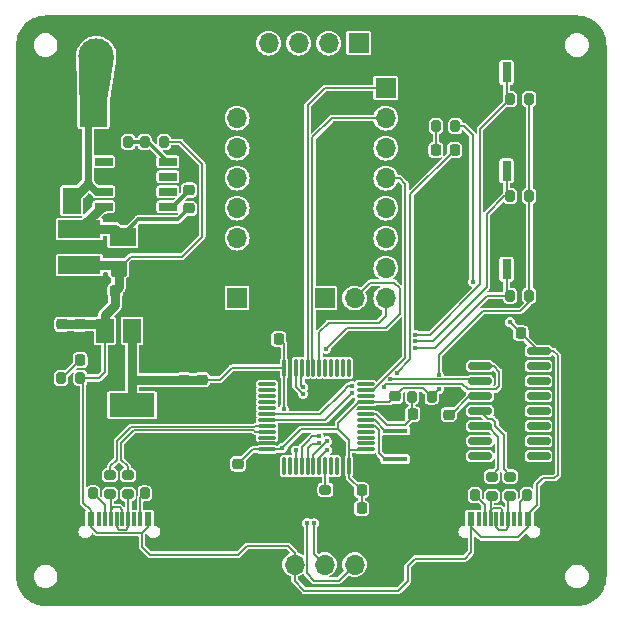
<source format=gtl>
G04 EasyEDA Pro v1.9.28, 2023-01-14 19:19:00*
G04 Gerber Generator version 0.3*%TF.GenerationSoftware,KiCad,Pcbnew,7.0.5*%
%TF.CreationDate,2023-08-17T05:26:57+08:00*%
%TF.ProjectId,TMC2209_TestBoard,544d4332-3230-4395-9f54-657374426f61,rev?*%
%TF.SameCoordinates,Original*%
%TF.FileFunction,Copper,L1,Top*%
%TF.FilePolarity,Positive*%
%FSLAX46Y46*%
G04 Gerber Fmt 4.6, Leading zero omitted, Abs format (unit mm)*
G04 Created by KiCad (PCBNEW 7.0.5) date 2023-08-17 05:26:57*
%MOMM*%
%LPD*%
G01*
G04 APERTURE LIST*
G04 Aperture macros list*
%AMRoundRect*
0 Rectangle with rounded corners*
0 $1 Rounding radius*
0 $2 $3 $4 $5 $6 $7 $8 $9 X,Y pos of 4 corners*
0 Add a 4 corners polygon primitive as box body*
4,1,4,$2,$3,$4,$5,$6,$7,$8,$9,$2,$3,0*
0 Add four circle primitives for the rounded corners*
1,1,$1+$1,$2,$3*
1,1,$1+$1,$4,$5*
1,1,$1+$1,$6,$7*
1,1,$1+$1,$8,$9*
0 Add four rect primitives between the rounded corners*
20,1,$1+$1,$2,$3,$4,$5,0*
20,1,$1+$1,$4,$5,$6,$7,0*
20,1,$1+$1,$6,$7,$8,$9,0*
20,1,$1+$1,$8,$9,$2,$3,0*%
G04 Aperture macros list end*
%TA.AperFunction,SMDPad,CuDef*%
%ADD10R,0.600000X1.150000*%
%TD*%
%TA.AperFunction,SMDPad,CuDef*%
%ADD11R,0.300000X1.150000*%
%TD*%
%TA.AperFunction,ComponentPad*%
%ADD12O,1.000000X2.100000*%
%TD*%
%TA.AperFunction,ComponentPad*%
%ADD13O,1.000000X1.800000*%
%TD*%
%TA.AperFunction,SMDPad,CuDef*%
%ADD14RoundRect,0.075000X0.662500X0.075000X-0.662500X0.075000X-0.662500X-0.075000X0.662500X-0.075000X0*%
%TD*%
%TA.AperFunction,SMDPad,CuDef*%
%ADD15RoundRect,0.075000X0.075000X0.662500X-0.075000X0.662500X-0.075000X-0.662500X0.075000X-0.662500X0*%
%TD*%
%TA.AperFunction,SMDPad,CuDef*%
%ADD16R,3.600000X1.500000*%
%TD*%
%TA.AperFunction,SMDPad,CuDef*%
%ADD17RoundRect,0.200000X0.200000X0.275000X-0.200000X0.275000X-0.200000X-0.275000X0.200000X-0.275000X0*%
%TD*%
%TA.AperFunction,SMDPad,CuDef*%
%ADD18RoundRect,0.225000X0.225000X0.250000X-0.225000X0.250000X-0.225000X-0.250000X0.225000X-0.250000X0*%
%TD*%
%TA.AperFunction,SMDPad,CuDef*%
%ADD19RoundRect,0.250000X-0.450000X-0.425000X0.450000X-0.425000X0.450000X0.425000X-0.450000X0.425000X0*%
%TD*%
%TA.AperFunction,SMDPad,CuDef*%
%ADD20RoundRect,0.225000X0.250000X-0.225000X0.250000X0.225000X-0.250000X0.225000X-0.250000X-0.225000X0*%
%TD*%
%TA.AperFunction,SMDPad,CuDef*%
%ADD21R,2.200000X1.550000*%
%TD*%
%TA.AperFunction,SMDPad,CuDef*%
%ADD22R,1.525000X0.650000*%
%TD*%
%TA.AperFunction,SMDPad,CuDef*%
%ADD23R,2.600000X3.100000*%
%TD*%
%TA.AperFunction,SMDPad,CuDef*%
%ADD24R,2.100000X0.400000*%
%TD*%
%TA.AperFunction,ComponentPad*%
%ADD25R,1.700000X1.700000*%
%TD*%
%TA.AperFunction,ComponentPad*%
%ADD26O,1.700000X1.700000*%
%TD*%
%TA.AperFunction,SMDPad,CuDef*%
%ADD27RoundRect,0.218750X-0.218750X-0.256250X0.218750X-0.256250X0.218750X0.256250X-0.218750X0.256250X0*%
%TD*%
%TA.AperFunction,SMDPad,CuDef*%
%ADD28RoundRect,0.225000X-0.225000X-0.250000X0.225000X-0.250000X0.225000X0.250000X-0.225000X0.250000X0*%
%TD*%
%TA.AperFunction,SMDPad,CuDef*%
%ADD29RoundRect,0.200000X-0.200000X-0.275000X0.200000X-0.275000X0.200000X0.275000X-0.200000X0.275000X0*%
%TD*%
%TA.AperFunction,SMDPad,CuDef*%
%ADD30RoundRect,0.200000X-0.275000X0.200000X-0.275000X-0.200000X0.275000X-0.200000X0.275000X0.200000X0*%
%TD*%
%TA.AperFunction,SMDPad,CuDef*%
%ADD31RoundRect,0.225000X-0.250000X0.225000X-0.250000X-0.225000X0.250000X-0.225000X0.250000X0.225000X0*%
%TD*%
%TA.AperFunction,SMDPad,CuDef*%
%ADD32R,0.800000X1.700000*%
%TD*%
%TA.AperFunction,SMDPad,CuDef*%
%ADD33RoundRect,0.200000X0.275000X-0.200000X0.275000X0.200000X-0.275000X0.200000X-0.275000X-0.200000X0*%
%TD*%
%TA.AperFunction,SMDPad,CuDef*%
%ADD34R,1.550000X2.200000*%
%TD*%
%TA.AperFunction,SMDPad,CuDef*%
%ADD35RoundRect,0.218750X0.218750X0.256250X-0.218750X0.256250X-0.218750X-0.256250X0.218750X-0.256250X0*%
%TD*%
%TA.AperFunction,SMDPad,CuDef*%
%ADD36RoundRect,0.150000X-0.825000X-0.150000X0.825000X-0.150000X0.825000X0.150000X-0.825000X0.150000X0*%
%TD*%
%TA.AperFunction,SMDPad,CuDef*%
%ADD37R,1.500000X2.000000*%
%TD*%
%TA.AperFunction,SMDPad,CuDef*%
%ADD38R,3.800000X2.000000*%
%TD*%
%TA.AperFunction,ComponentPad*%
%ADD39R,3.000000X3.000000*%
%TD*%
%TA.AperFunction,ComponentPad*%
%ADD40C,3.000000*%
%TD*%
%TA.AperFunction,ViaPad*%
%ADD41C,0.450000*%
%TD*%
%TA.AperFunction,ViaPad*%
%ADD42C,0.500000*%
%TD*%
%TA.AperFunction,Conductor*%
%ADD43C,0.150000*%
%TD*%
%TA.AperFunction,Conductor*%
%ADD44C,0.800000*%
%TD*%
%TA.AperFunction,Conductor*%
%ADD45C,0.300000*%
%TD*%
%TA.AperFunction,Conductor*%
%ADD46C,0.600000*%
%TD*%
%TA.AperFunction,Conductor*%
%ADD47C,0.200000*%
%TD*%
G04 APERTURE END LIST*
D10*
%TO.P,J6,A1,GND*%
%TO.N,GND*%
X81400000Y-82070000D03*
%TO.P,J6,A4,VBUS*%
%TO.N,+5V*%
X82200000Y-82070000D03*
D11*
%TO.P,J6,A5,CC1*%
%TO.N,Net-(J6-CC1)*%
X83350000Y-82070000D03*
%TO.P,J6,A6,D+*%
%TO.N,Net-(J6-D+-PadA6)*%
X84350000Y-82070000D03*
%TO.P,J6,A7,D-*%
%TO.N,Net-(J6-D--PadA7)*%
X84850000Y-82070000D03*
%TO.P,J6,A8,SBU1*%
%TO.N,unconnected-(J6-SBU1-PadA8)*%
X85850000Y-82070000D03*
D10*
%TO.P,J6,A9,VBUS*%
%TO.N,+5V*%
X87000000Y-82070000D03*
%TO.P,J6,A12,GND*%
%TO.N,GND*%
X87800000Y-82070000D03*
%TO.P,J6,B1,GND*%
X87800000Y-82070000D03*
%TO.P,J6,B4,VBUS*%
%TO.N,+5V*%
X87000000Y-82070000D03*
D11*
%TO.P,J6,B5,CC2*%
%TO.N,Net-(J6-CC2)*%
X86350000Y-82070000D03*
%TO.P,J6,B6,D+*%
%TO.N,Net-(J6-D+-PadA6)*%
X85350000Y-82070000D03*
%TO.P,J6,B7,D-*%
%TO.N,Net-(J6-D--PadA7)*%
X83850000Y-82070000D03*
%TO.P,J6,B8,SBU2*%
%TO.N,unconnected-(J6-SBU2-PadB8)*%
X82850000Y-82070000D03*
D10*
%TO.P,J6,B9,VBUS*%
%TO.N,+5V*%
X82200000Y-82070000D03*
%TO.P,J6,B12,GND*%
%TO.N,GND*%
X81400000Y-82070000D03*
D12*
%TO.P,J6,S1,SHIELD*%
X80280000Y-82645000D03*
D13*
X80280000Y-86825000D03*
D12*
X88920000Y-82645000D03*
D13*
X88920000Y-86825000D03*
%TD*%
D14*
%TO.P,U1,1,VBAT*%
%TO.N,+3.3V*%
X105432500Y-76190000D03*
%TO.P,U1,2,PC13*%
%TO.N,unconnected-(U1-PC13-Pad2)*%
X105432500Y-75690000D03*
%TO.P,U1,3,PC14*%
%TO.N,unconnected-(U1-PC14-Pad3)*%
X105432500Y-75190000D03*
%TO.P,U1,4,PC15*%
%TO.N,unconnected-(U1-PC15-Pad4)*%
X105432500Y-74690000D03*
%TO.P,U1,5,PD0*%
%TO.N,Net-(U1-PD0)*%
X105432500Y-74190000D03*
%TO.P,U1,6,PD1*%
%TO.N,Net-(U1-PD1)*%
X105432500Y-73690000D03*
%TO.P,U1,7,NRST*%
%TO.N,Net-(U1-NRST)*%
X105432500Y-73190000D03*
%TO.P,U1,8,VSSA*%
%TO.N,GND*%
X105432500Y-72690000D03*
%TO.P,U1,9,VDDA*%
%TO.N,+3.3V*%
X105432500Y-72190000D03*
%TO.P,U1,10,PA0*%
%TO.N,unconnected-(U1-PA0-Pad10)*%
X105432500Y-71690000D03*
%TO.P,U1,11,PA1*%
%TO.N,/USART2_TX*%
X105432500Y-71190000D03*
%TO.P,U1,12,PA2*%
%TO.N,/USART2_RX*%
X105432500Y-70690000D03*
D15*
%TO.P,U1,13,PA3*%
%TO.N,unconnected-(U1-PA3-Pad13)*%
X104020000Y-69277500D03*
%TO.P,U1,14,PA4*%
%TO.N,unconnected-(U1-PA4-Pad14)*%
X103520000Y-69277500D03*
%TO.P,U1,15,PA5*%
%TO.N,unconnected-(U1-PA5-Pad15)*%
X103020000Y-69277500D03*
%TO.P,U1,16,PA6*%
%TO.N,unconnected-(U1-PA6-Pad16)*%
X102520000Y-69277500D03*
%TO.P,U1,17,PA7*%
%TO.N,unconnected-(U1-PA7-Pad17)*%
X102020000Y-69277500D03*
%TO.P,U1,18,PB0*%
%TO.N,/Driver_EN*%
X101520000Y-69277500D03*
%TO.P,U1,19,PB1*%
%TO.N,/Driver_STP*%
X101020000Y-69277500D03*
%TO.P,U1,20,PB2*%
%TO.N,/Driver_DIR*%
X100520000Y-69277500D03*
%TO.P,U1,21,PB10*%
%TO.N,/OLED_SCL*%
X100020000Y-69277500D03*
%TO.P,U1,22,PB11*%
%TO.N,/OLED_SDA*%
X99520000Y-69277500D03*
%TO.P,U1,23,VSS*%
%TO.N,GND*%
X99020000Y-69277500D03*
%TO.P,U1,24,VDD*%
%TO.N,+3.3V*%
X98520000Y-69277500D03*
D14*
%TO.P,U1,25,PB12*%
%TO.N,unconnected-(U1-PB12-Pad25)*%
X97107500Y-70690000D03*
%TO.P,U1,26,PB13*%
%TO.N,unconnected-(U1-PB13-Pad26)*%
X97107500Y-71190000D03*
%TO.P,U1,27,PB14*%
%TO.N,unconnected-(U1-PB14-Pad27)*%
X97107500Y-71690000D03*
%TO.P,U1,28,PB15*%
%TO.N,unconnected-(U1-PB15-Pad28)*%
X97107500Y-72190000D03*
%TO.P,U1,29,PA8*%
%TO.N,unconnected-(U1-PA8-Pad29)*%
X97107500Y-72690000D03*
%TO.P,U1,30,PA9*%
%TO.N,/USART1_TX*%
X97107500Y-73190000D03*
%TO.P,U1,31,PA10*%
%TO.N,/USART1_RX*%
X97107500Y-73690000D03*
%TO.P,U1,32,PA11*%
%TO.N,/USB1_DN*%
X97107500Y-74190000D03*
%TO.P,U1,33,PA12*%
%TO.N,/USB1_DP*%
X97107500Y-74690000D03*
%TO.P,U1,34,PA13*%
%TO.N,unconnected-(U1-PA13-Pad34)*%
X97107500Y-75190000D03*
%TO.P,U1,35,VSS*%
%TO.N,GND*%
X97107500Y-75690000D03*
%TO.P,U1,36,VDD*%
%TO.N,+3.3V*%
X97107500Y-76190000D03*
D15*
%TO.P,U1,37,PA14*%
%TO.N,unconnected-(U1-PA14-Pad37)*%
X98520000Y-77602500D03*
%TO.P,U1,38,PA15*%
%TO.N,unconnected-(U1-PA15-Pad38)*%
X99020000Y-77602500D03*
%TO.P,U1,39,PB3*%
%TO.N,/Driver_Diag*%
X99520000Y-77602500D03*
%TO.P,U1,40,PB4*%
%TO.N,/KEY_1*%
X100020000Y-77602500D03*
%TO.P,U1,41,PB5*%
%TO.N,/KEY_2*%
X100520000Y-77602500D03*
%TO.P,U1,42,PB6*%
%TO.N,/KEY_3*%
X101020000Y-77602500D03*
%TO.P,U1,43,PB7*%
%TO.N,/LED*%
X101520000Y-77602500D03*
%TO.P,U1,44,BOOT0*%
%TO.N,Net-(U1-BOOT0)*%
X102020000Y-77602500D03*
%TO.P,U1,45,PB8*%
%TO.N,unconnected-(U1-PB8-Pad45)*%
X102520000Y-77602500D03*
%TO.P,U1,46,PB9*%
%TO.N,unconnected-(U1-PB9-Pad46)*%
X103020000Y-77602500D03*
%TO.P,U1,47,VSS*%
%TO.N,GND*%
X103520000Y-77602500D03*
%TO.P,U1,48,VDD*%
%TO.N,+3.3V*%
X104020000Y-77602500D03*
%TD*%
D16*
%TO.P,L1,1,1*%
%TO.N,Net-(D2-K)*%
X81212000Y-57550000D03*
%TO.P,L1,2,2*%
%TO.N,+5V*%
X81212000Y-60600000D03*
%TD*%
D17*
%TO.P,R6,1*%
%TO.N,+3.3V*%
X119300000Y-54760000D03*
%TO.P,R6,2*%
%TO.N,/KEY_2*%
X117650000Y-54760000D03*
%TD*%
D18*
%TO.P,C11,1*%
%TO.N,VCC*%
X81690000Y-46900000D03*
%TO.P,C11,2*%
%TO.N,GND*%
X80140000Y-46900000D03*
%TD*%
D19*
%TO.P,C12,1*%
%TO.N,+5V*%
X84525000Y-60890000D03*
%TO.P,C12,2*%
%TO.N,GND*%
X87225000Y-60890000D03*
%TD*%
D20*
%TO.P,C9,1*%
%TO.N,Net-(D2-K)*%
X90490000Y-55790000D03*
%TO.P,C9,2*%
%TO.N,Net-(IC1-BOOT)*%
X90490000Y-54240000D03*
%TD*%
D21*
%TO.P,D2,1,K*%
%TO.N,Net-(D2-K)*%
X84880000Y-58180000D03*
%TO.P,D2,2,A*%
%TO.N,GND*%
X88980000Y-58180000D03*
%TD*%
D22*
%TO.P,IC1,1,BOOT*%
%TO.N,Net-(IC1-BOOT)*%
X88694000Y-55640000D03*
%TO.P,IC1,2,NC_1*%
%TO.N,unconnected-(IC1-NC_1-Pad2)*%
X88694000Y-54370000D03*
%TO.P,IC1,3,NC_2*%
%TO.N,unconnected-(IC1-NC_2-Pad3)*%
X88694000Y-53100000D03*
%TO.P,IC1,4,VSENSE*%
%TO.N,Net-(IC1-VSENSE)*%
X88694000Y-51830000D03*
%TO.P,IC1,5,ENA*%
%TO.N,unconnected-(IC1-ENA-Pad5)*%
X83270000Y-51830000D03*
%TO.P,IC1,6,GND*%
%TO.N,GND*%
X83270000Y-53100000D03*
%TO.P,IC1,7,VIN*%
%TO.N,VCC*%
X83270000Y-54370000D03*
%TO.P,IC1,8,PH*%
%TO.N,Net-(D2-K)*%
X83270000Y-55640000D03*
D23*
%TO.P,IC1,9,EP*%
%TO.N,GND*%
X85982000Y-53735000D03*
%TD*%
D24*
%TO.P,R2,1,1*%
%TO.N,Net-(U1-PD1)*%
X107944430Y-74612570D03*
%TO.P,R2,2,2*%
%TO.N,GND*%
X107944430Y-75812570D03*
%TO.P,R2,3,3*%
%TO.N,Net-(U1-PD0)*%
X107944430Y-77012570D03*
%TD*%
D25*
%TO.P,J4,1,Pin_1*%
%TO.N,GND*%
X96885000Y-85940000D03*
D26*
%TO.P,J4,2,Pin_2*%
%TO.N,+5V*%
X99425000Y-85940000D03*
%TO.P,J4,3,Pin_3*%
%TO.N,/OLED_SCL*%
X101965000Y-85940000D03*
%TO.P,J4,4,Pin_4*%
%TO.N,/OLED_SDA*%
X104505000Y-85940000D03*
%TD*%
D27*
%TO.P,D4,1,K*%
%TO.N,GND*%
X79695000Y-68640000D03*
%TO.P,D4,2,A*%
%TO.N,Net-(D4-A)*%
X81270000Y-68640000D03*
%TD*%
D17*
%TO.P,R11,1*%
%TO.N,GND*%
X120740000Y-80065000D03*
%TO.P,R11,2*%
%TO.N,Net-(J5-CC2)*%
X119090000Y-80065000D03*
%TD*%
D28*
%TO.P,C13,1*%
%TO.N,VCC*%
X83130000Y-46900000D03*
%TO.P,C13,2*%
%TO.N,GND*%
X84680000Y-46900000D03*
%TD*%
D29*
%TO.P,R9,1*%
%TO.N,GND*%
X83705000Y-50150000D03*
%TO.P,R9,2*%
%TO.N,Net-(IC1-VSENSE)*%
X85355000Y-50150000D03*
%TD*%
D30*
%TO.P,R12,1*%
%TO.N,/USB_UART_DN*%
X116150000Y-78490000D03*
%TO.P,R12,2*%
%TO.N,Net-(J5-D--PadA7)*%
X116150000Y-80140000D03*
%TD*%
D25*
%TO.P,J8,1,Pin_1*%
%TO.N,/OA2*%
X104850000Y-41790000D03*
D26*
%TO.P,J8,2,Pin_2*%
%TO.N,/OA1*%
X102310000Y-41790000D03*
%TO.P,J8,3,Pin_3*%
%TO.N,/OB1*%
X99770000Y-41790000D03*
%TO.P,J8,4,Pin_4*%
%TO.N,/OB2*%
X97230000Y-41790000D03*
%TD*%
D31*
%TO.P,C16,1*%
%TO.N,+5V*%
X79720000Y-65595000D03*
%TO.P,C16,2*%
%TO.N,GND*%
X79720000Y-67145000D03*
%TD*%
D32*
%TO.P,S3,1,K*%
%TO.N,GND*%
X120770000Y-60930000D03*
%TO.P,S3,2,A*%
%TO.N,/KEY_3*%
X117370000Y-60930000D03*
%TD*%
D33*
%TO.P,R3,1*%
%TO.N,GND*%
X102040000Y-81250000D03*
%TO.P,R3,2*%
%TO.N,Net-(U1-BOOT0)*%
X102040000Y-79600000D03*
%TD*%
D31*
%TO.P,C17,1*%
%TO.N,+5V*%
X81230000Y-65595000D03*
%TO.P,C17,2*%
%TO.N,GND*%
X81230000Y-67145000D03*
%TD*%
D34*
%TO.P,D3,1,K*%
%TO.N,VCC*%
X80570000Y-55130000D03*
%TO.P,D3,2,A*%
%TO.N,GND*%
X80570000Y-51030000D03*
%TD*%
D32*
%TO.P,S2,1,K*%
%TO.N,GND*%
X120770000Y-52610000D03*
%TO.P,S2,2,A*%
%TO.N,/KEY_2*%
X117370000Y-52610000D03*
%TD*%
D17*
%TO.P,R1,1*%
%TO.N,+3.3V*%
X111030000Y-71720000D03*
%TO.P,R1,2*%
%TO.N,Net-(U1-NRST)*%
X109380000Y-71720000D03*
%TD*%
D29*
%TO.P,R15,1*%
%TO.N,GND*%
X80725000Y-79920000D03*
%TO.P,R15,2*%
%TO.N,Net-(J6-CC1)*%
X82375000Y-79920000D03*
%TD*%
D35*
%TO.P,D1,1,K*%
%TO.N,/LED*%
X112967500Y-50820000D03*
%TO.P,D1,2,A*%
%TO.N,Net-(D1-A)*%
X111392500Y-50820000D03*
%TD*%
D17*
%TO.P,R14,1*%
%TO.N,+5V*%
X81295000Y-70150000D03*
%TO.P,R14,2*%
%TO.N,Net-(D4-A)*%
X79645000Y-70150000D03*
%TD*%
D28*
%TO.P,C4,1*%
%TO.N,Net-(U1-NRST)*%
X109430000Y-73220000D03*
%TO.P,C4,2*%
%TO.N,GND*%
X110980000Y-73220000D03*
%TD*%
D25*
%TO.P,J3,1,Pin_1*%
%TO.N,unconnected-(J3-Pin_1-Pad1)*%
X101960000Y-63380000D03*
D26*
%TO.P,J3,2,Pin_2*%
%TO.N,/Driver_Diag*%
X104500000Y-63380000D03*
%TD*%
D10*
%TO.P,J5,A1,GND*%
%TO.N,GND*%
X113570000Y-82070000D03*
%TO.P,J5,A4,VBUS*%
%TO.N,+5V*%
X114370000Y-82070000D03*
D11*
%TO.P,J5,A5,CC1*%
%TO.N,Net-(J5-CC1)*%
X115520000Y-82070000D03*
%TO.P,J5,A6,D+*%
%TO.N,Net-(J5-D+-PadA6)*%
X116520000Y-82070000D03*
%TO.P,J5,A7,D-*%
%TO.N,Net-(J5-D--PadA7)*%
X117020000Y-82070000D03*
%TO.P,J5,A8,SBU1*%
%TO.N,unconnected-(J5-SBU1-PadA8)*%
X118020000Y-82070000D03*
D10*
%TO.P,J5,A9,VBUS*%
%TO.N,+5V*%
X119170000Y-82070000D03*
%TO.P,J5,A12,GND*%
%TO.N,GND*%
X119970000Y-82070000D03*
%TO.P,J5,B1,GND*%
X119970000Y-82070000D03*
%TO.P,J5,B4,VBUS*%
%TO.N,+5V*%
X119170000Y-82070000D03*
D11*
%TO.P,J5,B5,CC2*%
%TO.N,Net-(J5-CC2)*%
X118520000Y-82070000D03*
%TO.P,J5,B6,D+*%
%TO.N,Net-(J5-D+-PadA6)*%
X117520000Y-82070000D03*
%TO.P,J5,B7,D-*%
%TO.N,Net-(J5-D--PadA7)*%
X116020000Y-82070000D03*
%TO.P,J5,B8,SBU2*%
%TO.N,unconnected-(J5-SBU2-PadB8)*%
X115020000Y-82070000D03*
D10*
%TO.P,J5,B9,VBUS*%
%TO.N,+5V*%
X114370000Y-82070000D03*
%TO.P,J5,B12,GND*%
%TO.N,GND*%
X113570000Y-82070000D03*
D12*
%TO.P,J5,S1,SHIELD*%
X112450000Y-82645000D03*
D13*
X112450000Y-86825000D03*
D12*
X121090000Y-82645000D03*
D13*
X121090000Y-86825000D03*
%TD*%
D31*
%TO.P,C3,1*%
%TO.N,+3.3V*%
X107950000Y-71695000D03*
%TO.P,C3,2*%
%TO.N,GND*%
X107950000Y-73245000D03*
%TD*%
D20*
%TO.P,C18,1*%
%TO.N,+3.3V*%
X91570000Y-70285000D03*
%TO.P,C18,2*%
%TO.N,GND*%
X91570000Y-68735000D03*
%TD*%
D25*
%TO.P,J1,1,Pin_1*%
%TO.N,VCC*%
X94555000Y-63380000D03*
D26*
%TO.P,J1,2,Pin_2*%
%TO.N,GND*%
X94555000Y-60840000D03*
%TO.P,J1,3,Pin_3*%
%TO.N,/OA2*%
X94555000Y-58300000D03*
%TO.P,J1,4,Pin_4*%
%TO.N,/OA1*%
X94555000Y-55760000D03*
%TO.P,J1,5,Pin_5*%
%TO.N,/OB1*%
X94555000Y-53220000D03*
%TO.P,J1,6,Pin_6*%
%TO.N,/OB2*%
X94555000Y-50680000D03*
%TO.P,J1,7,Pin_7*%
%TO.N,unconnected-(J1-Pin_7-Pad7)*%
X94555000Y-48140000D03*
%TO.P,J1,8,Pin_8*%
%TO.N,GND*%
X94555000Y-45600000D03*
%TD*%
D18*
%TO.P,C8,1*%
%TO.N,+5V*%
X118590000Y-66370000D03*
%TO.P,C8,2*%
%TO.N,GND*%
X117040000Y-66370000D03*
%TD*%
D25*
%TO.P,J2,1,Pin_1*%
%TO.N,/Driver_DIR*%
X107145000Y-45600000D03*
D26*
%TO.P,J2,2,Pin_2*%
%TO.N,/Driver_STP*%
X107145000Y-48140000D03*
%TO.P,J2,3,Pin_3*%
%TO.N,unconnected-(J2-Pin_3-Pad3)*%
X107145000Y-50680000D03*
%TO.P,J2,4,Pin_4*%
%TO.N,/USART2_TX*%
X107145000Y-53220000D03*
%TO.P,J2,5,Pin_5*%
%TO.N,unconnected-(J2-Pin_5-Pad5)*%
X107145000Y-55760000D03*
%TO.P,J2,6,Pin_6*%
%TO.N,unconnected-(J2-Pin_6-Pad6)*%
X107145000Y-58300000D03*
%TO.P,J2,7,Pin_7*%
%TO.N,unconnected-(J2-Pin_7-Pad7)*%
X107145000Y-60840000D03*
%TO.P,J2,8,Pin_8*%
%TO.N,/Driver_EN*%
X107145000Y-63380000D03*
%TD*%
D17*
%TO.P,R5,1*%
%TO.N,+3.3V*%
X119300000Y-46550000D03*
%TO.P,R5,2*%
%TO.N,/KEY_1*%
X117650000Y-46550000D03*
%TD*%
D20*
%TO.P,C1,1*%
%TO.N,+3.3V*%
X94660000Y-77425000D03*
%TO.P,C1,2*%
%TO.N,GND*%
X94660000Y-75875000D03*
%TD*%
D17*
%TO.P,R16,1*%
%TO.N,GND*%
X88380000Y-79920000D03*
%TO.P,R16,2*%
%TO.N,Net-(J6-CC2)*%
X86730000Y-79920000D03*
%TD*%
D30*
%TO.P,R17,1*%
%TO.N,/USB1_DN*%
X83800000Y-78345000D03*
%TO.P,R17,2*%
%TO.N,Net-(J6-D--PadA7)*%
X83800000Y-79995000D03*
%TD*%
D17*
%TO.P,R4,1*%
%TO.N,+5V*%
X113045000Y-48830000D03*
%TO.P,R4,2*%
%TO.N,Net-(D1-A)*%
X111395000Y-48830000D03*
%TD*%
D20*
%TO.P,C7,1*%
%TO.N,Net-(U2-V3)*%
X112460000Y-73245000D03*
%TO.P,C7,2*%
%TO.N,GND*%
X112460000Y-71695000D03*
%TD*%
D18*
%TO.P,C6,1*%
%TO.N,+3.3V*%
X105105000Y-81190000D03*
%TO.P,C6,2*%
%TO.N,GND*%
X103555000Y-81190000D03*
%TD*%
D36*
%TO.P,U2,1,GND*%
%TO.N,GND*%
X115135000Y-67865000D03*
%TO.P,U2,2,TXD*%
%TO.N,/USART1_RX*%
X115135000Y-69135000D03*
%TO.P,U2,3,RXD*%
%TO.N,/USART1_TX*%
X115135000Y-70405000D03*
%TO.P,U2,4,V3*%
%TO.N,Net-(U2-V3)*%
X115135000Y-71675000D03*
%TO.P,U2,5,UD+*%
%TO.N,/USB_UART_DP*%
X115135000Y-72945000D03*
%TO.P,U2,6,UD-*%
%TO.N,/USB_UART_DN*%
X115135000Y-74215000D03*
%TO.P,U2,7,NC*%
%TO.N,unconnected-(U2-NC-Pad7)*%
X115135000Y-75485000D03*
%TO.P,U2,8,NC*%
%TO.N,unconnected-(U2-NC-Pad8)*%
X115135000Y-76755000D03*
%TO.P,U2,9,~{CTS}*%
%TO.N,unconnected-(U2-~{CTS}-Pad9)*%
X120085000Y-76755000D03*
%TO.P,U2,10,~{DSR}*%
%TO.N,unconnected-(U2-~{DSR}-Pad10)*%
X120085000Y-75485000D03*
%TO.P,U2,11,~{RI}*%
%TO.N,unconnected-(U2-~{RI}-Pad11)*%
X120085000Y-74215000D03*
%TO.P,U2,12,~{DCD}*%
%TO.N,unconnected-(U2-~{DCD}-Pad12)*%
X120085000Y-72945000D03*
%TO.P,U2,13,~{DTR}*%
%TO.N,unconnected-(U2-~{DTR}-Pad13)*%
X120085000Y-71675000D03*
%TO.P,U2,14,~{RTS}*%
%TO.N,unconnected-(U2-~{RTS}-Pad14)*%
X120085000Y-70405000D03*
%TO.P,U2,15,R232*%
%TO.N,unconnected-(U2-R232-Pad15)*%
X120085000Y-69135000D03*
%TO.P,U2,16,VCC*%
%TO.N,+5V*%
X120085000Y-67865000D03*
%TD*%
D18*
%TO.P,C2,1*%
%TO.N,+3.3V*%
X105105000Y-79660000D03*
%TO.P,C2,2*%
%TO.N,GND*%
X103555000Y-79660000D03*
%TD*%
%TO.P,C15,1*%
%TO.N,VCC*%
X81690000Y-48397500D03*
%TO.P,C15,2*%
%TO.N,GND*%
X80140000Y-48397500D03*
%TD*%
D30*
%TO.P,R18,1*%
%TO.N,/USB1_DP*%
X85310000Y-78345000D03*
%TO.P,R18,2*%
%TO.N,Net-(J6-D+-PadA6)*%
X85310000Y-79995000D03*
%TD*%
D17*
%TO.P,R7,1*%
%TO.N,+3.3V*%
X119300000Y-63170000D03*
%TO.P,R7,2*%
%TO.N,/KEY_3*%
X117650000Y-63170000D03*
%TD*%
D28*
%TO.P,C10,1*%
%TO.N,+5V*%
X84235000Y-62740000D03*
%TO.P,C10,2*%
%TO.N,GND*%
X85785000Y-62740000D03*
%TD*%
D37*
%TO.P,U3,1,GND*%
%TO.N,GND*%
X87960000Y-66140000D03*
%TO.P,U3,2,VO*%
%TO.N,+3.3V*%
X85660000Y-66140000D03*
D38*
X85660000Y-72440000D03*
D37*
%TO.P,U3,3,VI*%
%TO.N,+5V*%
X83360000Y-66140000D03*
%TD*%
D39*
%TO.P,J7,1,Pin_1*%
%TO.N,GND*%
X87640000Y-42880000D03*
D40*
%TO.P,J7,2,Pin_2*%
%TO.N,VCC*%
X82640000Y-42880000D03*
%TD*%
D28*
%TO.P,C5,1*%
%TO.N,+3.3V*%
X98085000Y-66860000D03*
%TO.P,C5,2*%
%TO.N,GND*%
X99635000Y-66860000D03*
%TD*%
%TO.P,C14,1*%
%TO.N,VCC*%
X83130000Y-48397500D03*
%TO.P,C14,2*%
%TO.N,GND*%
X84680000Y-48397500D03*
%TD*%
D20*
%TO.P,C19,1*%
%TO.N,+3.3V*%
X90050000Y-70285000D03*
%TO.P,C19,2*%
%TO.N,GND*%
X90050000Y-68735000D03*
%TD*%
D29*
%TO.P,R8,1*%
%TO.N,Net-(IC1-VSENSE)*%
X86720000Y-50150000D03*
%TO.P,R8,2*%
%TO.N,+5V*%
X88370000Y-50150000D03*
%TD*%
D32*
%TO.P,S1,1,K*%
%TO.N,GND*%
X120770000Y-44270000D03*
%TO.P,S1,2,A*%
%TO.N,/KEY_1*%
X117370000Y-44270000D03*
%TD*%
D30*
%TO.P,R13,1*%
%TO.N,/USB_UART_DP*%
X117660000Y-78490000D03*
%TO.P,R13,2*%
%TO.N,Net-(J5-D+-PadA6)*%
X117660000Y-80140000D03*
%TD*%
D29*
%TO.P,R10,1*%
%TO.N,GND*%
X113065000Y-80065000D03*
%TO.P,R10,2*%
%TO.N,Net-(J5-CC1)*%
X114715000Y-80065000D03*
%TD*%
D41*
%TO.N,+3.3V*%
X98400000Y-76050000D03*
X111630000Y-71069500D03*
X111620000Y-69870000D03*
X98510000Y-72790500D03*
D42*
%TO.N,VCC*%
X81570000Y-54130000D03*
X82390000Y-54120000D03*
X81970000Y-53700000D03*
D41*
%TO.N,+5V*%
X117650000Y-65400000D03*
X114500000Y-61990000D03*
%TO.N,/LED*%
X102170000Y-76230000D03*
X108094266Y-69684266D03*
%TO.N,/Driver_Diag*%
X99530000Y-76280000D03*
X102070000Y-67670000D03*
%TO.N,/OLED_SCL*%
X101070000Y-82460000D03*
X100122079Y-70907099D03*
%TO.N,/OLED_SDA*%
X100490000Y-82440000D03*
X100130000Y-71480000D03*
%TO.N,/KEY_1*%
X101469500Y-75070000D03*
X109630000Y-66470000D03*
%TO.N,/KEY_2*%
X109651963Y-67019064D03*
X101469500Y-75620000D03*
%TO.N,/KEY_3*%
X109638009Y-67568390D03*
X102170083Y-75500083D03*
%TO.N,/USART1_TX*%
X104290000Y-70820000D03*
X107507673Y-70270860D03*
%TO.N,/USART1_RX*%
X106960000Y-70910000D03*
X104300000Y-71410000D03*
%TD*%
D43*
%TO.N,+3.3V*%
X111620000Y-68200000D02*
X115350000Y-64470000D01*
X107455000Y-72190000D02*
X105432500Y-72190000D01*
D44*
X90050000Y-70285000D02*
X85675000Y-70285000D01*
X85660000Y-70300000D02*
X85660000Y-72440000D01*
D43*
X108625000Y-71020000D02*
X110330000Y-71020000D01*
D44*
X85660000Y-66140000D02*
X85660000Y-70300000D01*
D43*
X98520000Y-67295000D02*
X98520000Y-69277500D01*
X105432500Y-72190000D02*
X104841447Y-72190000D01*
X105105000Y-79660000D02*
X104020000Y-78575000D01*
X93100000Y-70290000D02*
X91575000Y-70290000D01*
X98520000Y-72780500D02*
X98510000Y-72790500D01*
D44*
X85675000Y-70285000D02*
X85660000Y-70300000D01*
D43*
X111030000Y-71720000D02*
X111030000Y-71669500D01*
X111030000Y-71669500D02*
X111630000Y-71069500D01*
X119300000Y-54760000D02*
X119300000Y-46550000D01*
X107950000Y-71695000D02*
X107455000Y-72190000D01*
X94660000Y-77425000D02*
X95895000Y-76190000D01*
X110330000Y-71020000D02*
X111030000Y-71720000D01*
X98400000Y-76050000D02*
X99960000Y-74490000D01*
X104020000Y-76240000D02*
X105382500Y-76240000D01*
X119300000Y-63170000D02*
X119300000Y-54760000D01*
X105382500Y-76240000D02*
X105432500Y-76190000D01*
X104841447Y-72190000D02*
X103100000Y-73931447D01*
X119300000Y-63710000D02*
X119300000Y-63170000D01*
X98520000Y-69277500D02*
X94112500Y-69277500D01*
X103100000Y-74490000D02*
X104020000Y-75410000D01*
X91575000Y-70290000D02*
X91570000Y-70285000D01*
X105105000Y-81190000D02*
X105105000Y-79660000D01*
X98260000Y-76190000D02*
X98400000Y-76050000D01*
X95895000Y-76190000D02*
X97107500Y-76190000D01*
X98520000Y-69277500D02*
X98520000Y-72780500D01*
X98085000Y-66860000D02*
X98520000Y-67295000D01*
X103100000Y-73931447D02*
X103100000Y-74490000D01*
X111620000Y-69870000D02*
X111620000Y-68200000D01*
X99960000Y-74490000D02*
X103100000Y-74490000D01*
X118540000Y-64470000D02*
X119300000Y-63710000D01*
X97107500Y-76190000D02*
X98260000Y-76190000D01*
X115350000Y-64470000D02*
X118540000Y-64470000D01*
X94112500Y-69277500D02*
X93100000Y-70290000D01*
X104020000Y-78575000D02*
X104020000Y-77602500D01*
X104020000Y-76240000D02*
X104020000Y-77602500D01*
X104020000Y-75410000D02*
X104020000Y-76240000D01*
D44*
X91570000Y-70285000D02*
X90050000Y-70285000D01*
D43*
X107950000Y-71695000D02*
X108625000Y-71020000D01*
%TO.N,GND*%
X103555000Y-77637500D02*
X103520000Y-77602500D01*
X99020000Y-67475000D02*
X99020000Y-69277500D01*
X103555000Y-81190000D02*
X103555000Y-79660000D01*
X116630000Y-66370000D02*
X115135000Y-67865000D01*
X103495000Y-81250000D02*
X103555000Y-81190000D01*
X99635000Y-66860000D02*
X99020000Y-67475000D01*
X94660000Y-75875000D02*
X94845000Y-75690000D01*
X117040000Y-66370000D02*
X116630000Y-66370000D01*
X105432500Y-72690000D02*
X107395000Y-72690000D01*
X103555000Y-79660000D02*
X103555000Y-77637500D01*
X94845000Y-75690000D02*
X97107500Y-75690000D01*
X102040000Y-81250000D02*
X103495000Y-81250000D01*
X107395000Y-72690000D02*
X107950000Y-73245000D01*
%TO.N,Net-(U1-NRST)*%
X108810000Y-74090000D02*
X109430000Y-73470000D01*
X109380000Y-73170000D02*
X109430000Y-73220000D01*
X109380000Y-71720000D02*
X109380000Y-73170000D01*
X106350000Y-73190000D02*
X107250000Y-74090000D01*
X107250000Y-74090000D02*
X108810000Y-74090000D01*
X109430000Y-73470000D02*
X109430000Y-73220000D01*
X105432500Y-73190000D02*
X106350000Y-73190000D01*
D45*
%TO.N,Net-(IC1-BOOT)*%
X90490000Y-54240000D02*
X89090000Y-55640000D01*
X89090000Y-55640000D02*
X88694000Y-55640000D01*
D46*
%TO.N,VCC*%
X83130000Y-46900000D02*
X83130000Y-48397500D01*
X81690000Y-48340000D02*
X83130000Y-46900000D01*
D44*
X80570000Y-55047500D02*
X81487500Y-54130000D01*
D46*
X83130000Y-48397500D02*
X81690000Y-48397500D01*
X82402500Y-54120000D02*
X82652500Y-54370000D01*
X81982500Y-53700000D02*
X82390000Y-54107500D01*
D44*
X81570000Y-54047500D02*
X81950000Y-53667500D01*
D46*
X81690000Y-46957500D02*
X83130000Y-48397500D01*
X81950000Y-48657500D02*
X81950000Y-53667500D01*
X81690000Y-46900000D02*
X83130000Y-46900000D01*
X81970000Y-53687500D02*
X81970000Y-53700000D01*
X81690000Y-46900000D02*
X81690000Y-46957500D01*
X82390000Y-54120000D02*
X82402500Y-54120000D01*
X81970000Y-53700000D02*
X81982500Y-53700000D01*
X81690000Y-46900000D02*
X81690000Y-48397500D01*
D44*
X80570000Y-55130000D02*
X80570000Y-55047500D01*
D46*
X81690000Y-48397500D02*
X81950000Y-48657500D01*
X82652500Y-54370000D02*
X83270000Y-54370000D01*
X81950000Y-53667500D02*
X81970000Y-53687500D01*
X81690000Y-48397500D02*
X81690000Y-48340000D01*
D43*
%TO.N,+5V*%
X114370000Y-82795000D02*
X115215000Y-83640000D01*
X100260000Y-88140000D02*
X108190000Y-88140000D01*
X120090000Y-67860000D02*
X121340000Y-67860000D01*
D47*
X83360000Y-69680000D02*
X83360000Y-66140000D01*
D44*
X81212000Y-60600000D02*
X84235000Y-60600000D01*
D43*
X115215000Y-83640000D02*
X118325000Y-83640000D01*
D44*
X81230000Y-65595000D02*
X82815000Y-65595000D01*
D43*
X119170000Y-82795000D02*
X119170000Y-82070000D01*
X85535000Y-59880000D02*
X84525000Y-60890000D01*
X118590000Y-66370000D02*
X118590000Y-66340000D01*
X119930000Y-80890000D02*
X119170000Y-81650000D01*
X109630000Y-85430000D02*
X113820000Y-85430000D01*
X121720000Y-78340000D02*
X121430000Y-78630000D01*
X82200000Y-82070000D02*
X82200000Y-82795000D01*
D44*
X79720000Y-65595000D02*
X81230000Y-65595000D01*
D43*
X114500000Y-49540000D02*
X113790000Y-48830000D01*
D44*
X82815000Y-65595000D02*
X83360000Y-66140000D01*
D43*
X89900000Y-59880000D02*
X85535000Y-59880000D01*
X99425000Y-84945000D02*
X99425000Y-85940000D01*
X114370000Y-84880000D02*
X114370000Y-82070000D01*
X81530000Y-80690000D02*
X81530000Y-70385000D01*
X91610000Y-58170000D02*
X89900000Y-59880000D01*
X94650000Y-85100000D02*
X95380000Y-84370000D01*
X98850000Y-84370000D02*
X99425000Y-84945000D01*
X118325000Y-83640000D02*
X119170000Y-82795000D01*
X86510000Y-83280000D02*
X87000000Y-82790000D01*
X99425000Y-85940000D02*
X99425000Y-87305000D01*
D44*
X84525000Y-60890000D02*
X84525000Y-62450000D01*
D43*
X121430000Y-78630000D02*
X120460000Y-78630000D01*
X114500000Y-61990000D02*
X114500000Y-49540000D01*
X120460000Y-78630000D02*
X119930000Y-79160000D01*
X108990000Y-86070000D02*
X109630000Y-85430000D01*
X119170000Y-81650000D02*
X119170000Y-82070000D01*
X88370000Y-50150000D02*
X89740000Y-50150000D01*
D44*
X83360000Y-64850000D02*
X83360000Y-66140000D01*
D43*
X87000000Y-82790000D02*
X87000000Y-82070000D01*
X91610000Y-52020000D02*
X91610000Y-58170000D01*
X89740000Y-50150000D02*
X91610000Y-52020000D01*
D44*
X84235000Y-63975000D02*
X83360000Y-64850000D01*
D43*
X82200000Y-82070000D02*
X82200000Y-81360000D01*
X108190000Y-88140000D02*
X108990000Y-87340000D01*
X120085000Y-67865000D02*
X120090000Y-67860000D01*
X119930000Y-79160000D02*
X119930000Y-80890000D01*
D44*
X84235000Y-60600000D02*
X84525000Y-60890000D01*
D43*
X87180000Y-85100000D02*
X94650000Y-85100000D01*
X113790000Y-48830000D02*
X113045000Y-48830000D01*
X99425000Y-87305000D02*
X100260000Y-88140000D01*
D44*
X84235000Y-62740000D02*
X84235000Y-63975000D01*
D43*
X86510000Y-84430000D02*
X87180000Y-85100000D01*
X82685000Y-83280000D02*
X86510000Y-83280000D01*
X118590000Y-66370000D02*
X120085000Y-67865000D01*
X121340000Y-67860000D02*
X121720000Y-68240000D01*
X81530000Y-70385000D02*
X81295000Y-70150000D01*
X86510000Y-83280000D02*
X86510000Y-84430000D01*
X82200000Y-81360000D02*
X81530000Y-80690000D01*
X118590000Y-66340000D02*
X117650000Y-65400000D01*
D47*
X82890000Y-70150000D02*
X83360000Y-69680000D01*
D43*
X95380000Y-84370000D02*
X98850000Y-84370000D01*
X121720000Y-68240000D02*
X121720000Y-78340000D01*
D44*
X84525000Y-62450000D02*
X84235000Y-62740000D01*
D43*
X114370000Y-82070000D02*
X114370000Y-82795000D01*
D47*
X81295000Y-70150000D02*
X82890000Y-70150000D01*
D43*
X113820000Y-85430000D02*
X114370000Y-84880000D01*
X82200000Y-82795000D02*
X82685000Y-83280000D01*
X108990000Y-87340000D02*
X108990000Y-86070000D01*
%TO.N,/LED*%
X112967500Y-50820000D02*
X109230000Y-54557500D01*
X101520000Y-76880000D02*
X101520000Y-77602500D01*
X109230000Y-54557500D02*
X109230000Y-68548532D01*
X102170000Y-76230000D02*
X101520000Y-76880000D01*
X109230000Y-68548532D02*
X108094266Y-69684266D01*
D47*
%TO.N,Net-(D4-A)*%
X79645000Y-70150000D02*
X79760000Y-70150000D01*
X79760000Y-70150000D02*
X81270000Y-68640000D01*
D45*
%TO.N,Net-(IC1-VSENSE)*%
X86720000Y-50150000D02*
X87014000Y-50150000D01*
X87014000Y-50150000D02*
X88694000Y-51830000D01*
X85355000Y-50150000D02*
X86720000Y-50150000D01*
D43*
%TO.N,/Driver_DIR*%
X100520000Y-69277500D02*
X100520000Y-47050000D01*
X100520000Y-47050000D02*
X101970000Y-45600000D01*
X101970000Y-45600000D02*
X107145000Y-45600000D01*
%TO.N,/Driver_STP*%
X100935000Y-69192500D02*
X100935000Y-49775000D01*
X102570000Y-48140000D02*
X107145000Y-48140000D01*
X101020000Y-69277500D02*
X100935000Y-69192500D01*
X100935000Y-49775000D02*
X102570000Y-48140000D01*
%TO.N,/USART2_TX*%
X106023553Y-71190000D02*
X108800000Y-68413553D01*
X105432500Y-71190000D02*
X106023553Y-71190000D01*
X108320000Y-53220000D02*
X107145000Y-53220000D01*
X108800000Y-68413553D02*
X108800000Y-53700000D01*
X108800000Y-53700000D02*
X108320000Y-53220000D01*
%TO.N,/Driver_EN*%
X107145000Y-64865000D02*
X107145000Y-63380000D01*
X107145000Y-62895000D02*
X107145000Y-63380000D01*
X106540000Y-65470000D02*
X107145000Y-64865000D01*
X102320000Y-65470000D02*
X106540000Y-65470000D01*
X101520000Y-66270000D02*
X102320000Y-65470000D01*
X101520000Y-69277500D02*
X101520000Y-66270000D01*
%TO.N,/Driver_Diag*%
X105800000Y-62080000D02*
X104500000Y-63380000D01*
X99530000Y-76280000D02*
X99530000Y-77592500D01*
X107870000Y-62080000D02*
X105800000Y-62080000D01*
X108320000Y-62530000D02*
X107870000Y-62080000D01*
X99530000Y-77592500D02*
X99520000Y-77602500D01*
X104500000Y-63380000D02*
X104500000Y-64160000D01*
X107170000Y-65900000D02*
X108320000Y-64750000D01*
X108320000Y-64750000D02*
X108320000Y-62530000D01*
X103840000Y-65900000D02*
X107170000Y-65900000D01*
X102070000Y-67670000D02*
X103840000Y-65900000D01*
%TO.N,/OLED_SCL*%
X101070000Y-85045000D02*
X101070000Y-82460000D01*
X101965000Y-85940000D02*
X101070000Y-85045000D01*
X100122079Y-70907099D02*
X100010000Y-70795020D01*
X100010000Y-69287500D02*
X100020000Y-69277500D01*
X100010000Y-70795020D02*
X100010000Y-69287500D01*
%TO.N,/OLED_SDA*%
X104505000Y-85940000D02*
X103145000Y-87300000D01*
X100130000Y-71480000D02*
X99520000Y-70870000D01*
X103145000Y-87300000D02*
X101100000Y-87300000D01*
X100490000Y-86690000D02*
X100490000Y-82440000D01*
X99520000Y-70870000D02*
X99520000Y-69277500D01*
X101100000Y-87300000D02*
X100490000Y-86690000D01*
%TO.N,Net-(U1-PD1)*%
X106200000Y-73690000D02*
X105432500Y-73690000D01*
X107122570Y-74612570D02*
X106200000Y-73690000D01*
X107944430Y-74612570D02*
X107122570Y-74612570D01*
%TO.N,Net-(U1-PD0)*%
X106210000Y-74190000D02*
X105432500Y-74190000D01*
X107944430Y-77012570D02*
X107094430Y-77012570D01*
X107094430Y-77012570D02*
X106580000Y-76498140D01*
X106580000Y-74560000D02*
X106210000Y-74190000D01*
X106580000Y-76498140D02*
X106580000Y-74560000D01*
%TO.N,Net-(U1-BOOT0)*%
X102040000Y-79600000D02*
X102040000Y-77622500D01*
X102040000Y-77622500D02*
X102020000Y-77602500D01*
%TO.N,/KEY_1*%
X100560000Y-75440000D02*
X100930000Y-75070000D01*
X100020000Y-75980000D02*
X100560000Y-75440000D01*
X117650000Y-46550000D02*
X117370000Y-46270000D01*
X100930000Y-75070000D02*
X101469500Y-75070000D01*
X110890000Y-66470000D02*
X115130000Y-62230000D01*
X100020000Y-77602500D02*
X100020000Y-75980000D01*
X109630000Y-66470000D02*
X110890000Y-66470000D01*
X115130000Y-62230000D02*
X115130000Y-49070000D01*
X115130000Y-49070000D02*
X117650000Y-46550000D01*
X117370000Y-46270000D02*
X117370000Y-44270000D01*
%TO.N,/KEY_2*%
X115680000Y-56270000D02*
X117190000Y-54760000D01*
X100900000Y-75720000D02*
X101369500Y-75720000D01*
X117650000Y-54760000D02*
X117370000Y-54480000D01*
X117190000Y-54760000D02*
X117650000Y-54760000D01*
X100520000Y-76100000D02*
X100900000Y-75720000D01*
X117370000Y-54480000D02*
X117370000Y-52610000D01*
X111110936Y-67019064D02*
X115680000Y-62450000D01*
X115680000Y-62450000D02*
X115680000Y-56270000D01*
X101369500Y-75720000D02*
X101469500Y-75620000D01*
X109651963Y-67019064D02*
X111110936Y-67019064D01*
X100520000Y-77602500D02*
X100520000Y-76100000D01*
%TO.N,/KEY_3*%
X101020000Y-77602500D02*
X101020000Y-76650166D01*
X117650000Y-63170000D02*
X117370000Y-62890000D01*
X109638009Y-67568390D02*
X111351610Y-67568390D01*
X101020000Y-76650166D02*
X102170083Y-75500083D01*
X111351610Y-67568390D02*
X115740000Y-63180000D01*
X117370000Y-62890000D02*
X117370000Y-60930000D01*
X115740000Y-63180000D02*
X117640000Y-63180000D01*
X117640000Y-63180000D02*
X117650000Y-63170000D01*
%TO.N,/USART1_TX*%
X97107500Y-73190000D02*
X101590000Y-73190000D01*
X101590000Y-73190000D02*
X103490000Y-71290000D01*
X107507673Y-70270860D02*
X115000860Y-70270860D01*
X115000860Y-70270860D02*
X115135000Y-70405000D01*
X103490000Y-71290000D02*
X103960000Y-70820000D01*
X103960000Y-70820000D02*
X104290000Y-70820000D01*
%TO.N,/USART1_RX*%
X115135000Y-69135000D02*
X116275000Y-69135000D01*
X116740000Y-69600000D02*
X116740000Y-70820000D01*
X102020000Y-73690000D02*
X97107500Y-73690000D01*
X104300000Y-71410000D02*
X102020000Y-73690000D01*
X116730000Y-70830000D02*
X116440000Y-71120000D01*
X107200000Y-70670000D02*
X106960000Y-70910000D01*
X113640000Y-70670000D02*
X107400000Y-70670000D01*
X116275000Y-69135000D02*
X116740000Y-69600000D01*
X116440000Y-71120000D02*
X114090000Y-71120000D01*
X114090000Y-71120000D02*
X113640000Y-70670000D01*
X116740000Y-70820000D02*
X116730000Y-70830000D01*
X107400000Y-70670000D02*
X107200000Y-70670000D01*
%TO.N,/USB1_DN*%
X84380000Y-77052499D02*
X84380000Y-75482512D01*
X85552512Y-74310000D02*
X96000000Y-74310000D01*
X96110000Y-74200000D02*
X97097500Y-74200000D01*
X97097500Y-74200000D02*
X97107500Y-74190000D01*
X96000000Y-74310000D02*
X96110000Y-74200000D01*
X83800000Y-78345000D02*
X83800000Y-77632499D01*
X84380000Y-75482512D02*
X85552512Y-74310000D01*
X83800000Y-77632499D02*
X84380000Y-77052499D01*
%TO.N,/USB1_DP*%
X84730000Y-77052499D02*
X84730000Y-75627488D01*
X85797488Y-74560000D02*
X95980000Y-74560000D01*
X85310000Y-77632499D02*
X84730000Y-77052499D01*
X95980000Y-74560000D02*
X96110000Y-74690000D01*
X96110000Y-74690000D02*
X97107500Y-74690000D01*
X85310000Y-78345000D02*
X85310000Y-77632499D01*
X84730000Y-75627488D02*
X85797488Y-74560000D01*
%TO.N,Net-(U2-V3)*%
X112635000Y-73245000D02*
X114205000Y-71675000D01*
X114205000Y-71675000D02*
X115135000Y-71675000D01*
X112460000Y-73245000D02*
X112635000Y-73245000D01*
D45*
%TO.N,Net-(D2-K)*%
X90490000Y-55790000D02*
X89560000Y-56720000D01*
D44*
X84250000Y-57550000D02*
X84880000Y-58180000D01*
X81212000Y-57550000D02*
X84250000Y-57550000D01*
X83270000Y-55640000D02*
X83122000Y-55640000D01*
X83122000Y-55640000D02*
X81212000Y-57550000D01*
D45*
X86170000Y-56720000D02*
X84880000Y-58010000D01*
X89560000Y-56720000D02*
X86170000Y-56720000D01*
X84880000Y-58010000D02*
X84880000Y-58180000D01*
D43*
%TO.N,Net-(D1-A)*%
X111395000Y-48830000D02*
X111395000Y-50817500D01*
X111395000Y-50817500D02*
X111392500Y-50820000D01*
%TO.N,Net-(J5-CC1)*%
X114715000Y-80065000D02*
X115520000Y-80870000D01*
X115520000Y-80870000D02*
X115520000Y-82070000D01*
%TO.N,Net-(J5-D+-PadA6)*%
X117520000Y-80280000D02*
X117520000Y-82070000D01*
X117520000Y-82795000D02*
X117520000Y-82070000D01*
X116725000Y-83000000D02*
X117315000Y-83000000D01*
X116520000Y-82070000D02*
X116520000Y-82795000D01*
X116520000Y-82795000D02*
X116725000Y-83000000D01*
X117660000Y-80140000D02*
X117520000Y-80280000D01*
X117315000Y-83000000D02*
X117520000Y-82795000D01*
%TO.N,Net-(J5-D--PadA7)*%
X116150000Y-80140000D02*
X116020000Y-80270000D01*
X116000000Y-82070000D02*
X116000000Y-81410000D01*
X116000000Y-81410000D02*
X116220000Y-81190000D01*
X116220000Y-81190000D02*
X116865000Y-81190000D01*
X116020000Y-80270000D02*
X116020000Y-82070000D01*
X117020000Y-81345000D02*
X117020000Y-82070000D01*
X116020000Y-82070000D02*
X116000000Y-82070000D01*
X116865000Y-81190000D02*
X117020000Y-81345000D01*
%TO.N,Net-(J5-CC2)*%
X119090000Y-80065000D02*
X118520000Y-80635000D01*
X118520000Y-80635000D02*
X118520000Y-82070000D01*
%TO.N,Net-(J6-CC1)*%
X83350000Y-80895000D02*
X83350000Y-82070000D01*
X82375000Y-79920000D02*
X83350000Y-80895000D01*
%TO.N,Net-(J6-D+-PadA6)*%
X84350000Y-82795000D02*
X84585000Y-83030000D01*
X85350000Y-80035000D02*
X85350000Y-82070000D01*
X84585000Y-83030000D02*
X85115000Y-83030000D01*
X84350000Y-82070000D02*
X84350000Y-82795000D01*
X85115000Y-83030000D02*
X85350000Y-82795000D01*
X85350000Y-82795000D02*
X85350000Y-82070000D01*
X85310000Y-79995000D02*
X85350000Y-80035000D01*
%TO.N,Net-(J6-D--PadA7)*%
X84615000Y-81110000D02*
X84850000Y-81345000D01*
X83800000Y-79995000D02*
X83850000Y-80045000D01*
X83850000Y-82070000D02*
X83850000Y-81345000D01*
X83850000Y-80045000D02*
X83850000Y-82070000D01*
X84850000Y-81345000D02*
X84850000Y-82070000D01*
X83850000Y-81345000D02*
X84085000Y-81110000D01*
X84085000Y-81110000D02*
X84615000Y-81110000D01*
%TO.N,Net-(J6-CC2)*%
X86730000Y-79920000D02*
X86350000Y-80300000D01*
X86350000Y-80300000D02*
X86350000Y-82070000D01*
D47*
%TO.N,/USB_UART_DN*%
X116680000Y-77885000D02*
X116680000Y-75126397D01*
X116150000Y-78415000D02*
X116680000Y-77885000D01*
X116150000Y-78490000D02*
X116150000Y-78415000D01*
X115768603Y-74215000D02*
X115135000Y-74215000D01*
X116680000Y-75126397D02*
X115768603Y-74215000D01*
%TO.N,/USB_UART_DP*%
X116410000Y-73878604D02*
X116146396Y-73615000D01*
X117660000Y-78490000D02*
X117660000Y-78415000D01*
X117660000Y-78415000D02*
X117130000Y-77885000D01*
X117130000Y-74940000D02*
X116410000Y-74220000D01*
X116146396Y-73615000D02*
X115805000Y-73615000D01*
X116410000Y-74220000D02*
X116410000Y-73878604D01*
X117130000Y-77885000D02*
X117130000Y-74940000D01*
X115805000Y-73615000D02*
X115135000Y-72945000D01*
%TD*%
%TA.AperFunction,Conductor*%
%TO.N,VCC*%
G36*
X84117492Y-42894426D02*
G01*
X84131959Y-42929027D01*
X84131403Y-42936553D01*
X83789931Y-45183085D01*
X83570000Y-46630000D01*
X83570000Y-46630004D01*
X83570000Y-48821000D01*
X83555648Y-48855648D01*
X83521000Y-48870000D01*
X81289000Y-48870000D01*
X81254352Y-48855648D01*
X81240000Y-48821000D01*
X81240000Y-46629991D01*
X81214630Y-45681172D01*
X81141340Y-42940140D01*
X81154760Y-42905122D01*
X81189012Y-42889850D01*
X81190094Y-42889833D01*
X84082797Y-42880190D01*
X84117492Y-42894426D01*
G37*
%TD.AperFunction*%
%TD*%
%TA.AperFunction,Conductor*%
%TO.N,GND*%
G36*
X108771964Y-71331948D02*
G01*
X108786315Y-71366596D01*
X108785712Y-71374258D01*
X108782267Y-71396012D01*
X108779500Y-71413481D01*
X108779500Y-72026517D01*
X108794353Y-72120303D01*
X108851945Y-72233335D01*
X108851950Y-72233342D01*
X108941657Y-72323049D01*
X108941664Y-72323054D01*
X109054693Y-72380645D01*
X109054694Y-72380645D01*
X109054696Y-72380646D01*
X109063165Y-72381987D01*
X109095140Y-72401579D01*
X109104500Y-72430383D01*
X109104500Y-72514079D01*
X109090148Y-72548727D01*
X109075034Y-72557990D01*
X109075309Y-72558530D01*
X108951786Y-72621467D01*
X108951779Y-72621472D01*
X108856472Y-72716779D01*
X108856467Y-72716786D01*
X108795282Y-72836870D01*
X108795281Y-72836872D01*
X108795281Y-72836874D01*
X108779500Y-72936512D01*
X108779500Y-73503488D01*
X108795281Y-73603126D01*
X108795281Y-73603127D01*
X108795282Y-73603129D01*
X108816915Y-73645586D01*
X108819858Y-73682973D01*
X108807904Y-73702479D01*
X108710236Y-73800148D01*
X108675588Y-73814500D01*
X107384412Y-73814500D01*
X107349764Y-73800148D01*
X106567406Y-73017790D01*
X106561312Y-73010364D01*
X106548626Y-72991377D01*
X106527624Y-72977344D01*
X106527624Y-72977343D01*
X106495863Y-72956122D01*
X106486042Y-72949560D01*
X106457495Y-72930485D01*
X106436152Y-72926239D01*
X106374768Y-72914029D01*
X106350000Y-72909103D01*
X106349999Y-72909103D01*
X106349998Y-72909103D01*
X106327603Y-72913558D01*
X106318043Y-72914500D01*
X106305680Y-72914500D01*
X106278457Y-72906242D01*
X106227956Y-72872498D01*
X106202495Y-72855485D01*
X106122133Y-72839500D01*
X106122129Y-72839500D01*
X104742869Y-72839500D01*
X104699934Y-72848040D01*
X104663152Y-72840722D01*
X104642317Y-72809539D01*
X104649635Y-72772757D01*
X104655722Y-72765339D01*
X104866211Y-72554850D01*
X104900859Y-72540499D01*
X106122129Y-72540499D01*
X106122132Y-72540499D01*
X106202495Y-72524515D01*
X106278457Y-72473757D01*
X106305680Y-72465500D01*
X107423043Y-72465500D01*
X107432603Y-72466442D01*
X107454999Y-72470897D01*
X107455000Y-72470897D01*
X107482132Y-72465500D01*
X107482133Y-72465500D01*
X107562495Y-72449515D01*
X107612091Y-72416376D01*
X107630622Y-72403994D01*
X107630621Y-72403994D01*
X107635926Y-72400450D01*
X107635929Y-72400446D01*
X107653624Y-72388624D01*
X107666316Y-72369630D01*
X107672406Y-72362209D01*
X107674772Y-72359843D01*
X107709412Y-72345500D01*
X108233486Y-72345500D01*
X108233488Y-72345500D01*
X108333126Y-72329719D01*
X108406895Y-72292132D01*
X108453213Y-72268532D01*
X108453215Y-72268530D01*
X108453220Y-72268528D01*
X108548528Y-72173220D01*
X108552425Y-72165573D01*
X108578602Y-72114196D01*
X108609719Y-72053126D01*
X108625500Y-71953488D01*
X108625500Y-71436512D01*
X108625500Y-71436510D01*
X108625349Y-71434591D01*
X108626389Y-71434509D01*
X108634401Y-71401070D01*
X108639395Y-71395219D01*
X108702669Y-71331945D01*
X108737315Y-71317596D01*
X108771964Y-71331948D01*
G37*
%TD.AperFunction*%
%TA.AperFunction,Conductor*%
G36*
X123340732Y-39450545D02*
G01*
X123390421Y-39453549D01*
X123438963Y-39456486D01*
X123648575Y-39470225D01*
X123651348Y-39470569D01*
X123789259Y-39495842D01*
X123957616Y-39529330D01*
X123960066Y-39529954D01*
X124100900Y-39573839D01*
X124101420Y-39574009D01*
X124256739Y-39626733D01*
X124258914Y-39627589D01*
X124396163Y-39689360D01*
X124396807Y-39689664D01*
X124541296Y-39760918D01*
X124543109Y-39761910D01*
X124673136Y-39840514D01*
X124674039Y-39841089D01*
X124806764Y-39929774D01*
X124808260Y-39930857D01*
X124928386Y-40024970D01*
X124929404Y-40025813D01*
X125046885Y-40128841D01*
X125048998Y-40130694D01*
X125050168Y-40131790D01*
X125158208Y-40239830D01*
X125159304Y-40241000D01*
X125264180Y-40360588D01*
X125265037Y-40361622D01*
X125359139Y-40481735D01*
X125360224Y-40483234D01*
X125448909Y-40615959D01*
X125449499Y-40616886D01*
X125528077Y-40746870D01*
X125529084Y-40748709D01*
X125600304Y-40893127D01*
X125600661Y-40893885D01*
X125613264Y-40921887D01*
X125662406Y-41031078D01*
X125663265Y-41033259D01*
X125715989Y-41188578D01*
X125716180Y-41189165D01*
X125760037Y-41329905D01*
X125760674Y-41332410D01*
X125794171Y-41500811D01*
X125819426Y-41638625D01*
X125819775Y-41641442D01*
X125833500Y-41850854D01*
X125833408Y-41850859D01*
X125833517Y-41851100D01*
X125839455Y-41949267D01*
X125839500Y-41950747D01*
X125839500Y-86949252D01*
X125839455Y-86950732D01*
X125833510Y-87048997D01*
X125819775Y-87258557D01*
X125819426Y-87261373D01*
X125794164Y-87399226D01*
X125760676Y-87567582D01*
X125760037Y-87570093D01*
X125716180Y-87710833D01*
X125715989Y-87711420D01*
X125663265Y-87866739D01*
X125662406Y-87868920D01*
X125600672Y-88006090D01*
X125600304Y-88006871D01*
X125529084Y-88151289D01*
X125528077Y-88153128D01*
X125449505Y-88283102D01*
X125448909Y-88284039D01*
X125360224Y-88416764D01*
X125359139Y-88418263D01*
X125265037Y-88538376D01*
X125264171Y-88539421D01*
X125159304Y-88658998D01*
X125158208Y-88660168D01*
X125050168Y-88768208D01*
X125048998Y-88769304D01*
X124929421Y-88874171D01*
X124928376Y-88875037D01*
X124808263Y-88969139D01*
X124806764Y-88970224D01*
X124674039Y-89058909D01*
X124673102Y-89059505D01*
X124543128Y-89138077D01*
X124541289Y-89139084D01*
X124396871Y-89210304D01*
X124396090Y-89210672D01*
X124258920Y-89272406D01*
X124256739Y-89273265D01*
X124101420Y-89325989D01*
X124100833Y-89326180D01*
X123960093Y-89370037D01*
X123957580Y-89370676D01*
X123789211Y-89404166D01*
X123651373Y-89429426D01*
X123648557Y-89429775D01*
X123438997Y-89443510D01*
X123340732Y-89449455D01*
X123339252Y-89449500D01*
X78340748Y-89449500D01*
X78339268Y-89449455D01*
X78241001Y-89443510D01*
X78031441Y-89429775D01*
X78028625Y-89429426D01*
X77944649Y-89414037D01*
X77890799Y-89404168D01*
X77722410Y-89370674D01*
X77719905Y-89370037D01*
X77579165Y-89326180D01*
X77578578Y-89325989D01*
X77423259Y-89273265D01*
X77421078Y-89272406D01*
X77336089Y-89234156D01*
X77283885Y-89210661D01*
X77283144Y-89210312D01*
X77227288Y-89182767D01*
X77138709Y-89139084D01*
X77136870Y-89138077D01*
X77006896Y-89059505D01*
X77005959Y-89058909D01*
X76873234Y-88970224D01*
X76871735Y-88969139D01*
X76751622Y-88875037D01*
X76750588Y-88874180D01*
X76631000Y-88769304D01*
X76629830Y-88768208D01*
X76521790Y-88660168D01*
X76520694Y-88658998D01*
X76518841Y-88656885D01*
X76415813Y-88539404D01*
X76414961Y-88538376D01*
X76320859Y-88418263D01*
X76319774Y-88416764D01*
X76231089Y-88284039D01*
X76230514Y-88283136D01*
X76151910Y-88153109D01*
X76150914Y-88151289D01*
X76079664Y-88006807D01*
X76079360Y-88006163D01*
X76017589Y-87868914D01*
X76016733Y-87866739D01*
X75972613Y-87736765D01*
X75964005Y-87711408D01*
X75963840Y-87710901D01*
X75919954Y-87570066D01*
X75919330Y-87567616D01*
X75885842Y-87399259D01*
X75860569Y-87261348D01*
X75860225Y-87258575D01*
X75846486Y-87048963D01*
X75842903Y-86989724D01*
X75840545Y-86950732D01*
X75840523Y-86950000D01*
X77334659Y-86950000D01*
X77353976Y-87146132D01*
X77353976Y-87146133D01*
X77411185Y-87334726D01*
X77411186Y-87334727D01*
X77501463Y-87503624D01*
X77504092Y-87508541D01*
X77504094Y-87508544D01*
X77512669Y-87518992D01*
X77577564Y-87598066D01*
X77577580Y-87598118D01*
X77577811Y-87598367D01*
X77629116Y-87660882D01*
X77629119Y-87660885D01*
X77721165Y-87736426D01*
X77721346Y-87736765D01*
X77723192Y-87738090D01*
X77781449Y-87785901D01*
X77781458Y-87785907D01*
X77781462Y-87785910D01*
X77889354Y-87843579D01*
X77889857Y-87844193D01*
X77890390Y-87844390D01*
X77893430Y-87845758D01*
X77955273Y-87878814D01*
X78143868Y-87936024D01*
X78320682Y-87953438D01*
X78339999Y-87955341D01*
X78339999Y-87955340D01*
X78340000Y-87955341D01*
X78536132Y-87936024D01*
X78724727Y-87878814D01*
X78898538Y-87785910D01*
X79050883Y-87660883D01*
X79175910Y-87508538D01*
X79268814Y-87334727D01*
X79326024Y-87146132D01*
X79345341Y-86950000D01*
X79345267Y-86949253D01*
X79341917Y-86915232D01*
X79326024Y-86753868D01*
X79268814Y-86565273D01*
X79175910Y-86391462D01*
X79175907Y-86391458D01*
X79175905Y-86391455D01*
X79102180Y-86301622D01*
X79050883Y-86239117D01*
X78979227Y-86180310D01*
X78898544Y-86114094D01*
X78898541Y-86114092D01*
X78898539Y-86114091D01*
X78898538Y-86114090D01*
X78816053Y-86070001D01*
X78724726Y-86021185D01*
X78536132Y-85963976D01*
X78340000Y-85944659D01*
X78143867Y-85963976D01*
X78143866Y-85963976D01*
X77955271Y-86021186D01*
X77893445Y-86054233D01*
X77890403Y-86055602D01*
X77889916Y-86055782D01*
X77889356Y-86056419D01*
X77781458Y-86114092D01*
X77781456Y-86114094D01*
X77723195Y-86161908D01*
X77721373Y-86163214D01*
X77721167Y-86163572D01*
X77629117Y-86239117D01*
X77577819Y-86301622D01*
X77577582Y-86301876D01*
X77577564Y-86301932D01*
X77504098Y-86391449D01*
X77504092Y-86391458D01*
X77411185Y-86565273D01*
X77353976Y-86753866D01*
X77353976Y-86753867D01*
X77334659Y-86949999D01*
X77334659Y-86950000D01*
X75840523Y-86950000D01*
X75840500Y-86949253D01*
X75840500Y-70456517D01*
X79044500Y-70456517D01*
X79059353Y-70550303D01*
X79116945Y-70663335D01*
X79116950Y-70663342D01*
X79206657Y-70753049D01*
X79206664Y-70753054D01*
X79319691Y-70810644D01*
X79319692Y-70810644D01*
X79319696Y-70810646D01*
X79413481Y-70825500D01*
X79876518Y-70825499D01*
X79970304Y-70810646D01*
X80031387Y-70779522D01*
X80083335Y-70753054D01*
X80083337Y-70753052D01*
X80083342Y-70753050D01*
X80173050Y-70663342D01*
X80173054Y-70663335D01*
X80230644Y-70550309D01*
X80230644Y-70550307D01*
X80230646Y-70550304D01*
X80245500Y-70456519D01*
X80245499Y-70109765D01*
X80259850Y-70075119D01*
X80626069Y-69708900D01*
X80660717Y-69694549D01*
X80695365Y-69708901D01*
X80709717Y-69743549D01*
X80709114Y-69751208D01*
X80697212Y-69826356D01*
X80694500Y-69843481D01*
X80694500Y-70456517D01*
X80709353Y-70550303D01*
X80766945Y-70663335D01*
X80766950Y-70663342D01*
X80856657Y-70753049D01*
X80856664Y-70753054D01*
X80969691Y-70810644D01*
X80969692Y-70810644D01*
X80969696Y-70810646D01*
X81063481Y-70825500D01*
X81205500Y-70825499D01*
X81240148Y-70839851D01*
X81254500Y-70874499D01*
X81254500Y-80658039D01*
X81253559Y-80667597D01*
X81249103Y-80690000D01*
X81254500Y-80717132D01*
X81254500Y-80717133D01*
X81270485Y-80797495D01*
X81294897Y-80834030D01*
X81331376Y-80888625D01*
X81350364Y-80901312D01*
X81357790Y-80907406D01*
X81745190Y-81294806D01*
X81759542Y-81329454D01*
X81751284Y-81356676D01*
X81711133Y-81416767D01*
X81711132Y-81416769D01*
X81711133Y-81416769D01*
X81699500Y-81475252D01*
X81699500Y-81475255D01*
X81699500Y-82522944D01*
X81685148Y-82557592D01*
X81656896Y-82571525D01*
X81559764Y-82584312D01*
X81419771Y-82642299D01*
X81419766Y-82642302D01*
X81299549Y-82734548D01*
X81299548Y-82734549D01*
X81207302Y-82854766D01*
X81207299Y-82854771D01*
X81149312Y-82994764D01*
X81129534Y-83144999D01*
X81149312Y-83295235D01*
X81207299Y-83435228D01*
X81207302Y-83435233D01*
X81287321Y-83539516D01*
X81299549Y-83555451D01*
X81419767Y-83647698D01*
X81419769Y-83647698D01*
X81419771Y-83647700D01*
X81495498Y-83679067D01*
X81559764Y-83705687D01*
X81672280Y-83720500D01*
X81672284Y-83720500D01*
X81747716Y-83720500D01*
X81747720Y-83720500D01*
X81860236Y-83705687D01*
X82000233Y-83647698D01*
X82120451Y-83555451D01*
X82212698Y-83435233D01*
X82254320Y-83334748D01*
X82280837Y-83308231D01*
X82318340Y-83308231D01*
X82334237Y-83318853D01*
X82467593Y-83452209D01*
X82473687Y-83459634D01*
X82486376Y-83478624D01*
X82508777Y-83493591D01*
X82508788Y-83493600D01*
X82509378Y-83493994D01*
X82577506Y-83539516D01*
X82685000Y-83560897D01*
X82703752Y-83557167D01*
X82707404Y-83556441D01*
X82716962Y-83555500D01*
X86185500Y-83555500D01*
X86220148Y-83569852D01*
X86234500Y-83604500D01*
X86234500Y-84398039D01*
X86233559Y-84407597D01*
X86229103Y-84430000D01*
X86234500Y-84457132D01*
X86234500Y-84457133D01*
X86250485Y-84537495D01*
X86280930Y-84583059D01*
X86311376Y-84628625D01*
X86330364Y-84641312D01*
X86337790Y-84647406D01*
X86962593Y-85272209D01*
X86968687Y-85279634D01*
X86981376Y-85298624D01*
X87003775Y-85313590D01*
X87003794Y-85313605D01*
X87030533Y-85331471D01*
X87058576Y-85350208D01*
X87072505Y-85359515D01*
X87152867Y-85375500D01*
X87152868Y-85375500D01*
X87180000Y-85380897D01*
X87180001Y-85380897D01*
X87202397Y-85376442D01*
X87211957Y-85375500D01*
X94618043Y-85375500D01*
X94627603Y-85376442D01*
X94649999Y-85380897D01*
X94650000Y-85380897D01*
X94677132Y-85375500D01*
X94677133Y-85375500D01*
X94757495Y-85359515D01*
X94799465Y-85331471D01*
X94825622Y-85313994D01*
X94825623Y-85313992D01*
X94848624Y-85298624D01*
X94861316Y-85279626D01*
X94867401Y-85272213D01*
X95479763Y-84659852D01*
X95514412Y-84645500D01*
X98715588Y-84645500D01*
X98750236Y-84659852D01*
X98996554Y-84906170D01*
X99010906Y-84940818D01*
X98996554Y-84975466D01*
X98985005Y-84984032D01*
X98838548Y-85062316D01*
X98678590Y-85193590D01*
X98547316Y-85353548D01*
X98449769Y-85536043D01*
X98389700Y-85734064D01*
X98389700Y-85734065D01*
X98369417Y-85939999D01*
X98369417Y-85940000D01*
X98389700Y-86145934D01*
X98389700Y-86145935D01*
X98415855Y-86232158D01*
X98449768Y-86343954D01*
X98547315Y-86526450D01*
X98678590Y-86686410D01*
X98838550Y-86817685D01*
X99021046Y-86915232D01*
X99114724Y-86943648D01*
X99143714Y-86967439D01*
X99149500Y-86990538D01*
X99149500Y-87273039D01*
X99148559Y-87282597D01*
X99144103Y-87305000D01*
X99149500Y-87332132D01*
X99149500Y-87332133D01*
X99165485Y-87412495D01*
X99195930Y-87458059D01*
X99226376Y-87503625D01*
X99245364Y-87516312D01*
X99252790Y-87522406D01*
X100042593Y-88312209D01*
X100048687Y-88319634D01*
X100061376Y-88338625D01*
X100082377Y-88352657D01*
X100084378Y-88353994D01*
X100152505Y-88399515D01*
X100152507Y-88399516D01*
X100259997Y-88420897D01*
X100260000Y-88420897D01*
X100260001Y-88420897D01*
X100282397Y-88416442D01*
X100291957Y-88415500D01*
X108158043Y-88415500D01*
X108167603Y-88416442D01*
X108189999Y-88420897D01*
X108190000Y-88420897D01*
X108217132Y-88415500D01*
X108217133Y-88415500D01*
X108297495Y-88399515D01*
X108341850Y-88369878D01*
X108365622Y-88353994D01*
X108365621Y-88353994D01*
X108370926Y-88350450D01*
X108370929Y-88350446D01*
X108388624Y-88338624D01*
X108401316Y-88319626D01*
X108407401Y-88312213D01*
X109162212Y-87557402D01*
X109169634Y-87551312D01*
X109188624Y-87538624D01*
X109205082Y-87513994D01*
X109227380Y-87480622D01*
X109249515Y-87447495D01*
X109265500Y-87367133D01*
X109265500Y-87367132D01*
X109270897Y-87340000D01*
X109266440Y-87317597D01*
X109265500Y-87308039D01*
X109265500Y-86950000D01*
X122334659Y-86950000D01*
X122353976Y-87146132D01*
X122353976Y-87146133D01*
X122411185Y-87334726D01*
X122411186Y-87334727D01*
X122501463Y-87503624D01*
X122504092Y-87508541D01*
X122504094Y-87508544D01*
X122512669Y-87518992D01*
X122577564Y-87598066D01*
X122577580Y-87598118D01*
X122577811Y-87598367D01*
X122629116Y-87660882D01*
X122629119Y-87660885D01*
X122721165Y-87736426D01*
X122721346Y-87736765D01*
X122723192Y-87738090D01*
X122781449Y-87785901D01*
X122781458Y-87785907D01*
X122781462Y-87785910D01*
X122889354Y-87843579D01*
X122889857Y-87844193D01*
X122890390Y-87844390D01*
X122893430Y-87845758D01*
X122955273Y-87878814D01*
X123143868Y-87936024D01*
X123340000Y-87955341D01*
X123536132Y-87936024D01*
X123724727Y-87878814D01*
X123898538Y-87785910D01*
X124050883Y-87660883D01*
X124175910Y-87508538D01*
X124268814Y-87334727D01*
X124326024Y-87146132D01*
X124345341Y-86950000D01*
X124345267Y-86949253D01*
X124341917Y-86915232D01*
X124326024Y-86753868D01*
X124268814Y-86565273D01*
X124175910Y-86391462D01*
X124175907Y-86391458D01*
X124175905Y-86391455D01*
X124102180Y-86301622D01*
X124050883Y-86239117D01*
X123979227Y-86180310D01*
X123898544Y-86114094D01*
X123898541Y-86114092D01*
X123898539Y-86114091D01*
X123898538Y-86114090D01*
X123816053Y-86070001D01*
X123724726Y-86021185D01*
X123536132Y-85963976D01*
X123340000Y-85944659D01*
X123143867Y-85963976D01*
X123143866Y-85963976D01*
X122955271Y-86021186D01*
X122893445Y-86054233D01*
X122890403Y-86055602D01*
X122889916Y-86055782D01*
X122889356Y-86056419D01*
X122781458Y-86114092D01*
X122781456Y-86114094D01*
X122723195Y-86161908D01*
X122721373Y-86163214D01*
X122721167Y-86163572D01*
X122629117Y-86239117D01*
X122577819Y-86301622D01*
X122577582Y-86301876D01*
X122577564Y-86301932D01*
X122504098Y-86391449D01*
X122504092Y-86391458D01*
X122411185Y-86565273D01*
X122353976Y-86753866D01*
X122353976Y-86753867D01*
X122334659Y-86949999D01*
X122334659Y-86950000D01*
X109265500Y-86950000D01*
X109265500Y-86204411D01*
X109279851Y-86169764D01*
X109729764Y-85719852D01*
X109764412Y-85705500D01*
X113788043Y-85705500D01*
X113797603Y-85706442D01*
X113819999Y-85710897D01*
X113820000Y-85710897D01*
X113847132Y-85705500D01*
X113847133Y-85705500D01*
X113927495Y-85689515D01*
X113973009Y-85659103D01*
X113995622Y-85643994D01*
X113995623Y-85643992D01*
X114018624Y-85628624D01*
X114031316Y-85609630D01*
X114037404Y-85602211D01*
X114542213Y-85097401D01*
X114549626Y-85091316D01*
X114568624Y-85078624D01*
X114629515Y-84987495D01*
X114645500Y-84907133D01*
X114645500Y-84907128D01*
X114645983Y-84904700D01*
X114650896Y-84880001D01*
X114650896Y-84880000D01*
X114646441Y-84857601D01*
X114645500Y-84848043D01*
X114645500Y-83578412D01*
X114659852Y-83543764D01*
X114694500Y-83529412D01*
X114729148Y-83543764D01*
X114997593Y-83812209D01*
X115003687Y-83819634D01*
X115016375Y-83838624D01*
X115037355Y-83852642D01*
X115107504Y-83899515D01*
X115109823Y-83900218D01*
X115112239Y-83900456D01*
X115187867Y-83915500D01*
X115187870Y-83915500D01*
X115190218Y-83915967D01*
X115190223Y-83915967D01*
X115215000Y-83920896D01*
X115233733Y-83917169D01*
X115237399Y-83916441D01*
X115246957Y-83915500D01*
X118293043Y-83915500D01*
X118302603Y-83916442D01*
X118324999Y-83920897D01*
X118325000Y-83920897D01*
X118352132Y-83915500D01*
X118352133Y-83915500D01*
X118432495Y-83899515D01*
X118474465Y-83871471D01*
X118500622Y-83853994D01*
X118500623Y-83853992D01*
X118523624Y-83838624D01*
X118536316Y-83819626D01*
X118542401Y-83812213D01*
X119035763Y-83318851D01*
X119070410Y-83304500D01*
X119105058Y-83318852D01*
X119115680Y-83334749D01*
X119157299Y-83435228D01*
X119157302Y-83435233D01*
X119237321Y-83539516D01*
X119249549Y-83555451D01*
X119369767Y-83647698D01*
X119369769Y-83647698D01*
X119369771Y-83647700D01*
X119445498Y-83679067D01*
X119509764Y-83705687D01*
X119622280Y-83720500D01*
X119622284Y-83720500D01*
X119697716Y-83720500D01*
X119697720Y-83720500D01*
X119810236Y-83705687D01*
X119950233Y-83647698D01*
X120070451Y-83555451D01*
X120162698Y-83435233D01*
X120220687Y-83295236D01*
X120240466Y-83145000D01*
X120220687Y-82994764D01*
X120182468Y-82902495D01*
X120162700Y-82854771D01*
X120162697Y-82854766D01*
X120154200Y-82843693D01*
X120070451Y-82734549D01*
X119950233Y-82642302D01*
X119950228Y-82642299D01*
X119810235Y-82584312D01*
X119713104Y-82571525D01*
X119680626Y-82552773D01*
X119670500Y-82522944D01*
X119670500Y-81559411D01*
X119684851Y-81524764D01*
X120102213Y-81107401D01*
X120109626Y-81101316D01*
X120128624Y-81088624D01*
X120189515Y-80997495D01*
X120205500Y-80917133D01*
X120205500Y-80917132D01*
X120210897Y-80890000D01*
X120206440Y-80867597D01*
X120205500Y-80858039D01*
X120205500Y-79294412D01*
X120219852Y-79259764D01*
X120559764Y-78919852D01*
X120594412Y-78905500D01*
X121398043Y-78905500D01*
X121407603Y-78906442D01*
X121429999Y-78910897D01*
X121430000Y-78910897D01*
X121457132Y-78905500D01*
X121457133Y-78905500D01*
X121537495Y-78889515D01*
X121579465Y-78861471D01*
X121605622Y-78843994D01*
X121605623Y-78843992D01*
X121628624Y-78828624D01*
X121641316Y-78809630D01*
X121647404Y-78802211D01*
X121892213Y-78557401D01*
X121899626Y-78551316D01*
X121918624Y-78538624D01*
X121979515Y-78447495D01*
X121995500Y-78367133D01*
X121995500Y-78367132D01*
X122000897Y-78340000D01*
X121996440Y-78317597D01*
X121995500Y-78308039D01*
X121995500Y-68271956D01*
X121996442Y-68262396D01*
X122000897Y-68240001D01*
X122000897Y-68239998D01*
X121995500Y-68212868D01*
X121994425Y-68207465D01*
X121979515Y-68132505D01*
X121923224Y-68048260D01*
X121918624Y-68041375D01*
X121899634Y-68028687D01*
X121892209Y-68022593D01*
X121557406Y-67687790D01*
X121551312Y-67680364D01*
X121538626Y-67661377D01*
X121517624Y-67647344D01*
X121517624Y-67647343D01*
X121467133Y-67613607D01*
X121467127Y-67613603D01*
X121447495Y-67600485D01*
X121426152Y-67596239D01*
X121364768Y-67584029D01*
X121340000Y-67579103D01*
X121339999Y-67579103D01*
X121339998Y-67579103D01*
X121317603Y-67583558D01*
X121308043Y-67584500D01*
X121266931Y-67584500D01*
X121232283Y-67570148D01*
X121222910Y-67557021D01*
X121199198Y-67508517D01*
X121116483Y-67425802D01*
X121042015Y-67389397D01*
X121011396Y-67374428D01*
X121011394Y-67374427D01*
X120943262Y-67364500D01*
X120943260Y-67364500D01*
X119994412Y-67364500D01*
X119959764Y-67350148D01*
X119254851Y-66645235D01*
X119240500Y-66610589D01*
X119240500Y-66086512D01*
X119224719Y-65986874D01*
X119207524Y-65953126D01*
X119163532Y-65866786D01*
X119163527Y-65866779D01*
X119068220Y-65771472D01*
X119068213Y-65771467D01*
X118948129Y-65710282D01*
X118948127Y-65710281D01*
X118948126Y-65710281D01*
X118848488Y-65694500D01*
X118848486Y-65694500D01*
X118354412Y-65694500D01*
X118319764Y-65680148D01*
X118092826Y-65453210D01*
X118078474Y-65418562D01*
X118079078Y-65410894D01*
X118080804Y-65400000D01*
X118059719Y-65266874D01*
X118039322Y-65226842D01*
X117998532Y-65146786D01*
X117998527Y-65146779D01*
X117903220Y-65051472D01*
X117903213Y-65051467D01*
X117783128Y-64990282D01*
X117783127Y-64990281D01*
X117783126Y-64990281D01*
X117650000Y-64969196D01*
X117516874Y-64990281D01*
X117516872Y-64990281D01*
X117516871Y-64990282D01*
X117396786Y-65051467D01*
X117396779Y-65051472D01*
X117301472Y-65146779D01*
X117301467Y-65146786D01*
X117240282Y-65266871D01*
X117240281Y-65266872D01*
X117240281Y-65266874D01*
X117219196Y-65400000D01*
X117240281Y-65533126D01*
X117240281Y-65533127D01*
X117240282Y-65533128D01*
X117301467Y-65653213D01*
X117301472Y-65653220D01*
X117396779Y-65748527D01*
X117396786Y-65748532D01*
X117476842Y-65789321D01*
X117516874Y-65809719D01*
X117650000Y-65830804D01*
X117660895Y-65829078D01*
X117697361Y-65837830D01*
X117703210Y-65842826D01*
X117925148Y-66064764D01*
X117939500Y-66099411D01*
X117939500Y-66653488D01*
X117955281Y-66753126D01*
X117955281Y-66753127D01*
X117955282Y-66753129D01*
X118016467Y-66873213D01*
X118016472Y-66873220D01*
X118111779Y-66968527D01*
X118111786Y-66968532D01*
X118231870Y-67029717D01*
X118231874Y-67029719D01*
X118331512Y-67045500D01*
X118331514Y-67045500D01*
X118848490Y-67045500D01*
X118850409Y-67045349D01*
X118850491Y-67046394D01*
X118883914Y-67054391D01*
X118889792Y-67059408D01*
X119141112Y-67310728D01*
X119155464Y-67345376D01*
X119141112Y-67380024D01*
X119127985Y-67389397D01*
X119053519Y-67425801D01*
X119053515Y-67425803D01*
X118970803Y-67508515D01*
X118970801Y-67508519D01*
X118919428Y-67613603D01*
X118919427Y-67613605D01*
X118909499Y-67681738D01*
X118909500Y-68048259D01*
X118909499Y-68048259D01*
X118919427Y-68116394D01*
X118919428Y-68116396D01*
X118928156Y-68134249D01*
X118970802Y-68221483D01*
X119053517Y-68304198D01*
X119158607Y-68355573D01*
X119206884Y-68362606D01*
X119226738Y-68365500D01*
X119226740Y-68365500D01*
X120943262Y-68365500D01*
X120960590Y-68362974D01*
X121011393Y-68355573D01*
X121116483Y-68304198D01*
X121199198Y-68221483D01*
X121206051Y-68207463D01*
X121234160Y-68182640D01*
X121271591Y-68184962D01*
X121284720Y-68194336D01*
X121430147Y-68339763D01*
X121444499Y-68374411D01*
X121444499Y-78205588D01*
X121430147Y-78240236D01*
X121330236Y-78340148D01*
X121295588Y-78354500D01*
X120491957Y-78354500D01*
X120482397Y-78353558D01*
X120460001Y-78349103D01*
X120459997Y-78349103D01*
X120352506Y-78370484D01*
X120352505Y-78370484D01*
X120285662Y-78415145D01*
X120285654Y-78415153D01*
X120261375Y-78431376D01*
X120261374Y-78431377D01*
X120248686Y-78450365D01*
X120242594Y-78457788D01*
X119757788Y-78942594D01*
X119750365Y-78948686D01*
X119731377Y-78961374D01*
X119731376Y-78961375D01*
X119716005Y-78984377D01*
X119716006Y-78984378D01*
X119705902Y-78999500D01*
X119670485Y-79052504D01*
X119670484Y-79052505D01*
X119670485Y-79052505D01*
X119666617Y-79071950D01*
X119656580Y-79122409D01*
X119649103Y-79159997D01*
X119649103Y-79159998D01*
X119653558Y-79182397D01*
X119654499Y-79191956D01*
X119654500Y-79469812D01*
X119640148Y-79504460D01*
X119605500Y-79518812D01*
X119570852Y-79504460D01*
X119528342Y-79461950D01*
X119528335Y-79461945D01*
X119415308Y-79404355D01*
X119415305Y-79404354D01*
X119415304Y-79404354D01*
X119321519Y-79389500D01*
X119321517Y-79389500D01*
X118858482Y-79389500D01*
X118764696Y-79404353D01*
X118651664Y-79461945D01*
X118651657Y-79461950D01*
X118561950Y-79551657D01*
X118561945Y-79551664D01*
X118504355Y-79664690D01*
X118504355Y-79664692D01*
X118489499Y-79758482D01*
X118489500Y-80255587D01*
X118475147Y-80290235D01*
X118445664Y-80319719D01*
X118419147Y-80346236D01*
X118384499Y-80360587D01*
X118349850Y-80346235D01*
X118335499Y-80311589D01*
X118335499Y-79908482D01*
X118320646Y-79814696D01*
X118294551Y-79763481D01*
X118263054Y-79701664D01*
X118263049Y-79701657D01*
X118173342Y-79611950D01*
X118173335Y-79611945D01*
X118060308Y-79554355D01*
X118060305Y-79554354D01*
X118060304Y-79554354D01*
X117966519Y-79539500D01*
X117966517Y-79539500D01*
X117353482Y-79539500D01*
X117259696Y-79554353D01*
X117146664Y-79611945D01*
X117146657Y-79611950D01*
X117056950Y-79701657D01*
X117056945Y-79701664D01*
X116999355Y-79814690D01*
X116999355Y-79814692D01*
X116984500Y-79908482D01*
X116984500Y-80371517D01*
X116999353Y-80465303D01*
X117056945Y-80578335D01*
X117056950Y-80578342D01*
X117146658Y-80668050D01*
X117217745Y-80704271D01*
X117242102Y-80732788D01*
X117244500Y-80747930D01*
X117244499Y-81061587D01*
X117230147Y-81096235D01*
X117195499Y-81110587D01*
X117160851Y-81096235D01*
X117082406Y-81017790D01*
X117076312Y-81010364D01*
X117063626Y-80991377D01*
X117042624Y-80977344D01*
X117042624Y-80977343D01*
X117000975Y-80949515D01*
X116972495Y-80930485D01*
X116951152Y-80926239D01*
X116889768Y-80914029D01*
X116865000Y-80909103D01*
X116864999Y-80909103D01*
X116864998Y-80909103D01*
X116842603Y-80913558D01*
X116833043Y-80914500D01*
X116344500Y-80914500D01*
X116309852Y-80900148D01*
X116295500Y-80865500D01*
X116295500Y-80789499D01*
X116309852Y-80754851D01*
X116344500Y-80740499D01*
X116456517Y-80740499D01*
X116456518Y-80740499D01*
X116550304Y-80725646D01*
X116620265Y-80689999D01*
X116663335Y-80668054D01*
X116663337Y-80668052D01*
X116663342Y-80668050D01*
X116753050Y-80578342D01*
X116753054Y-80578335D01*
X116810644Y-80465309D01*
X116810644Y-80465307D01*
X116810646Y-80465304D01*
X116825500Y-80371519D01*
X116825499Y-79908482D01*
X116810646Y-79814696D01*
X116784551Y-79763481D01*
X116753054Y-79701664D01*
X116753049Y-79701657D01*
X116663342Y-79611950D01*
X116663335Y-79611945D01*
X116550308Y-79554355D01*
X116550305Y-79554354D01*
X116550304Y-79554354D01*
X116456519Y-79539500D01*
X116456517Y-79539500D01*
X115843482Y-79539500D01*
X115749696Y-79554353D01*
X115636664Y-79611945D01*
X115636657Y-79611950D01*
X115546950Y-79701657D01*
X115546945Y-79701664D01*
X115489355Y-79814690D01*
X115489355Y-79814692D01*
X115474499Y-79908482D01*
X115474500Y-80316588D01*
X115460148Y-80351236D01*
X115425500Y-80365588D01*
X115390852Y-80351236D01*
X115329851Y-80290235D01*
X115315499Y-80255587D01*
X115315499Y-79758482D01*
X115300646Y-79664696D01*
X115243054Y-79551664D01*
X115243049Y-79551657D01*
X115153342Y-79461950D01*
X115153335Y-79461945D01*
X115040308Y-79404355D01*
X115040305Y-79404354D01*
X115040304Y-79404354D01*
X114946519Y-79389500D01*
X114946517Y-79389500D01*
X114483482Y-79389500D01*
X114389696Y-79404353D01*
X114276664Y-79461945D01*
X114276657Y-79461950D01*
X114186950Y-79551657D01*
X114186945Y-79551664D01*
X114129355Y-79664690D01*
X114129355Y-79664692D01*
X114114500Y-79758482D01*
X114114500Y-80371517D01*
X114129353Y-80465303D01*
X114186945Y-80578335D01*
X114186950Y-80578342D01*
X114276657Y-80668049D01*
X114276664Y-80668054D01*
X114389691Y-80725644D01*
X114389692Y-80725644D01*
X114389696Y-80725646D01*
X114483481Y-80740500D01*
X114946518Y-80740499D01*
X114968791Y-80736971D01*
X115005257Y-80745726D01*
X115011104Y-80750720D01*
X115230148Y-80969764D01*
X115244500Y-81004412D01*
X115244500Y-81245829D01*
X115230148Y-81280477D01*
X115195500Y-81294829D01*
X115190704Y-81294594D01*
X115189748Y-81294500D01*
X114850252Y-81294500D01*
X114821010Y-81300316D01*
X114791766Y-81306133D01*
X114788748Y-81307384D01*
X114751252Y-81307384D01*
X114748233Y-81306133D01*
X114724837Y-81301479D01*
X114689748Y-81294500D01*
X114050252Y-81294500D01*
X113991768Y-81306133D01*
X113991769Y-81306133D01*
X113925447Y-81350447D01*
X113881134Y-81416767D01*
X113881133Y-81416769D01*
X113869500Y-81475252D01*
X113869499Y-81475255D01*
X113869500Y-81475255D01*
X113869500Y-82522944D01*
X113855148Y-82557592D01*
X113826896Y-82571525D01*
X113729764Y-82584312D01*
X113589771Y-82642299D01*
X113589766Y-82642302D01*
X113469549Y-82734548D01*
X113469548Y-82734549D01*
X113377302Y-82854766D01*
X113377299Y-82854771D01*
X113319312Y-82994764D01*
X113299534Y-83145000D01*
X113319312Y-83295235D01*
X113377299Y-83435228D01*
X113377302Y-83435233D01*
X113457321Y-83539516D01*
X113469549Y-83555451D01*
X113589767Y-83647698D01*
X113589769Y-83647698D01*
X113589771Y-83647700D01*
X113665498Y-83679067D01*
X113729764Y-83705687D01*
X113842280Y-83720500D01*
X113842284Y-83720500D01*
X113917716Y-83720500D01*
X113917720Y-83720500D01*
X114030236Y-83705687D01*
X114030237Y-83705686D01*
X114032810Y-83704997D01*
X114069993Y-83709886D01*
X114092828Y-83739635D01*
X114094500Y-83752325D01*
X114094499Y-84745588D01*
X114080147Y-84780236D01*
X113720236Y-85140148D01*
X113685588Y-85154500D01*
X109661961Y-85154500D01*
X109652402Y-85153559D01*
X109630000Y-85149103D01*
X109606737Y-85153730D01*
X109606735Y-85153730D01*
X109602868Y-85154500D01*
X109602867Y-85154500D01*
X109550798Y-85164857D01*
X109522504Y-85170485D01*
X109487925Y-85193590D01*
X109455656Y-85215151D01*
X109455654Y-85215153D01*
X109431375Y-85231376D01*
X109431374Y-85231377D01*
X109418686Y-85250365D01*
X109412594Y-85257788D01*
X108817788Y-85852594D01*
X108810365Y-85858686D01*
X108791378Y-85871373D01*
X108791373Y-85871378D01*
X108730485Y-85962504D01*
X108730483Y-85962508D01*
X108729052Y-85969707D01*
X108709103Y-86069997D01*
X108709103Y-86070001D01*
X108713558Y-86092396D01*
X108714500Y-86101956D01*
X108714500Y-87205587D01*
X108700148Y-87240235D01*
X108090236Y-87850148D01*
X108055588Y-87864500D01*
X100394412Y-87864500D01*
X100359764Y-87850148D01*
X99714852Y-87205235D01*
X99700500Y-87170587D01*
X99700500Y-86990538D01*
X99714852Y-86955890D01*
X99735276Y-86943648D01*
X99828954Y-86915232D01*
X100011450Y-86817685D01*
X100140006Y-86712182D01*
X100175892Y-86701296D01*
X100208966Y-86718975D01*
X100219147Y-86740500D01*
X100230484Y-86797493D01*
X100291376Y-86888625D01*
X100310364Y-86901312D01*
X100317790Y-86907406D01*
X100882593Y-87472209D01*
X100888687Y-87479634D01*
X100901376Y-87498625D01*
X100922377Y-87512657D01*
X100924378Y-87513994D01*
X100992505Y-87559515D01*
X100992507Y-87559516D01*
X101099997Y-87580897D01*
X101100000Y-87580897D01*
X101100001Y-87580897D01*
X101122397Y-87576442D01*
X101131957Y-87575500D01*
X103113043Y-87575500D01*
X103122603Y-87576442D01*
X103144999Y-87580897D01*
X103145000Y-87580897D01*
X103172132Y-87575500D01*
X103172133Y-87575500D01*
X103252495Y-87559515D01*
X103291979Y-87533131D01*
X103318183Y-87515624D01*
X103325925Y-87510450D01*
X103325931Y-87510446D01*
X103336616Y-87503306D01*
X103343624Y-87498624D01*
X103356316Y-87479626D01*
X103362401Y-87472213D01*
X103956965Y-86877649D01*
X103991612Y-86863298D01*
X104014711Y-86869084D01*
X104101046Y-86915232D01*
X104299066Y-86975300D01*
X104484715Y-86993585D01*
X104504999Y-86995583D01*
X104504999Y-86995582D01*
X104505000Y-86995583D01*
X104710934Y-86975300D01*
X104908954Y-86915232D01*
X105091450Y-86817685D01*
X105251410Y-86686410D01*
X105382685Y-86526450D01*
X105480232Y-86343954D01*
X105540300Y-86145934D01*
X105560583Y-85940000D01*
X105540300Y-85734066D01*
X105480232Y-85536046D01*
X105382685Y-85353550D01*
X105251410Y-85193590D01*
X105091450Y-85062315D01*
X104908954Y-84964768D01*
X104710934Y-84904700D01*
X104505000Y-84884417D01*
X104299065Y-84904700D01*
X104299064Y-84904700D01*
X104165435Y-84945236D01*
X104101050Y-84964767D01*
X104101043Y-84964769D01*
X103918548Y-85062316D01*
X103758590Y-85193590D01*
X103627316Y-85353548D01*
X103529769Y-85536043D01*
X103469700Y-85734064D01*
X103469700Y-85734065D01*
X103449417Y-85939999D01*
X103449417Y-85940000D01*
X103469700Y-86145934D01*
X103469700Y-86145935D01*
X103529769Y-86343956D01*
X103575914Y-86430287D01*
X103579590Y-86467610D01*
X103567348Y-86488034D01*
X103045236Y-87010148D01*
X103010588Y-87024500D01*
X102339075Y-87024500D01*
X102304427Y-87010148D01*
X102290075Y-86975500D01*
X102304427Y-86940852D01*
X102324849Y-86928610D01*
X102368954Y-86915232D01*
X102551450Y-86817685D01*
X102711410Y-86686410D01*
X102842685Y-86526450D01*
X102940232Y-86343954D01*
X103000300Y-86145934D01*
X103020583Y-85940000D01*
X103000300Y-85734066D01*
X102940232Y-85536046D01*
X102842685Y-85353550D01*
X102711410Y-85193590D01*
X102551450Y-85062315D01*
X102368954Y-84964768D01*
X102170934Y-84904700D01*
X101965000Y-84884417D01*
X101759065Y-84904700D01*
X101759064Y-84904700D01*
X101561041Y-84964769D01*
X101561040Y-84964770D01*
X101474710Y-85010914D01*
X101437388Y-85014590D01*
X101416964Y-85002348D01*
X101359852Y-84945236D01*
X101345500Y-84910588D01*
X101345500Y-82806544D01*
X101359852Y-82771896D01*
X101379852Y-82751896D01*
X101418528Y-82713220D01*
X101479719Y-82593126D01*
X101500804Y-82460000D01*
X101479719Y-82326874D01*
X101459321Y-82286842D01*
X101418532Y-82206786D01*
X101418527Y-82206779D01*
X101323220Y-82111472D01*
X101323213Y-82111467D01*
X101203128Y-82050282D01*
X101203127Y-82050281D01*
X101203126Y-82050281D01*
X101070000Y-82029196D01*
X100936874Y-82050281D01*
X100936872Y-82050281D01*
X100936871Y-82050282D01*
X100813343Y-82113222D01*
X100812309Y-82111192D01*
X100783029Y-82118147D01*
X100756165Y-82104417D01*
X100743220Y-82091472D01*
X100743213Y-82091467D01*
X100623128Y-82030282D01*
X100623127Y-82030281D01*
X100623126Y-82030281D01*
X100490000Y-82009196D01*
X100356874Y-82030281D01*
X100356872Y-82030281D01*
X100356871Y-82030282D01*
X100236786Y-82091467D01*
X100236779Y-82091472D01*
X100141472Y-82186779D01*
X100141467Y-82186786D01*
X100080282Y-82306871D01*
X100080281Y-82306872D01*
X100080281Y-82306874D01*
X100059196Y-82440000D01*
X100080281Y-82573126D01*
X100080281Y-82573127D01*
X100080282Y-82573128D01*
X100141467Y-82693213D01*
X100141472Y-82693220D01*
X100200148Y-82751896D01*
X100214500Y-82786544D01*
X100214500Y-85125351D01*
X100200148Y-85159999D01*
X100165500Y-85174351D01*
X100134415Y-85163229D01*
X100011451Y-85062316D01*
X100011450Y-85062315D01*
X99864994Y-84984032D01*
X99828958Y-84964770D01*
X99828956Y-84964769D01*
X99828954Y-84964768D01*
X99828951Y-84964767D01*
X99730284Y-84934836D01*
X99701294Y-84911044D01*
X99696449Y-84897503D01*
X99692968Y-84879998D01*
X99692968Y-84879997D01*
X99684515Y-84837506D01*
X99684515Y-84837505D01*
X99636659Y-84765884D01*
X99623624Y-84746375D01*
X99604634Y-84733687D01*
X99597209Y-84727593D01*
X99067406Y-84197790D01*
X99061312Y-84190364D01*
X99048625Y-84171376D01*
X99025623Y-84156007D01*
X98999464Y-84138527D01*
X98999464Y-84138526D01*
X98957496Y-84110485D01*
X98874768Y-84094029D01*
X98850000Y-84089103D01*
X98849999Y-84089103D01*
X98849998Y-84089103D01*
X98827603Y-84093558D01*
X98818043Y-84094500D01*
X95411957Y-84094500D01*
X95402397Y-84093558D01*
X95380001Y-84089103D01*
X95380000Y-84089103D01*
X95372175Y-84090659D01*
X95356737Y-84093730D01*
X95356735Y-84093730D01*
X95352868Y-84094500D01*
X95352867Y-84094500D01*
X95323275Y-84100386D01*
X95272502Y-84110485D01*
X95230534Y-84138528D01*
X95205656Y-84155151D01*
X95205654Y-84155153D01*
X95181375Y-84171376D01*
X95181374Y-84171377D01*
X95168686Y-84190365D01*
X95162594Y-84197788D01*
X94550236Y-84810148D01*
X94515588Y-84824500D01*
X87314412Y-84824500D01*
X87279764Y-84810148D01*
X86799852Y-84330236D01*
X86785500Y-84295588D01*
X86785500Y-83414411D01*
X86799849Y-83379766D01*
X86864300Y-83315315D01*
X86898945Y-83300965D01*
X86933593Y-83315316D01*
X86944215Y-83331213D01*
X86987301Y-83435231D01*
X86987302Y-83435233D01*
X87067321Y-83539516D01*
X87079549Y-83555451D01*
X87199767Y-83647698D01*
X87199769Y-83647698D01*
X87199771Y-83647700D01*
X87275498Y-83679067D01*
X87339764Y-83705687D01*
X87452280Y-83720500D01*
X87452284Y-83720500D01*
X87527716Y-83720500D01*
X87527720Y-83720500D01*
X87640236Y-83705687D01*
X87780233Y-83647698D01*
X87900451Y-83555451D01*
X87992698Y-83435233D01*
X88050687Y-83295236D01*
X88070466Y-83145000D01*
X88050687Y-82994764D01*
X88012468Y-82902495D01*
X87992700Y-82854771D01*
X87992697Y-82854766D01*
X87984200Y-82843693D01*
X87900451Y-82734549D01*
X87780233Y-82642302D01*
X87780228Y-82642299D01*
X87640235Y-82584312D01*
X87543104Y-82571525D01*
X87510626Y-82552773D01*
X87500500Y-82522944D01*
X87500500Y-81475255D01*
X87500500Y-81475252D01*
X87488867Y-81416769D01*
X87462301Y-81377012D01*
X87444552Y-81350447D01*
X87399999Y-81320678D01*
X87378231Y-81306133D01*
X87319748Y-81294500D01*
X86680252Y-81294500D01*
X86679296Y-81294594D01*
X86678986Y-81294500D01*
X86677845Y-81294500D01*
X86677845Y-81294153D01*
X86643410Y-81283702D01*
X86625735Y-81250625D01*
X86625500Y-81245829D01*
X86625500Y-80644499D01*
X86639852Y-80609851D01*
X86674500Y-80595499D01*
X86961517Y-80595499D01*
X86961518Y-80595499D01*
X87055304Y-80580646D01*
X87116387Y-80549522D01*
X87168335Y-80523054D01*
X87168337Y-80523052D01*
X87168342Y-80523050D01*
X87258050Y-80433342D01*
X87289551Y-80371519D01*
X87315644Y-80320309D01*
X87315644Y-80320307D01*
X87315646Y-80320304D01*
X87330500Y-80226519D01*
X87330499Y-79613482D01*
X87315646Y-79519696D01*
X87290229Y-79469812D01*
X87258054Y-79406664D01*
X87258049Y-79406657D01*
X87168342Y-79316950D01*
X87168335Y-79316945D01*
X87055308Y-79259355D01*
X87055305Y-79259354D01*
X87055304Y-79259354D01*
X86961519Y-79244500D01*
X86961517Y-79244500D01*
X86498482Y-79244500D01*
X86404696Y-79259353D01*
X86291664Y-79316945D01*
X86291657Y-79316950D01*
X86201950Y-79406657D01*
X86201945Y-79406664D01*
X86144355Y-79519690D01*
X86144355Y-79519692D01*
X86144354Y-79519694D01*
X86144354Y-79519696D01*
X86129500Y-79613481D01*
X86129500Y-79613482D01*
X86129500Y-80119251D01*
X86121242Y-80146474D01*
X86090484Y-80192506D01*
X86082557Y-80232354D01*
X86061721Y-80263536D01*
X86036956Y-80268460D01*
X86061195Y-80283314D01*
X86069611Y-80302555D01*
X86073142Y-80320307D01*
X86073558Y-80322395D01*
X86074500Y-80331956D01*
X86074500Y-81245829D01*
X86060148Y-81280477D01*
X86025500Y-81294829D01*
X86020704Y-81294594D01*
X86019748Y-81294500D01*
X85680252Y-81294500D01*
X85679296Y-81294594D01*
X85678986Y-81294500D01*
X85677845Y-81294500D01*
X85677845Y-81294153D01*
X85643410Y-81283702D01*
X85625735Y-81250625D01*
X85625500Y-81245829D01*
X85625500Y-80635926D01*
X85639852Y-80601278D01*
X85666835Y-80587529D01*
X85710304Y-80580646D01*
X85771387Y-80549522D01*
X85823335Y-80523054D01*
X85823337Y-80523052D01*
X85823342Y-80523050D01*
X85913050Y-80433342D01*
X85944551Y-80371519D01*
X85970644Y-80320309D01*
X85970644Y-80320307D01*
X85970646Y-80320304D01*
X85973157Y-80304449D01*
X85992751Y-80272474D01*
X86018217Y-80266360D01*
X85993756Y-80250015D01*
X85985499Y-80222796D01*
X85985499Y-79763482D01*
X85970646Y-79669696D01*
X85946952Y-79623194D01*
X85913054Y-79556664D01*
X85913049Y-79556657D01*
X85823342Y-79466950D01*
X85823335Y-79466945D01*
X85710308Y-79409355D01*
X85710305Y-79409354D01*
X85710304Y-79409354D01*
X85616519Y-79394500D01*
X85616517Y-79394500D01*
X85003482Y-79394500D01*
X84909696Y-79409353D01*
X84796664Y-79466945D01*
X84796657Y-79466950D01*
X84706950Y-79556657D01*
X84706945Y-79556664D01*
X84649355Y-79669690D01*
X84649355Y-79669692D01*
X84634500Y-79763482D01*
X84634500Y-80226517D01*
X84649353Y-80320303D01*
X84706945Y-80433335D01*
X84706950Y-80433342D01*
X84796657Y-80523049D01*
X84796664Y-80523054D01*
X84909691Y-80580644D01*
X84909692Y-80580644D01*
X84909696Y-80580646D01*
X85003481Y-80595500D01*
X85025499Y-80595499D01*
X85060147Y-80609849D01*
X85074500Y-80644497D01*
X85074500Y-81061588D01*
X85060148Y-81096236D01*
X85025500Y-81110588D01*
X84990852Y-81096236D01*
X84832406Y-80937790D01*
X84826312Y-80930364D01*
X84813626Y-80911377D01*
X84792624Y-80897344D01*
X84792624Y-80897343D01*
X84751701Y-80870000D01*
X84744966Y-80865500D01*
X84722495Y-80850485D01*
X84701152Y-80846239D01*
X84639768Y-80834029D01*
X84615000Y-80829103D01*
X84614999Y-80829103D01*
X84614998Y-80829103D01*
X84592603Y-80833558D01*
X84583043Y-80834500D01*
X84174500Y-80834500D01*
X84139852Y-80820148D01*
X84125500Y-80785500D01*
X84125500Y-80634343D01*
X84139852Y-80599695D01*
X84166836Y-80585946D01*
X84169924Y-80585457D01*
X84200304Y-80580646D01*
X84260317Y-80550067D01*
X84313335Y-80523054D01*
X84313337Y-80523052D01*
X84313342Y-80523050D01*
X84403050Y-80433342D01*
X84434551Y-80371519D01*
X84460644Y-80320309D01*
X84460644Y-80320307D01*
X84460646Y-80320304D01*
X84475500Y-80226519D01*
X84475499Y-79763482D01*
X84460646Y-79669696D01*
X84436952Y-79623194D01*
X84403054Y-79556664D01*
X84403049Y-79556657D01*
X84313342Y-79466950D01*
X84313335Y-79466945D01*
X84200308Y-79409355D01*
X84200305Y-79409354D01*
X84200304Y-79409354D01*
X84106519Y-79394500D01*
X84106517Y-79394500D01*
X83493482Y-79394500D01*
X83399696Y-79409353D01*
X83286664Y-79466945D01*
X83286657Y-79466950D01*
X83196950Y-79556657D01*
X83196945Y-79556664D01*
X83139355Y-79669690D01*
X83139355Y-79669692D01*
X83124500Y-79763482D01*
X83124500Y-80161588D01*
X83110148Y-80196236D01*
X83075500Y-80210588D01*
X83040852Y-80196236D01*
X82989851Y-80145235D01*
X82975499Y-80110587D01*
X82975499Y-79613482D01*
X82960646Y-79519696D01*
X82903054Y-79406664D01*
X82903049Y-79406657D01*
X82813342Y-79316950D01*
X82813335Y-79316945D01*
X82700308Y-79259355D01*
X82700305Y-79259354D01*
X82700304Y-79259354D01*
X82606519Y-79244500D01*
X82606517Y-79244500D01*
X82143482Y-79244500D01*
X82049696Y-79259353D01*
X81936664Y-79316945D01*
X81936657Y-79316950D01*
X81889148Y-79364460D01*
X81854500Y-79378812D01*
X81819852Y-79364460D01*
X81805500Y-79329812D01*
X81805500Y-78576517D01*
X83124500Y-78576517D01*
X83139353Y-78670303D01*
X83196945Y-78783335D01*
X83196950Y-78783342D01*
X83286657Y-78873049D01*
X83286664Y-78873054D01*
X83399691Y-78930644D01*
X83399692Y-78930644D01*
X83399696Y-78930646D01*
X83493481Y-78945500D01*
X84106518Y-78945499D01*
X84200304Y-78930646D01*
X84281030Y-78889514D01*
X84313335Y-78873054D01*
X84313337Y-78873052D01*
X84313342Y-78873050D01*
X84403050Y-78783342D01*
X84403054Y-78783335D01*
X84460644Y-78670309D01*
X84460644Y-78670307D01*
X84460646Y-78670304D01*
X84475500Y-78576519D01*
X84475499Y-78113482D01*
X84460646Y-78019696D01*
X84460643Y-78019690D01*
X84403054Y-77906664D01*
X84403049Y-77906657D01*
X84313342Y-77816950D01*
X84313335Y-77816945D01*
X84200308Y-77759355D01*
X84200305Y-77759354D01*
X84200304Y-77759354D01*
X84176546Y-77755591D01*
X84144572Y-77735996D01*
X84135817Y-77699529D01*
X84149564Y-77672549D01*
X84520352Y-77301761D01*
X84554999Y-77287410D01*
X84589645Y-77301761D01*
X84783193Y-77495308D01*
X84960431Y-77672547D01*
X84974783Y-77707195D01*
X84960431Y-77741843D01*
X84933448Y-77755592D01*
X84909695Y-77759353D01*
X84796664Y-77816945D01*
X84796657Y-77816950D01*
X84706950Y-77906657D01*
X84706945Y-77906664D01*
X84649355Y-78019690D01*
X84649355Y-78019692D01*
X84649354Y-78019694D01*
X84649354Y-78019696D01*
X84638068Y-78090952D01*
X84634500Y-78113482D01*
X84634500Y-78576517D01*
X84649353Y-78670303D01*
X84706945Y-78783335D01*
X84706950Y-78783342D01*
X84796657Y-78873049D01*
X84796664Y-78873054D01*
X84909691Y-78930644D01*
X84909692Y-78930644D01*
X84909696Y-78930646D01*
X85003481Y-78945500D01*
X85616518Y-78945499D01*
X85710304Y-78930646D01*
X85791030Y-78889514D01*
X85823335Y-78873054D01*
X85823337Y-78873052D01*
X85823342Y-78873050D01*
X85913050Y-78783342D01*
X85913054Y-78783335D01*
X85970644Y-78670309D01*
X85970644Y-78670307D01*
X85970646Y-78670304D01*
X85985500Y-78576519D01*
X85985499Y-78113482D01*
X85970646Y-78019696D01*
X85970643Y-78019690D01*
X85913054Y-77906664D01*
X85913049Y-77906657D01*
X85823342Y-77816950D01*
X85823335Y-77816945D01*
X85710308Y-77759355D01*
X85710305Y-77759354D01*
X85710304Y-77759354D01*
X85626833Y-77746133D01*
X85594858Y-77726538D01*
X85585500Y-77697737D01*
X85585500Y-77664455D01*
X85586442Y-77654895D01*
X85590897Y-77632500D01*
X85590897Y-77632497D01*
X85583511Y-77595367D01*
X85583511Y-77595366D01*
X85569515Y-77525004D01*
X85533013Y-77470375D01*
X85508624Y-77433874D01*
X85489634Y-77421186D01*
X85482209Y-77415092D01*
X85019852Y-76952735D01*
X85005500Y-76918087D01*
X85005500Y-75761900D01*
X85019852Y-75727252D01*
X85897252Y-74849852D01*
X85931900Y-74835500D01*
X95845588Y-74835500D01*
X95880236Y-74849852D01*
X95892593Y-74862209D01*
X95898687Y-74869634D01*
X95911376Y-74888625D01*
X95932377Y-74902657D01*
X95934378Y-74903994D01*
X95952909Y-74916376D01*
X96002505Y-74949515D01*
X96082867Y-74965500D01*
X96082868Y-74965500D01*
X96102255Y-74969356D01*
X96109999Y-74970897D01*
X96109999Y-74970896D01*
X96110000Y-74970897D01*
X96124251Y-74968062D01*
X96161033Y-74975377D01*
X96181869Y-75006559D01*
X96181869Y-75025678D01*
X96169500Y-75087867D01*
X96169500Y-75087868D01*
X96169500Y-75087870D01*
X96169500Y-75292128D01*
X96185485Y-75372495D01*
X96246375Y-75463624D01*
X96274645Y-75482513D01*
X96337505Y-75524515D01*
X96417867Y-75540500D01*
X97797132Y-75540499D01*
X97877495Y-75524515D01*
X97968624Y-75463624D01*
X98029515Y-75372495D01*
X98045500Y-75292133D01*
X98045499Y-75087868D01*
X98029515Y-75007505D01*
X98002597Y-74967220D01*
X97995281Y-74930441D01*
X98002595Y-74912782D01*
X98029515Y-74872495D01*
X98045500Y-74792133D01*
X98045499Y-74587868D01*
X98029515Y-74507505D01*
X98002597Y-74467220D01*
X97995281Y-74430441D01*
X98002595Y-74412782D01*
X98029515Y-74372495D01*
X98045500Y-74292133D01*
X98045499Y-74087868D01*
X98032807Y-74024057D01*
X98040124Y-73987276D01*
X98071307Y-73966441D01*
X98080866Y-73965500D01*
X101988043Y-73965500D01*
X101997603Y-73966442D01*
X102019999Y-73970897D01*
X102020000Y-73970897D01*
X102047132Y-73965500D01*
X102047133Y-73965500D01*
X102127495Y-73949515D01*
X102163674Y-73925341D01*
X102187200Y-73909622D01*
X102192552Y-73906044D01*
X102195622Y-73903994D01*
X102195622Y-73903993D01*
X102200927Y-73900448D01*
X102200925Y-73900448D01*
X102218624Y-73888624D01*
X102231316Y-73869630D01*
X102237404Y-73862211D01*
X104246789Y-71852825D01*
X104281436Y-71838474D01*
X104289103Y-71839078D01*
X104299997Y-71840804D01*
X104299998Y-71840803D01*
X104300000Y-71840804D01*
X104433126Y-71819719D01*
X104436154Y-71818175D01*
X104473538Y-71815228D01*
X104502060Y-71839579D01*
X104506462Y-71852272D01*
X104510484Y-71872491D01*
X104510486Y-71872498D01*
X104537400Y-71912778D01*
X104544716Y-71949560D01*
X104537400Y-71967222D01*
X104510485Y-72007503D01*
X104494499Y-72087870D01*
X104494499Y-72127035D01*
X104480147Y-72161682D01*
X102927788Y-73714041D01*
X102920365Y-73720133D01*
X102901377Y-73732821D01*
X102901376Y-73732822D01*
X102886004Y-73755827D01*
X102877757Y-73768170D01*
X102843165Y-73819941D01*
X102837072Y-73827364D01*
X102836537Y-73827898D01*
X102837585Y-73838532D01*
X102823445Y-73909621D01*
X102819103Y-73931448D01*
X102823558Y-73953843D01*
X102824500Y-73963403D01*
X102824500Y-74165500D01*
X102810148Y-74200148D01*
X102775500Y-74214500D01*
X99991957Y-74214500D01*
X99982397Y-74213558D01*
X99960001Y-74209103D01*
X99960000Y-74209103D01*
X99952175Y-74210659D01*
X99936737Y-74213730D01*
X99936735Y-74213730D01*
X99932868Y-74214500D01*
X99932867Y-74214500D01*
X99852505Y-74230485D01*
X99826526Y-74247844D01*
X99785656Y-74275151D01*
X99785654Y-74275153D01*
X99761375Y-74291376D01*
X99761374Y-74291377D01*
X99748686Y-74310365D01*
X99742594Y-74317788D01*
X98453210Y-75607172D01*
X98418562Y-75621524D01*
X98410901Y-75620921D01*
X98400004Y-75619196D01*
X98400001Y-75619196D01*
X98400000Y-75619196D01*
X98266874Y-75640281D01*
X98266872Y-75640281D01*
X98266871Y-75640282D01*
X98146786Y-75701467D01*
X98146779Y-75701472D01*
X98051472Y-75796779D01*
X98051467Y-75796786D01*
X98010003Y-75878166D01*
X97981486Y-75902523D01*
X97944099Y-75899580D01*
X97939121Y-75896663D01*
X97877495Y-75855485D01*
X97797133Y-75839500D01*
X97797129Y-75839500D01*
X96417871Y-75839500D01*
X96337504Y-75855485D01*
X96261543Y-75906242D01*
X96234320Y-75914500D01*
X95926961Y-75914500D01*
X95917402Y-75913559D01*
X95895000Y-75909103D01*
X95871737Y-75913730D01*
X95871735Y-75913730D01*
X95867868Y-75914500D01*
X95867867Y-75914500D01*
X95819122Y-75924196D01*
X95787504Y-75930485D01*
X95754007Y-75952867D01*
X95720656Y-75975151D01*
X95720654Y-75975153D01*
X95696375Y-75991376D01*
X95696374Y-75991377D01*
X95683686Y-76010365D01*
X95677594Y-76017788D01*
X94935236Y-76760148D01*
X94900588Y-76774500D01*
X94376512Y-76774500D01*
X94276874Y-76790281D01*
X94276872Y-76790281D01*
X94276870Y-76790282D01*
X94156786Y-76851467D01*
X94156779Y-76851472D01*
X94061472Y-76946779D01*
X94061467Y-76946786D01*
X94000282Y-77066870D01*
X94000281Y-77066872D01*
X94000281Y-77066874D01*
X93984500Y-77166512D01*
X93984500Y-77683488D01*
X94000281Y-77783126D01*
X94000281Y-77783127D01*
X94000282Y-77783129D01*
X94061467Y-77903213D01*
X94061472Y-77903220D01*
X94156779Y-77998527D01*
X94156786Y-77998532D01*
X94261051Y-78051657D01*
X94276874Y-78059719D01*
X94376512Y-78075500D01*
X94376514Y-78075500D01*
X94943486Y-78075500D01*
X94943488Y-78075500D01*
X95043126Y-78059719D01*
X95105699Y-78027836D01*
X95163213Y-77998532D01*
X95163215Y-77998530D01*
X95163220Y-77998528D01*
X95258528Y-77903220D01*
X95265519Y-77889501D01*
X95319717Y-77783129D01*
X95319719Y-77783126D01*
X95335500Y-77683488D01*
X95335500Y-77166512D01*
X95335500Y-77166510D01*
X95335349Y-77164591D01*
X95336389Y-77164509D01*
X95344401Y-77131070D01*
X95349402Y-77125213D01*
X95994763Y-76479852D01*
X96029412Y-76465500D01*
X96234320Y-76465500D01*
X96261542Y-76473757D01*
X96337505Y-76524515D01*
X96417867Y-76540500D01*
X97797132Y-76540499D01*
X97877495Y-76524515D01*
X97953457Y-76473757D01*
X97980680Y-76465500D01*
X98228043Y-76465500D01*
X98237603Y-76466442D01*
X98259999Y-76470897D01*
X98260000Y-76470897D01*
X98285739Y-76465776D01*
X98286966Y-76465752D01*
X98294332Y-76465027D01*
X98294336Y-76465027D01*
X98294336Y-76465606D01*
X98302975Y-76465436D01*
X98400000Y-76480804D01*
X98533126Y-76459719D01*
X98624570Y-76413126D01*
X98653213Y-76398532D01*
X98653215Y-76398530D01*
X98653220Y-76398528D01*
X98748528Y-76303220D01*
X98809719Y-76183126D01*
X98830804Y-76050000D01*
X98829077Y-76039103D01*
X98837831Y-76002636D01*
X98842820Y-75996794D01*
X100059763Y-74779852D01*
X100094412Y-74765500D01*
X100728298Y-74765500D01*
X100762946Y-74779852D01*
X100777298Y-74814500D01*
X100762946Y-74849148D01*
X100755522Y-74855241D01*
X100731375Y-74871376D01*
X100731374Y-74871377D01*
X100718686Y-74890365D01*
X100712594Y-74897788D01*
X100370026Y-75240354D01*
X100370025Y-75240358D01*
X99847788Y-75762594D01*
X99840365Y-75768686D01*
X99821378Y-75781373D01*
X99821373Y-75781378D01*
X99761056Y-75871649D01*
X99729873Y-75892485D01*
X99698069Y-75888085D01*
X99663128Y-75870282D01*
X99663127Y-75870281D01*
X99663126Y-75870281D01*
X99530000Y-75849196D01*
X99396874Y-75870281D01*
X99396872Y-75870281D01*
X99396871Y-75870282D01*
X99276786Y-75931467D01*
X99276779Y-75931472D01*
X99181472Y-76026779D01*
X99181467Y-76026786D01*
X99120282Y-76146871D01*
X99120281Y-76146872D01*
X99120281Y-76146874D01*
X99099196Y-76280000D01*
X99120281Y-76413126D01*
X99120281Y-76413127D01*
X99120282Y-76413128D01*
X99181467Y-76533213D01*
X99181470Y-76533217D01*
X99181472Y-76533220D01*
X99240149Y-76591897D01*
X99254500Y-76626543D01*
X99254500Y-76631122D01*
X99240148Y-76665770D01*
X99205500Y-76680122D01*
X99195941Y-76679181D01*
X99169761Y-76673973D01*
X99122133Y-76664500D01*
X99122130Y-76664500D01*
X98917871Y-76664500D01*
X98837504Y-76680485D01*
X98837501Y-76680486D01*
X98797222Y-76707400D01*
X98760440Y-76714716D01*
X98742778Y-76707400D01*
X98702496Y-76680485D01*
X98686422Y-76677288D01*
X98622133Y-76664500D01*
X98622129Y-76664500D01*
X98417871Y-76664500D01*
X98337504Y-76680485D01*
X98246375Y-76741375D01*
X98185485Y-76832504D01*
X98185485Y-76832505D01*
X98169500Y-76912867D01*
X98169500Y-76912868D01*
X98169500Y-76912870D01*
X98169500Y-78292128D01*
X98185485Y-78372495D01*
X98246375Y-78463624D01*
X98282876Y-78488013D01*
X98337505Y-78524515D01*
X98417867Y-78540500D01*
X98622132Y-78540499D01*
X98702495Y-78524515D01*
X98742777Y-78497598D01*
X98779557Y-78490281D01*
X98797220Y-78497597D01*
X98837505Y-78524515D01*
X98917867Y-78540500D01*
X99122132Y-78540499D01*
X99202495Y-78524515D01*
X99242779Y-78497597D01*
X99279559Y-78490281D01*
X99297217Y-78497595D01*
X99337505Y-78524515D01*
X99417867Y-78540500D01*
X99622132Y-78540499D01*
X99702495Y-78524515D01*
X99742777Y-78497598D01*
X99779557Y-78490281D01*
X99797220Y-78497597D01*
X99837505Y-78524515D01*
X99917867Y-78540500D01*
X100122132Y-78540499D01*
X100202495Y-78524515D01*
X100242779Y-78497597D01*
X100279559Y-78490281D01*
X100297217Y-78497595D01*
X100337505Y-78524515D01*
X100417867Y-78540500D01*
X100622132Y-78540499D01*
X100702495Y-78524515D01*
X100742777Y-78497598D01*
X100779557Y-78490281D01*
X100797218Y-78497596D01*
X100837505Y-78524515D01*
X100917867Y-78540500D01*
X101122132Y-78540499D01*
X101202495Y-78524515D01*
X101242779Y-78497597D01*
X101279559Y-78490281D01*
X101297217Y-78497595D01*
X101337505Y-78524515D01*
X101417867Y-78540500D01*
X101622132Y-78540499D01*
X101702495Y-78524515D01*
X101702498Y-78524512D01*
X101705941Y-78523828D01*
X101742723Y-78531145D01*
X101763559Y-78562328D01*
X101764500Y-78571887D01*
X101764500Y-78952737D01*
X101750148Y-78987385D01*
X101723165Y-79001134D01*
X101639695Y-79014353D01*
X101526664Y-79071945D01*
X101526657Y-79071950D01*
X101436950Y-79161657D01*
X101436945Y-79161664D01*
X101379355Y-79274690D01*
X101379355Y-79274692D01*
X101379354Y-79274694D01*
X101379354Y-79274696D01*
X101372662Y-79316950D01*
X101364500Y-79368482D01*
X101364500Y-79831517D01*
X101379353Y-79925303D01*
X101436945Y-80038335D01*
X101436950Y-80038342D01*
X101526657Y-80128049D01*
X101526664Y-80128054D01*
X101639691Y-80185644D01*
X101639692Y-80185644D01*
X101639696Y-80185646D01*
X101733481Y-80200500D01*
X102346518Y-80200499D01*
X102440304Y-80185646D01*
X102541443Y-80134113D01*
X102553335Y-80128054D01*
X102553337Y-80128052D01*
X102553342Y-80128050D01*
X102643050Y-80038342D01*
X102691382Y-79943486D01*
X102700644Y-79925309D01*
X102700644Y-79925307D01*
X102700646Y-79925304D01*
X102715500Y-79831519D01*
X102715499Y-79368482D01*
X102700646Y-79274696D01*
X102685261Y-79244501D01*
X102643054Y-79161664D01*
X102643049Y-79161657D01*
X102553342Y-79071950D01*
X102553335Y-79071945D01*
X102440308Y-79014355D01*
X102440305Y-79014354D01*
X102440304Y-79014354D01*
X102356833Y-79001133D01*
X102324857Y-78981538D01*
X102315499Y-78952739D01*
X102315499Y-78579843D01*
X102329851Y-78545196D01*
X102364499Y-78530844D01*
X102374058Y-78531785D01*
X102417867Y-78540500D01*
X102622132Y-78540499D01*
X102702495Y-78524515D01*
X102742777Y-78497598D01*
X102779557Y-78490281D01*
X102797220Y-78497597D01*
X102837505Y-78524515D01*
X102917867Y-78540500D01*
X103122132Y-78540499D01*
X103202495Y-78524515D01*
X103293624Y-78463624D01*
X103354515Y-78372495D01*
X103370500Y-78292133D01*
X103370499Y-76912868D01*
X103354515Y-76832505D01*
X103334309Y-76802265D01*
X103293624Y-76741375D01*
X103226858Y-76696764D01*
X103202495Y-76680485D01*
X103122133Y-76664500D01*
X103122129Y-76664500D01*
X102917871Y-76664500D01*
X102837504Y-76680485D01*
X102837501Y-76680486D01*
X102797222Y-76707400D01*
X102760440Y-76714716D01*
X102742778Y-76707400D01*
X102702496Y-76680485D01*
X102682404Y-76676488D01*
X102622133Y-76664500D01*
X102622130Y-76664500D01*
X102455543Y-76664500D01*
X102420895Y-76650148D01*
X102406543Y-76615500D01*
X102420895Y-76580852D01*
X102423217Y-76578529D01*
X102423220Y-76578528D01*
X102518528Y-76483220D01*
X102522831Y-76474776D01*
X102552904Y-76415753D01*
X102579719Y-76363126D01*
X102600804Y-76230000D01*
X102579719Y-76096874D01*
X102559321Y-76056842D01*
X102518532Y-75976786D01*
X102518527Y-75976779D01*
X102441479Y-75899731D01*
X102427127Y-75865083D01*
X102441479Y-75830435D01*
X102479786Y-75792128D01*
X102518611Y-75753303D01*
X102579802Y-75633209D01*
X102600887Y-75500083D01*
X102579802Y-75366957D01*
X102550129Y-75308721D01*
X102518615Y-75246869D01*
X102518610Y-75246862D01*
X102423303Y-75151555D01*
X102423296Y-75151550D01*
X102303211Y-75090365D01*
X102303210Y-75090364D01*
X102303209Y-75090364D01*
X102170083Y-75069279D01*
X102036956Y-75090364D01*
X101970485Y-75124233D01*
X101933098Y-75127175D01*
X101904580Y-75102818D01*
X101899844Y-75072906D01*
X101900304Y-75070002D01*
X101900304Y-75070001D01*
X101899048Y-75062070D01*
X101879219Y-74936874D01*
X101855743Y-74890800D01*
X101828202Y-74836745D01*
X101825259Y-74799358D01*
X101849616Y-74770841D01*
X101871861Y-74765500D01*
X102965588Y-74765500D01*
X103000236Y-74779852D01*
X103730148Y-75509764D01*
X103744500Y-75544412D01*
X103744500Y-76208039D01*
X103743559Y-76217598D01*
X103739103Y-76240001D01*
X103743558Y-76262396D01*
X103744500Y-76271956D01*
X103744500Y-76729319D01*
X103736242Y-76756541D01*
X103685485Y-76832505D01*
X103669500Y-76912867D01*
X103669500Y-76912868D01*
X103669500Y-76912870D01*
X103669500Y-78292128D01*
X103685085Y-78370484D01*
X103685485Y-78372495D01*
X103735598Y-78447494D01*
X103736242Y-78448457D01*
X103744500Y-78475680D01*
X103744500Y-78543039D01*
X103743559Y-78552597D01*
X103739103Y-78575000D01*
X103744500Y-78602132D01*
X103744500Y-78602133D01*
X103760485Y-78682495D01*
X103786559Y-78721517D01*
X103821376Y-78773625D01*
X103840364Y-78786312D01*
X103847790Y-78792406D01*
X104440148Y-79384764D01*
X104454500Y-79419412D01*
X104454500Y-79943488D01*
X104470281Y-80043126D01*
X104470281Y-80043127D01*
X104470282Y-80043129D01*
X104531467Y-80163213D01*
X104531472Y-80163220D01*
X104626779Y-80258527D01*
X104626786Y-80258532D01*
X104675425Y-80283314D01*
X104746874Y-80319719D01*
X104746872Y-80319719D01*
X104763770Y-80322395D01*
X104788164Y-80326258D01*
X104820141Y-80345853D01*
X104829500Y-80374655D01*
X104829500Y-80475344D01*
X104815148Y-80509992D01*
X104788166Y-80523740D01*
X104746874Y-80530281D01*
X104746872Y-80530281D01*
X104746870Y-80530282D01*
X104746868Y-80530282D01*
X104626786Y-80591467D01*
X104626779Y-80591472D01*
X104531472Y-80686779D01*
X104531467Y-80686786D01*
X104470282Y-80806870D01*
X104470281Y-80806872D01*
X104470281Y-80806874D01*
X104454500Y-80906512D01*
X104454500Y-81473488D01*
X104470281Y-81573126D01*
X104470281Y-81573127D01*
X104470282Y-81573129D01*
X104531467Y-81693213D01*
X104531472Y-81693220D01*
X104626779Y-81788527D01*
X104626786Y-81788532D01*
X104746870Y-81849717D01*
X104746874Y-81849719D01*
X104846512Y-81865500D01*
X104846514Y-81865500D01*
X105363486Y-81865500D01*
X105363488Y-81865500D01*
X105463126Y-81849719D01*
X105525699Y-81817836D01*
X105583213Y-81788532D01*
X105583215Y-81788530D01*
X105583220Y-81788528D01*
X105678528Y-81693220D01*
X105739719Y-81573126D01*
X105755500Y-81473488D01*
X105755500Y-80906512D01*
X105739719Y-80806874D01*
X105730049Y-80787896D01*
X105678532Y-80686786D01*
X105678527Y-80686779D01*
X105583220Y-80591472D01*
X105583213Y-80591467D01*
X105463130Y-80530282D01*
X105463127Y-80530281D01*
X105463126Y-80530281D01*
X105421833Y-80523740D01*
X105389858Y-80504145D01*
X105380500Y-80475344D01*
X105380500Y-80374655D01*
X105394852Y-80340007D01*
X105421834Y-80326258D01*
X105463126Y-80319719D01*
X105549159Y-80275883D01*
X105583213Y-80258532D01*
X105583215Y-80258530D01*
X105583220Y-80258528D01*
X105678528Y-80163220D01*
X105739719Y-80043126D01*
X105755500Y-79943488D01*
X105755500Y-79376512D01*
X105739719Y-79276874D01*
X105723224Y-79244500D01*
X105678532Y-79156786D01*
X105678527Y-79156779D01*
X105583220Y-79061472D01*
X105583213Y-79061467D01*
X105463129Y-79000282D01*
X105463127Y-79000281D01*
X105463126Y-79000281D01*
X105363488Y-78984500D01*
X104846512Y-78984500D01*
X104846511Y-78984500D01*
X104844595Y-78984651D01*
X104844514Y-78983631D01*
X104811021Y-78975561D01*
X104805207Y-78970591D01*
X104323907Y-78489291D01*
X104309555Y-78454643D01*
X104317812Y-78427423D01*
X104354515Y-78372495D01*
X104370500Y-78292133D01*
X104370499Y-76912868D01*
X104354515Y-76832505D01*
X104303757Y-76756541D01*
X104295500Y-76729319D01*
X104295500Y-76564500D01*
X104309852Y-76529852D01*
X104344500Y-76515500D01*
X104634149Y-76515500D01*
X104658018Y-76522739D01*
X104658048Y-76522669D01*
X104658766Y-76522966D01*
X104661369Y-76523756D01*
X104662505Y-76524515D01*
X104742867Y-76540500D01*
X106122132Y-76540499D01*
X106202495Y-76524515D01*
X106231425Y-76505183D01*
X106268207Y-76497867D01*
X106299390Y-76518703D01*
X106306706Y-76536367D01*
X106320483Y-76605632D01*
X106320484Y-76605634D01*
X106320485Y-76605635D01*
X106334455Y-76626543D01*
X106344498Y-76641572D01*
X106344498Y-76641573D01*
X106359816Y-76664499D01*
X106381375Y-76696763D01*
X106400364Y-76709451D01*
X106407789Y-76715545D01*
X106679578Y-76987334D01*
X106693930Y-77021981D01*
X106693930Y-77232318D01*
X106705563Y-77290801D01*
X106712887Y-77301762D01*
X106749877Y-77357122D01*
X106776442Y-77374871D01*
X106816199Y-77401437D01*
X106874682Y-77413070D01*
X106874685Y-77413070D01*
X109014175Y-77413070D01*
X109014178Y-77413070D01*
X109072661Y-77401437D01*
X109138982Y-77357122D01*
X109183297Y-77290801D01*
X109194930Y-77232318D01*
X109194930Y-76938261D01*
X113959499Y-76938261D01*
X113969427Y-77006394D01*
X113969428Y-77006396D01*
X113977047Y-77021981D01*
X114020802Y-77111483D01*
X114103517Y-77194198D01*
X114208607Y-77245573D01*
X114256883Y-77252606D01*
X114276738Y-77255500D01*
X114276740Y-77255500D01*
X115993262Y-77255500D01*
X116010590Y-77252974D01*
X116061393Y-77245573D01*
X116166483Y-77194198D01*
X116249198Y-77111483D01*
X116286478Y-77035223D01*
X116314590Y-77010399D01*
X116352021Y-77012723D01*
X116376845Y-77040834D01*
X116379500Y-77056744D01*
X116379500Y-77740232D01*
X116365148Y-77774880D01*
X116264880Y-77875148D01*
X116230232Y-77889500D01*
X115843482Y-77889500D01*
X115749696Y-77904353D01*
X115636664Y-77961945D01*
X115636657Y-77961950D01*
X115546950Y-78051657D01*
X115546945Y-78051664D01*
X115489355Y-78164690D01*
X115489355Y-78164692D01*
X115489354Y-78164694D01*
X115489354Y-78164696D01*
X115479663Y-78225884D01*
X115474500Y-78258482D01*
X115474500Y-78721517D01*
X115489353Y-78815303D01*
X115546945Y-78928335D01*
X115546950Y-78928342D01*
X115636657Y-79018049D01*
X115636664Y-79018054D01*
X115749691Y-79075644D01*
X115749692Y-79075644D01*
X115749696Y-79075646D01*
X115843481Y-79090500D01*
X116456518Y-79090499D01*
X116550304Y-79075646D01*
X116611387Y-79044522D01*
X116663335Y-79018054D01*
X116663337Y-79018052D01*
X116663342Y-79018050D01*
X116753050Y-78928342D01*
X116764209Y-78906442D01*
X116810644Y-78815309D01*
X116810644Y-78815307D01*
X116810646Y-78815304D01*
X116825500Y-78721519D01*
X116825499Y-78258482D01*
X116816551Y-78201981D01*
X116825307Y-78165515D01*
X116830294Y-78159675D01*
X116852172Y-78137797D01*
X116860621Y-78131720D01*
X116860603Y-78131696D01*
X116864226Y-78128959D01*
X116864226Y-78128958D01*
X116864228Y-78128958D01*
X116870075Y-78122543D01*
X116904023Y-78106606D01*
X116939297Y-78119342D01*
X116940935Y-78120906D01*
X116979698Y-78159669D01*
X116994050Y-78194317D01*
X116993447Y-78201981D01*
X116984500Y-78258481D01*
X116984500Y-78721517D01*
X116999353Y-78815303D01*
X117056945Y-78928335D01*
X117056950Y-78928342D01*
X117146657Y-79018049D01*
X117146664Y-79018054D01*
X117259691Y-79075644D01*
X117259692Y-79075644D01*
X117259696Y-79075646D01*
X117353481Y-79090500D01*
X117966518Y-79090499D01*
X118060304Y-79075646D01*
X118121387Y-79044522D01*
X118173335Y-79018054D01*
X118173337Y-79018052D01*
X118173342Y-79018050D01*
X118263050Y-78928342D01*
X118274209Y-78906442D01*
X118320644Y-78815309D01*
X118320644Y-78815307D01*
X118320646Y-78815304D01*
X118335500Y-78721519D01*
X118335499Y-78258482D01*
X118320646Y-78164696D01*
X118302437Y-78128959D01*
X118263054Y-78051664D01*
X118263049Y-78051657D01*
X118173342Y-77961950D01*
X118173335Y-77961945D01*
X118060308Y-77904355D01*
X118060305Y-77904354D01*
X118060304Y-77904354D01*
X117966519Y-77889500D01*
X117966517Y-77889500D01*
X117579767Y-77889500D01*
X117545119Y-77875148D01*
X117444852Y-77774881D01*
X117430500Y-77740233D01*
X117430500Y-76938261D01*
X118909499Y-76938261D01*
X118919427Y-77006394D01*
X118919428Y-77006396D01*
X118927047Y-77021981D01*
X118970802Y-77111483D01*
X119053517Y-77194198D01*
X119158607Y-77245573D01*
X119206883Y-77252606D01*
X119226738Y-77255500D01*
X119226740Y-77255500D01*
X120943262Y-77255500D01*
X120960590Y-77252974D01*
X121011393Y-77245573D01*
X121116483Y-77194198D01*
X121199198Y-77111483D01*
X121250573Y-77006393D01*
X121260500Y-76938260D01*
X121260500Y-76571740D01*
X121250573Y-76503607D01*
X121199198Y-76398517D01*
X121116483Y-76315802D01*
X121063937Y-76290114D01*
X121011396Y-76264428D01*
X121011394Y-76264427D01*
X120943262Y-76254500D01*
X120943260Y-76254500D01*
X119226740Y-76254500D01*
X119226738Y-76254500D01*
X119158605Y-76264427D01*
X119158603Y-76264428D01*
X119053519Y-76315801D01*
X119053515Y-76315803D01*
X118970803Y-76398515D01*
X118970801Y-76398519D01*
X118919428Y-76503603D01*
X118919427Y-76503605D01*
X118909499Y-76571738D01*
X118909499Y-76938261D01*
X117430500Y-76938261D01*
X117430500Y-75668261D01*
X118909499Y-75668261D01*
X118919427Y-75736394D01*
X118919428Y-75736396D01*
X118932236Y-75762594D01*
X118970802Y-75841483D01*
X119053517Y-75924198D01*
X119158607Y-75975573D01*
X119206884Y-75982606D01*
X119226738Y-75985500D01*
X119226740Y-75985500D01*
X120943262Y-75985500D01*
X120960590Y-75982974D01*
X121011393Y-75975573D01*
X121116483Y-75924198D01*
X121199198Y-75841483D01*
X121250573Y-75736393D01*
X121260500Y-75668260D01*
X121260500Y-75301740D01*
X121250573Y-75233607D01*
X121199198Y-75128517D01*
X121116483Y-75045802D01*
X121049528Y-75013070D01*
X121011396Y-74994428D01*
X121011394Y-74994427D01*
X120943262Y-74984500D01*
X120943260Y-74984500D01*
X119226740Y-74984500D01*
X119226738Y-74984500D01*
X119158605Y-74994427D01*
X119158603Y-74994428D01*
X119053519Y-75045801D01*
X119053515Y-75045803D01*
X118970803Y-75128515D01*
X118970801Y-75128519D01*
X118919428Y-75233603D01*
X118919427Y-75233605D01*
X118909499Y-75301738D01*
X118909499Y-75668261D01*
X117430500Y-75668261D01*
X117430500Y-74997011D01*
X117432175Y-74986742D01*
X117432145Y-74986738D01*
X117432771Y-74982240D01*
X117432773Y-74982236D01*
X117430526Y-74933625D01*
X117430500Y-74932494D01*
X117430500Y-74912157D01*
X117430500Y-74912156D01*
X117429526Y-74906953D01*
X117429136Y-74903584D01*
X117427585Y-74870009D01*
X117424141Y-74862209D01*
X117421272Y-74855711D01*
X117417931Y-74844921D01*
X117415061Y-74829567D01*
X117415060Y-74829564D01*
X117397366Y-74800989D01*
X117395786Y-74797991D01*
X117382206Y-74767235D01*
X117382204Y-74767233D01*
X117382202Y-74767230D01*
X117371158Y-74756186D01*
X117364146Y-74747334D01*
X117355920Y-74734050D01*
X117355919Y-74734048D01*
X117355917Y-74734046D01*
X117355916Y-74734045D01*
X117329093Y-74713790D01*
X117326530Y-74711559D01*
X117013232Y-74398261D01*
X118909499Y-74398261D01*
X118916974Y-74449560D01*
X118919427Y-74466393D01*
X118970802Y-74571483D01*
X119053517Y-74654198D01*
X119158607Y-74705573D01*
X119206884Y-74712606D01*
X119226738Y-74715500D01*
X119226740Y-74715500D01*
X120943262Y-74715500D01*
X120960590Y-74712974D01*
X121011393Y-74705573D01*
X121116483Y-74654198D01*
X121199198Y-74571483D01*
X121250573Y-74466393D01*
X121260500Y-74398260D01*
X121260500Y-74031740D01*
X121259427Y-74024378D01*
X121256076Y-74001375D01*
X121250573Y-73963607D01*
X121199198Y-73858517D01*
X121116483Y-73775802D01*
X121036273Y-73736590D01*
X121011396Y-73724428D01*
X121011394Y-73724427D01*
X120943262Y-73714500D01*
X120943260Y-73714500D01*
X119226740Y-73714500D01*
X119226738Y-73714500D01*
X119158605Y-73724427D01*
X119158603Y-73724428D01*
X119053519Y-73775801D01*
X119053515Y-73775803D01*
X118970803Y-73858515D01*
X118970801Y-73858519D01*
X118919428Y-73963603D01*
X118919427Y-73963605D01*
X118909499Y-74031738D01*
X118909499Y-74398261D01*
X117013232Y-74398261D01*
X116724851Y-74109880D01*
X116710500Y-74075234D01*
X116710500Y-73935614D01*
X116712175Y-73925345D01*
X116712145Y-73925341D01*
X116712771Y-73920843D01*
X116712773Y-73920839D01*
X116710526Y-73872228D01*
X116710500Y-73871097D01*
X116710500Y-73850761D01*
X116710500Y-73850760D01*
X116709526Y-73845557D01*
X116709136Y-73842188D01*
X116708967Y-73838532D01*
X116707585Y-73808612D01*
X116701271Y-73794311D01*
X116697932Y-73783531D01*
X116695061Y-73768171D01*
X116677366Y-73739592D01*
X116675784Y-73736590D01*
X116662206Y-73705837D01*
X116651157Y-73694789D01*
X116644143Y-73685934D01*
X116635921Y-73672654D01*
X116635919Y-73672652D01*
X116609096Y-73652396D01*
X116606534Y-73650166D01*
X116399195Y-73442828D01*
X116393114Y-73434377D01*
X116393090Y-73434396D01*
X116390355Y-73430774D01*
X116390354Y-73430772D01*
X116354369Y-73397967D01*
X116353594Y-73397227D01*
X116344991Y-73388624D01*
X116339196Y-73382828D01*
X116339190Y-73382823D01*
X116336035Y-73380662D01*
X116334833Y-73379839D01*
X116332174Y-73377733D01*
X116307329Y-73355084D01*
X116307327Y-73355083D01*
X116292751Y-73349436D01*
X116282760Y-73344169D01*
X116276902Y-73340156D01*
X116256429Y-73308735D01*
X116260573Y-73278213D01*
X116300573Y-73196393D01*
X116310500Y-73128261D01*
X118909499Y-73128261D01*
X118919427Y-73196393D01*
X118970802Y-73301483D01*
X119053517Y-73384198D01*
X119158607Y-73435573D01*
X119206884Y-73442606D01*
X119226738Y-73445500D01*
X119226740Y-73445500D01*
X120943262Y-73445500D01*
X120961599Y-73442828D01*
X121011393Y-73435573D01*
X121116483Y-73384198D01*
X121199198Y-73301483D01*
X121250573Y-73196393D01*
X121260500Y-73128260D01*
X121260500Y-72761740D01*
X121250573Y-72693607D01*
X121199198Y-72588517D01*
X121116483Y-72505802D01*
X121051946Y-72474252D01*
X121011396Y-72454428D01*
X121011394Y-72454427D01*
X120943262Y-72444500D01*
X120943260Y-72444500D01*
X119226740Y-72444500D01*
X119226738Y-72444500D01*
X119158605Y-72454427D01*
X119158603Y-72454428D01*
X119053519Y-72505801D01*
X119053515Y-72505803D01*
X118970803Y-72588515D01*
X118970801Y-72588519D01*
X118919428Y-72693603D01*
X118919427Y-72693605D01*
X118909499Y-72761738D01*
X118909499Y-73128261D01*
X116310500Y-73128261D01*
X116310500Y-73128260D01*
X116310500Y-72761740D01*
X116300573Y-72693607D01*
X116249198Y-72588517D01*
X116166483Y-72505802D01*
X116101946Y-72474252D01*
X116061396Y-72454428D01*
X116061394Y-72454427D01*
X115993262Y-72444500D01*
X115993260Y-72444500D01*
X114276740Y-72444500D01*
X114276738Y-72444500D01*
X114208605Y-72454427D01*
X114208603Y-72454428D01*
X114103519Y-72505801D01*
X114103515Y-72505803D01*
X114020803Y-72588515D01*
X114020801Y-72588519D01*
X113969428Y-72693603D01*
X113969427Y-72693605D01*
X113959499Y-72761738D01*
X113959499Y-73128261D01*
X113969427Y-73196393D01*
X114020802Y-73301483D01*
X114103517Y-73384198D01*
X114208607Y-73435573D01*
X114256883Y-73442606D01*
X114276738Y-73445500D01*
X114276740Y-73445500D01*
X115190233Y-73445500D01*
X115224881Y-73459852D01*
X115395881Y-73630852D01*
X115410233Y-73665500D01*
X115395881Y-73700148D01*
X115361233Y-73714500D01*
X114276738Y-73714500D01*
X114208605Y-73724427D01*
X114208603Y-73724428D01*
X114103519Y-73775801D01*
X114103515Y-73775803D01*
X114020803Y-73858515D01*
X114020801Y-73858519D01*
X113969428Y-73963603D01*
X113969427Y-73963605D01*
X113959499Y-74031738D01*
X113959499Y-74398261D01*
X113966974Y-74449560D01*
X113969427Y-74466393D01*
X114020802Y-74571483D01*
X114103517Y-74654198D01*
X114208607Y-74705573D01*
X114256883Y-74712606D01*
X114276738Y-74715500D01*
X114276740Y-74715500D01*
X115823836Y-74715500D01*
X115858484Y-74729852D01*
X116029484Y-74900852D01*
X116043836Y-74935500D01*
X116029484Y-74970148D01*
X115994836Y-74984500D01*
X114276738Y-74984500D01*
X114208605Y-74994427D01*
X114208603Y-74994428D01*
X114103519Y-75045801D01*
X114103515Y-75045803D01*
X114020803Y-75128515D01*
X114020801Y-75128519D01*
X113969428Y-75233603D01*
X113969427Y-75233605D01*
X113959499Y-75301738D01*
X113959499Y-75668261D01*
X113969427Y-75736394D01*
X113969428Y-75736396D01*
X113982236Y-75762594D01*
X114020802Y-75841483D01*
X114103517Y-75924198D01*
X114208607Y-75975573D01*
X114256884Y-75982606D01*
X114276738Y-75985500D01*
X114276740Y-75985500D01*
X115993262Y-75985500D01*
X116010590Y-75982974D01*
X116061393Y-75975573D01*
X116166483Y-75924198D01*
X116249198Y-75841483D01*
X116286478Y-75765223D01*
X116314590Y-75740399D01*
X116352021Y-75742723D01*
X116376845Y-75770834D01*
X116379500Y-75786744D01*
X116379500Y-76453255D01*
X116365148Y-76487903D01*
X116330500Y-76502255D01*
X116295852Y-76487903D01*
X116286479Y-76474776D01*
X116249199Y-76398519D01*
X116249198Y-76398518D01*
X116249198Y-76398517D01*
X116166483Y-76315802D01*
X116113937Y-76290114D01*
X116061396Y-76264428D01*
X116061394Y-76264427D01*
X115993262Y-76254500D01*
X115993260Y-76254500D01*
X114276740Y-76254500D01*
X114276738Y-76254500D01*
X114208605Y-76264427D01*
X114208603Y-76264428D01*
X114103519Y-76315801D01*
X114103515Y-76315803D01*
X114020803Y-76398515D01*
X114020801Y-76398519D01*
X113969428Y-76503603D01*
X113969427Y-76503605D01*
X113959499Y-76571738D01*
X113959499Y-76938261D01*
X109194930Y-76938261D01*
X109194930Y-76792822D01*
X109183297Y-76734339D01*
X109147313Y-76680486D01*
X109138982Y-76668017D01*
X109083764Y-76631122D01*
X109072661Y-76623703D01*
X109014178Y-76612070D01*
X109014175Y-76612070D01*
X107103842Y-76612070D01*
X107069194Y-76597718D01*
X106869852Y-76398376D01*
X106855500Y-76363728D01*
X106855500Y-75062070D01*
X106869852Y-75027422D01*
X106904500Y-75013070D01*
X109014175Y-75013070D01*
X109014178Y-75013070D01*
X109072661Y-75001437D01*
X109138982Y-74957122D01*
X109183297Y-74890801D01*
X109194930Y-74832318D01*
X109194930Y-74392822D01*
X109183297Y-74334339D01*
X109144320Y-74276007D01*
X109138981Y-74268016D01*
X109118258Y-74254169D01*
X109097423Y-74222986D01*
X109104741Y-74186204D01*
X109110828Y-74178786D01*
X109379763Y-73909852D01*
X109414412Y-73895500D01*
X109688486Y-73895500D01*
X109688488Y-73895500D01*
X109788126Y-73879719D01*
X109868960Y-73838532D01*
X109908213Y-73818532D01*
X109908215Y-73818530D01*
X109908220Y-73818528D01*
X110003528Y-73723220D01*
X110018015Y-73694789D01*
X110040751Y-73650166D01*
X110064719Y-73603126D01*
X110080500Y-73503488D01*
X110080500Y-72936512D01*
X110064719Y-72836874D01*
X110050791Y-72809539D01*
X110003532Y-72716786D01*
X110003527Y-72716779D01*
X109908220Y-72621472D01*
X109908213Y-72621467D01*
X109788129Y-72560282D01*
X109788127Y-72560281D01*
X109788126Y-72560281D01*
X109696833Y-72545821D01*
X109664858Y-72526226D01*
X109655500Y-72497425D01*
X109655500Y-72430384D01*
X109669852Y-72395736D01*
X109696837Y-72381987D01*
X109699670Y-72381538D01*
X109705304Y-72380646D01*
X109774282Y-72345500D01*
X109818335Y-72323054D01*
X109818337Y-72323052D01*
X109818342Y-72323050D01*
X109908050Y-72233342D01*
X109908054Y-72233335D01*
X109965644Y-72120309D01*
X109965644Y-72120307D01*
X109965646Y-72120304D01*
X109980500Y-72026519D01*
X109980499Y-71413482D01*
X109970788Y-71352164D01*
X109979544Y-71315698D01*
X110011520Y-71296103D01*
X110019185Y-71295500D01*
X110195588Y-71295500D01*
X110230236Y-71309852D01*
X110415148Y-71494763D01*
X110429500Y-71529411D01*
X110429500Y-72026517D01*
X110444353Y-72120303D01*
X110501945Y-72233335D01*
X110501950Y-72233342D01*
X110591657Y-72323049D01*
X110591664Y-72323054D01*
X110704691Y-72380644D01*
X110704692Y-72380644D01*
X110704696Y-72380646D01*
X110798481Y-72395500D01*
X111261518Y-72395499D01*
X111355304Y-72380646D01*
X111424282Y-72345500D01*
X111468335Y-72323054D01*
X111468337Y-72323052D01*
X111468342Y-72323050D01*
X111558050Y-72233342D01*
X111558054Y-72233335D01*
X111615644Y-72120309D01*
X111615644Y-72120307D01*
X111615646Y-72120304D01*
X111630500Y-72026519D01*
X111630499Y-71542073D01*
X111644851Y-71507426D01*
X111671832Y-71493677D01*
X111763126Y-71479219D01*
X111782984Y-71469101D01*
X111883213Y-71418032D01*
X111883215Y-71418030D01*
X111883220Y-71418028D01*
X111978528Y-71322720D01*
X111980059Y-71319717D01*
X112000398Y-71279798D01*
X112039719Y-71202626D01*
X112060804Y-71069500D01*
X112050139Y-71002164D01*
X112058894Y-70965698D01*
X112090871Y-70946103D01*
X112098536Y-70945500D01*
X113505588Y-70945500D01*
X113540236Y-70959852D01*
X113872593Y-71292209D01*
X113878687Y-71299634D01*
X113891376Y-71318625D01*
X113913197Y-71333205D01*
X113914378Y-71333994D01*
X113922620Y-71339501D01*
X113953289Y-71359993D01*
X113974124Y-71391175D01*
X113970392Y-71419918D01*
X113970551Y-71419968D01*
X113970265Y-71420891D01*
X113970089Y-71422253D01*
X113969427Y-71423606D01*
X113959500Y-71491738D01*
X113959500Y-71510587D01*
X113945148Y-71545235D01*
X112892266Y-72598116D01*
X112857618Y-72612468D01*
X112846950Y-72610779D01*
X112846934Y-72610885D01*
X112843128Y-72610282D01*
X112843126Y-72610281D01*
X112743488Y-72594500D01*
X112176512Y-72594500D01*
X112076874Y-72610281D01*
X112076872Y-72610281D01*
X112076870Y-72610282D01*
X111956786Y-72671467D01*
X111956779Y-72671472D01*
X111861472Y-72766779D01*
X111861467Y-72766786D01*
X111800282Y-72886870D01*
X111800281Y-72886872D01*
X111800281Y-72886874D01*
X111784500Y-72986512D01*
X111784500Y-73503488D01*
X111800281Y-73603126D01*
X111800281Y-73603127D01*
X111800282Y-73603129D01*
X111861467Y-73723213D01*
X111861472Y-73723220D01*
X111956779Y-73818527D01*
X111956786Y-73818532D01*
X112047462Y-73864733D01*
X112076874Y-73879719D01*
X112176512Y-73895500D01*
X112176514Y-73895500D01*
X112743486Y-73895500D01*
X112743488Y-73895500D01*
X112843126Y-73879719D01*
X112923960Y-73838532D01*
X112963213Y-73818532D01*
X112963215Y-73818530D01*
X112963220Y-73818528D01*
X113058528Y-73723220D01*
X113073015Y-73694789D01*
X113095751Y-73650166D01*
X113119719Y-73603126D01*
X113135500Y-73503488D01*
X113135500Y-73154411D01*
X113149852Y-73119763D01*
X113612244Y-72657371D01*
X114113638Y-72155976D01*
X114148285Y-72141625D01*
X114169804Y-72146603D01*
X114208607Y-72165573D01*
X114261043Y-72173213D01*
X114276738Y-72175500D01*
X114276740Y-72175500D01*
X115993262Y-72175500D01*
X116010590Y-72172974D01*
X116061393Y-72165573D01*
X116166483Y-72114198D01*
X116249198Y-72031483D01*
X116300573Y-71926393D01*
X116310500Y-71858261D01*
X118909499Y-71858261D01*
X118919427Y-71926394D01*
X118919428Y-71926396D01*
X118932672Y-71953486D01*
X118970802Y-72031483D01*
X119053517Y-72114198D01*
X119158607Y-72165573D01*
X119206883Y-72172606D01*
X119226738Y-72175500D01*
X119226740Y-72175500D01*
X120943262Y-72175500D01*
X120960590Y-72172974D01*
X121011393Y-72165573D01*
X121116483Y-72114198D01*
X121199198Y-72031483D01*
X121250573Y-71926393D01*
X121260500Y-71858260D01*
X121260500Y-71491740D01*
X121258789Y-71480000D01*
X121255492Y-71457367D01*
X121250573Y-71423607D01*
X121199198Y-71318517D01*
X121116483Y-71235802D01*
X121023816Y-71190500D01*
X121011396Y-71184428D01*
X121011394Y-71184427D01*
X120943262Y-71174500D01*
X120943260Y-71174500D01*
X119226740Y-71174500D01*
X119226738Y-71174500D01*
X119158605Y-71184427D01*
X119158603Y-71184428D01*
X119053519Y-71235801D01*
X119053515Y-71235803D01*
X118970803Y-71318515D01*
X118970801Y-71318519D01*
X118919428Y-71423603D01*
X118919427Y-71423605D01*
X118909499Y-71491738D01*
X118909499Y-71858261D01*
X116310500Y-71858261D01*
X116310500Y-71858260D01*
X116310500Y-71491740D01*
X116304646Y-71451564D01*
X116313852Y-71415210D01*
X116346068Y-71396012D01*
X116353134Y-71395500D01*
X116408043Y-71395500D01*
X116417603Y-71396442D01*
X116439999Y-71400897D01*
X116440000Y-71400897D01*
X116467132Y-71395500D01*
X116467133Y-71395500D01*
X116547495Y-71379515D01*
X116607380Y-71339501D01*
X116615622Y-71333994D01*
X116615622Y-71333992D01*
X116620918Y-71330454D01*
X116638624Y-71318624D01*
X116651316Y-71299626D01*
X116657401Y-71292213D01*
X116912212Y-71037402D01*
X116919634Y-71031312D01*
X116938624Y-71018624D01*
X116955317Y-70993643D01*
X116976454Y-70962008D01*
X116976454Y-70962006D01*
X116999515Y-70927495D01*
X117015500Y-70847133D01*
X117015500Y-70847132D01*
X117020897Y-70820000D01*
X117016440Y-70797597D01*
X117015500Y-70788039D01*
X117015500Y-70588261D01*
X118909499Y-70588261D01*
X118919427Y-70656394D01*
X118919428Y-70656396D01*
X118945114Y-70708938D01*
X118970802Y-70761483D01*
X119053517Y-70844198D01*
X119158607Y-70895573D01*
X119206884Y-70902606D01*
X119226738Y-70905500D01*
X119226740Y-70905500D01*
X120943262Y-70905500D01*
X120960590Y-70902974D01*
X121011393Y-70895573D01*
X121116483Y-70844198D01*
X121199198Y-70761483D01*
X121250573Y-70656393D01*
X121260500Y-70588260D01*
X121260500Y-70221740D01*
X121250573Y-70153607D01*
X121199198Y-70048517D01*
X121116483Y-69965802D01*
X121048976Y-69932800D01*
X121011396Y-69914428D01*
X121011394Y-69914427D01*
X120943262Y-69904500D01*
X120943260Y-69904500D01*
X119226740Y-69904500D01*
X119226738Y-69904500D01*
X119158605Y-69914427D01*
X119158603Y-69914428D01*
X119053519Y-69965801D01*
X119053515Y-69965803D01*
X118970803Y-70048515D01*
X118970801Y-70048519D01*
X118919428Y-70153603D01*
X118919427Y-70153605D01*
X118909499Y-70221738D01*
X118909499Y-70588261D01*
X117015500Y-70588261D01*
X117015500Y-69631956D01*
X117016442Y-69622396D01*
X117020897Y-69600001D01*
X117020897Y-69599997D01*
X116999516Y-69492507D01*
X116998832Y-69491484D01*
X116953994Y-69424378D01*
X116952657Y-69422377D01*
X116952656Y-69422377D01*
X116938625Y-69401376D01*
X116919634Y-69388687D01*
X116912209Y-69382593D01*
X116847877Y-69318261D01*
X118909499Y-69318261D01*
X118919427Y-69386394D01*
X118919428Y-69386396D01*
X118945114Y-69438938D01*
X118970802Y-69491483D01*
X119053517Y-69574198D01*
X119158607Y-69625573D01*
X119206884Y-69632606D01*
X119226738Y-69635500D01*
X119226740Y-69635500D01*
X120943262Y-69635500D01*
X120960590Y-69632974D01*
X121011393Y-69625573D01*
X121116483Y-69574198D01*
X121199198Y-69491483D01*
X121250573Y-69386393D01*
X121260500Y-69318260D01*
X121260500Y-68951740D01*
X121258261Y-68936376D01*
X121256022Y-68921006D01*
X121250573Y-68883607D01*
X121199198Y-68778517D01*
X121116483Y-68695802D01*
X121063937Y-68670114D01*
X121011396Y-68644428D01*
X121011394Y-68644427D01*
X120943262Y-68634500D01*
X120943260Y-68634500D01*
X119226740Y-68634500D01*
X119226738Y-68634500D01*
X119158605Y-68644427D01*
X119158603Y-68644428D01*
X119053519Y-68695801D01*
X119053515Y-68695803D01*
X118970803Y-68778515D01*
X118970801Y-68778519D01*
X118919428Y-68883603D01*
X118919427Y-68883605D01*
X118909499Y-68951738D01*
X118909499Y-69318261D01*
X116847877Y-69318261D01*
X116492406Y-68962790D01*
X116486312Y-68955364D01*
X116473626Y-68936377D01*
X116452624Y-68922344D01*
X116452624Y-68922343D01*
X116394650Y-68883607D01*
X116394649Y-68883605D01*
X116382496Y-68875485D01*
X116382492Y-68875484D01*
X116311152Y-68861293D01*
X116279970Y-68840458D01*
X116276691Y-68834755D01*
X116249200Y-68778521D01*
X116249199Y-68778519D01*
X116249198Y-68778517D01*
X116166483Y-68695802D01*
X116113937Y-68670114D01*
X116061396Y-68644428D01*
X116061394Y-68644427D01*
X115993262Y-68634500D01*
X115993260Y-68634500D01*
X114276740Y-68634500D01*
X114276738Y-68634500D01*
X114208605Y-68644427D01*
X114208603Y-68644428D01*
X114103519Y-68695801D01*
X114103515Y-68695803D01*
X114020803Y-68778515D01*
X114020801Y-68778519D01*
X113969428Y-68883603D01*
X113969427Y-68883605D01*
X113959499Y-68951738D01*
X113959499Y-69318261D01*
X113969427Y-69386394D01*
X113969428Y-69386396D01*
X113995114Y-69438938D01*
X114020802Y-69491483D01*
X114103517Y-69574198D01*
X114208607Y-69625573D01*
X114256883Y-69632606D01*
X114276738Y-69635500D01*
X114276740Y-69635500D01*
X115993262Y-69635500D01*
X116010590Y-69632974D01*
X116061393Y-69625573D01*
X116166483Y-69574198D01*
X116210885Y-69529794D01*
X116245531Y-69515444D01*
X116280178Y-69529794D01*
X116280180Y-69529796D01*
X116450148Y-69699764D01*
X116464500Y-69734412D01*
X116464500Y-70685587D01*
X116450148Y-70720235D01*
X116340236Y-70830148D01*
X116305588Y-70844500D01*
X116284477Y-70844500D01*
X116249829Y-70830148D01*
X116235477Y-70795500D01*
X116247888Y-70765535D01*
X116246839Y-70764786D01*
X116249190Y-70761490D01*
X116249198Y-70761483D01*
X116300573Y-70656393D01*
X116310500Y-70588260D01*
X116310500Y-70221740D01*
X116300573Y-70153607D01*
X116249198Y-70048517D01*
X116166483Y-69965802D01*
X116098976Y-69932800D01*
X116061396Y-69914428D01*
X116061394Y-69914427D01*
X115993262Y-69904500D01*
X115993260Y-69904500D01*
X114276740Y-69904500D01*
X114276738Y-69904500D01*
X114208605Y-69914427D01*
X114208603Y-69914428D01*
X114103519Y-69965801D01*
X114103515Y-69965803D01*
X114088311Y-69981008D01*
X114053663Y-69995360D01*
X112088321Y-69995360D01*
X112053673Y-69981008D01*
X112039321Y-69946360D01*
X112039924Y-69938695D01*
X112045009Y-69906588D01*
X112050804Y-69870000D01*
X112029719Y-69736874D01*
X111997362Y-69673369D01*
X111968532Y-69616786D01*
X111968527Y-69616779D01*
X111909852Y-69558104D01*
X111895500Y-69523456D01*
X111895500Y-68334412D01*
X111909852Y-68299764D01*
X115449764Y-64759852D01*
X115484412Y-64745500D01*
X118508043Y-64745500D01*
X118517603Y-64746442D01*
X118539999Y-64750897D01*
X118540000Y-64750897D01*
X118567132Y-64745500D01*
X118567133Y-64745500D01*
X118647495Y-64729515D01*
X118701787Y-64693238D01*
X118715622Y-64683994D01*
X118715623Y-64683992D01*
X118738624Y-64668624D01*
X118751316Y-64649630D01*
X118757404Y-64642211D01*
X119472213Y-63927401D01*
X119479626Y-63921316D01*
X119498624Y-63908624D01*
X119529995Y-63861673D01*
X119561177Y-63840839D01*
X119563051Y-63840504D01*
X119625304Y-63830646D01*
X119716942Y-63783954D01*
X119738335Y-63773054D01*
X119738337Y-63773052D01*
X119738342Y-63773050D01*
X119828050Y-63683342D01*
X119877682Y-63585935D01*
X119885644Y-63570309D01*
X119885644Y-63570307D01*
X119885646Y-63570304D01*
X119900500Y-63476519D01*
X119900499Y-62863482D01*
X119885646Y-62769696D01*
X119877058Y-62752841D01*
X119828054Y-62656664D01*
X119828049Y-62656657D01*
X119738342Y-62566950D01*
X119738335Y-62566945D01*
X119625305Y-62509354D01*
X119616830Y-62508011D01*
X119584855Y-62488413D01*
X119575500Y-62459618D01*
X119575499Y-55470381D01*
X119589851Y-55435736D01*
X119616836Y-55421987D01*
X119616861Y-55421982D01*
X119625304Y-55420646D01*
X119685317Y-55390067D01*
X119738335Y-55363054D01*
X119738337Y-55363052D01*
X119738342Y-55363050D01*
X119828050Y-55273342D01*
X119828054Y-55273335D01*
X119885644Y-55160309D01*
X119885644Y-55160307D01*
X119885646Y-55160304D01*
X119900500Y-55066519D01*
X119900499Y-54453482D01*
X119885646Y-54359696D01*
X119885643Y-54359690D01*
X119828054Y-54246664D01*
X119828049Y-54246657D01*
X119738342Y-54156950D01*
X119738335Y-54156945D01*
X119625305Y-54099354D01*
X119616830Y-54098011D01*
X119584855Y-54078413D01*
X119575500Y-54049618D01*
X119575499Y-47260381D01*
X119589851Y-47225736D01*
X119616836Y-47211987D01*
X119616861Y-47211982D01*
X119625304Y-47210646D01*
X119685317Y-47180067D01*
X119738335Y-47153054D01*
X119738337Y-47153052D01*
X119738342Y-47153050D01*
X119828050Y-47063342D01*
X119834848Y-47050001D01*
X119885644Y-46950309D01*
X119885644Y-46950307D01*
X119885646Y-46950304D01*
X119900500Y-46856519D01*
X119900499Y-46243482D01*
X119885646Y-46149696D01*
X119885643Y-46149690D01*
X119828054Y-46036664D01*
X119828049Y-46036657D01*
X119738342Y-45946950D01*
X119738335Y-45946945D01*
X119625308Y-45889355D01*
X119625305Y-45889354D01*
X119625304Y-45889354D01*
X119531519Y-45874500D01*
X119531517Y-45874500D01*
X119068482Y-45874500D01*
X118974696Y-45889353D01*
X118861664Y-45946945D01*
X118861657Y-45946950D01*
X118771950Y-46036657D01*
X118771945Y-46036664D01*
X118714355Y-46149690D01*
X118714355Y-46149692D01*
X118699500Y-46243482D01*
X118699500Y-46856517D01*
X118714353Y-46950303D01*
X118771945Y-47063335D01*
X118771950Y-47063342D01*
X118861657Y-47153049D01*
X118861664Y-47153054D01*
X118974690Y-47210644D01*
X118974693Y-47210645D01*
X118974694Y-47210645D01*
X118974696Y-47210646D01*
X118983163Y-47211987D01*
X119015140Y-47231580D01*
X119024499Y-47260383D01*
X119024499Y-54049616D01*
X119010147Y-54084264D01*
X118983166Y-54098012D01*
X118974696Y-54099353D01*
X118974694Y-54099354D01*
X118861664Y-54156945D01*
X118861657Y-54156950D01*
X118771950Y-54246657D01*
X118771945Y-54246664D01*
X118714355Y-54359690D01*
X118714355Y-54359692D01*
X118699500Y-54453482D01*
X118699500Y-55066517D01*
X118714353Y-55160303D01*
X118771945Y-55273335D01*
X118771950Y-55273342D01*
X118861657Y-55363049D01*
X118861664Y-55363054D01*
X118974693Y-55420645D01*
X118974694Y-55420645D01*
X118974696Y-55420646D01*
X118983165Y-55421987D01*
X119015140Y-55441579D01*
X119024500Y-55470383D01*
X119024500Y-62459616D01*
X119010148Y-62494264D01*
X118983168Y-62508012D01*
X118974696Y-62509354D01*
X118974694Y-62509354D01*
X118974692Y-62509355D01*
X118861664Y-62566945D01*
X118861657Y-62566950D01*
X118771950Y-62656657D01*
X118771945Y-62656664D01*
X118714355Y-62769690D01*
X118714355Y-62769692D01*
X118714354Y-62769694D01*
X118714354Y-62769696D01*
X118710576Y-62793550D01*
X118699500Y-62863482D01*
X118699500Y-63476517D01*
X118714353Y-63570303D01*
X118771945Y-63683335D01*
X118771950Y-63683342D01*
X118819848Y-63731240D01*
X118834200Y-63765888D01*
X118819848Y-63800536D01*
X118440236Y-64180148D01*
X118405588Y-64194500D01*
X115381962Y-64194500D01*
X115372404Y-64193559D01*
X115350000Y-64189103D01*
X115242506Y-64210484D01*
X115224080Y-64222796D01*
X115187298Y-64230111D01*
X115156115Y-64209275D01*
X115148800Y-64172493D01*
X115162209Y-64147406D01*
X115839763Y-63469852D01*
X115874412Y-63455500D01*
X117004322Y-63455500D01*
X117038970Y-63469852D01*
X117052719Y-63496836D01*
X117064353Y-63570303D01*
X117121945Y-63683335D01*
X117121950Y-63683342D01*
X117211657Y-63773049D01*
X117211664Y-63773054D01*
X117324691Y-63830644D01*
X117324692Y-63830644D01*
X117324696Y-63830646D01*
X117418481Y-63845500D01*
X117881518Y-63845499D01*
X117975304Y-63830646D01*
X118066942Y-63783954D01*
X118088335Y-63773054D01*
X118088337Y-63773052D01*
X118088342Y-63773050D01*
X118178050Y-63683342D01*
X118227682Y-63585935D01*
X118235644Y-63570309D01*
X118235644Y-63570307D01*
X118235646Y-63570304D01*
X118250500Y-63476519D01*
X118250499Y-62863482D01*
X118235646Y-62769696D01*
X118227058Y-62752841D01*
X118178054Y-62656664D01*
X118178049Y-62656657D01*
X118088342Y-62566950D01*
X118088335Y-62566945D01*
X117975308Y-62509355D01*
X117975305Y-62509354D01*
X117975304Y-62509354D01*
X117881519Y-62494500D01*
X117881517Y-62494500D01*
X117694500Y-62494500D01*
X117659852Y-62480148D01*
X117645500Y-62445500D01*
X117645500Y-62029500D01*
X117659852Y-61994852D01*
X117694500Y-61980500D01*
X117789745Y-61980500D01*
X117789748Y-61980500D01*
X117848231Y-61968867D01*
X117914552Y-61924552D01*
X117958867Y-61858231D01*
X117970500Y-61799748D01*
X117970500Y-60060252D01*
X117958867Y-60001769D01*
X117924610Y-59950500D01*
X117914552Y-59935447D01*
X117874795Y-59908882D01*
X117848231Y-59891133D01*
X117789748Y-59879500D01*
X116950252Y-59879500D01*
X116891769Y-59891133D01*
X116825447Y-59935447D01*
X116782789Y-59999290D01*
X116781133Y-60001769D01*
X116769500Y-60060252D01*
X116769500Y-61799748D01*
X116781133Y-61858231D01*
X116796598Y-61881376D01*
X116825447Y-61924552D01*
X116852012Y-61942301D01*
X116891769Y-61968867D01*
X116950252Y-61980500D01*
X117045500Y-61980500D01*
X117080148Y-61994852D01*
X117094500Y-62029500D01*
X117094500Y-62698768D01*
X117089159Y-62721012D01*
X117064354Y-62769696D01*
X117060576Y-62793550D01*
X117049550Y-62863166D01*
X117029954Y-62895142D01*
X117001153Y-62904500D01*
X115771962Y-62904500D01*
X115762404Y-62903559D01*
X115751320Y-62901354D01*
X115740000Y-62899103D01*
X115739999Y-62899103D01*
X115738808Y-62899103D01*
X115737707Y-62898647D01*
X115735268Y-62898162D01*
X115735364Y-62897676D01*
X115704160Y-62884751D01*
X115689808Y-62850103D01*
X115704160Y-62815455D01*
X115766779Y-62752836D01*
X115852213Y-62667401D01*
X115859626Y-62661316D01*
X115878624Y-62648624D01*
X115901691Y-62614103D01*
X115939515Y-62557495D01*
X115948913Y-62510252D01*
X115960897Y-62450002D01*
X115960897Y-62450001D01*
X115956441Y-62427598D01*
X115955500Y-62418039D01*
X115955500Y-56404411D01*
X115969851Y-56369764D01*
X117059464Y-55280150D01*
X117094111Y-55265799D01*
X117128759Y-55280151D01*
X117211657Y-55363049D01*
X117211664Y-55363054D01*
X117324691Y-55420644D01*
X117324692Y-55420644D01*
X117324696Y-55420646D01*
X117418481Y-55435500D01*
X117881518Y-55435499D01*
X117975304Y-55420646D01*
X118036387Y-55389522D01*
X118088335Y-55363054D01*
X118088337Y-55363052D01*
X118088342Y-55363050D01*
X118178050Y-55273342D01*
X118178054Y-55273335D01*
X118235644Y-55160309D01*
X118235644Y-55160307D01*
X118235646Y-55160304D01*
X118250500Y-55066519D01*
X118250499Y-54453482D01*
X118235646Y-54359696D01*
X118235643Y-54359690D01*
X118178054Y-54246664D01*
X118178049Y-54246657D01*
X118088342Y-54156950D01*
X118088335Y-54156945D01*
X117975308Y-54099355D01*
X117975305Y-54099354D01*
X117975304Y-54099354D01*
X117881519Y-54084500D01*
X117881517Y-54084500D01*
X117694500Y-54084500D01*
X117659852Y-54070148D01*
X117645500Y-54035500D01*
X117645500Y-53709500D01*
X117659852Y-53674852D01*
X117694500Y-53660500D01*
X117789745Y-53660500D01*
X117789748Y-53660500D01*
X117848231Y-53648867D01*
X117914552Y-53604552D01*
X117958867Y-53538231D01*
X117970500Y-53479748D01*
X117970500Y-51740252D01*
X117958867Y-51681769D01*
X117932301Y-51642012D01*
X117914552Y-51615447D01*
X117874795Y-51588882D01*
X117848231Y-51571133D01*
X117789748Y-51559500D01*
X116950252Y-51559500D01*
X116891769Y-51571133D01*
X116825447Y-51615447D01*
X116781132Y-51681768D01*
X116781133Y-51681769D01*
X116769500Y-51740252D01*
X116769500Y-53479748D01*
X116781133Y-53538231D01*
X116788919Y-53549883D01*
X116825447Y-53604552D01*
X116852012Y-53622301D01*
X116891769Y-53648867D01*
X116950252Y-53660500D01*
X117045500Y-53660500D01*
X117080148Y-53674852D01*
X117094500Y-53709500D01*
X117094499Y-54288768D01*
X117089159Y-54311013D01*
X117064354Y-54359695D01*
X117049500Y-54453482D01*
X117049500Y-54496347D01*
X117035148Y-54530995D01*
X117027721Y-54537090D01*
X117015660Y-54545147D01*
X117015654Y-54545153D01*
X116991375Y-54561376D01*
X116991374Y-54561377D01*
X116978686Y-54580365D01*
X116972594Y-54587788D01*
X115507788Y-56052594D01*
X115500365Y-56058687D01*
X115481725Y-56071143D01*
X115444943Y-56078461D01*
X115413759Y-56057627D01*
X115405500Y-56030402D01*
X115405500Y-49204410D01*
X115419851Y-49169763D01*
X117353895Y-47235719D01*
X117388542Y-47221368D01*
X117396207Y-47221971D01*
X117418481Y-47225500D01*
X117881518Y-47225499D01*
X117975304Y-47210646D01*
X118036387Y-47179522D01*
X118088335Y-47153054D01*
X118088337Y-47153052D01*
X118088342Y-47153050D01*
X118178050Y-47063342D01*
X118184848Y-47050001D01*
X118235644Y-46950309D01*
X118235644Y-46950307D01*
X118235646Y-46950304D01*
X118250500Y-46856519D01*
X118250499Y-46243482D01*
X118235646Y-46149696D01*
X118235643Y-46149690D01*
X118178054Y-46036664D01*
X118178049Y-46036657D01*
X118088342Y-45946950D01*
X118088335Y-45946945D01*
X117975308Y-45889355D01*
X117975305Y-45889354D01*
X117975304Y-45889354D01*
X117881519Y-45874500D01*
X117881517Y-45874500D01*
X117694500Y-45874500D01*
X117659852Y-45860148D01*
X117645500Y-45825500D01*
X117645500Y-45369500D01*
X117659852Y-45334852D01*
X117694500Y-45320500D01*
X117789745Y-45320500D01*
X117789748Y-45320500D01*
X117848231Y-45308867D01*
X117914552Y-45264552D01*
X117958867Y-45198231D01*
X117970500Y-45139748D01*
X117970500Y-43400252D01*
X117958867Y-43341769D01*
X117932301Y-43302012D01*
X117914552Y-43275447D01*
X117874795Y-43248882D01*
X117848231Y-43231133D01*
X117789748Y-43219500D01*
X116950252Y-43219500D01*
X116891769Y-43231133D01*
X116825447Y-43275447D01*
X116781133Y-43341768D01*
X116781133Y-43341769D01*
X116769500Y-43400252D01*
X116769500Y-45139748D01*
X116781133Y-45198231D01*
X116798882Y-45224795D01*
X116825447Y-45264552D01*
X116852012Y-45282301D01*
X116891769Y-45308867D01*
X116950252Y-45320500D01*
X117045500Y-45320500D01*
X117080148Y-45334852D01*
X117094500Y-45369500D01*
X117094500Y-46078768D01*
X117089159Y-46101012D01*
X117064354Y-46149696D01*
X117057698Y-46191717D01*
X117049499Y-46243482D01*
X117049500Y-46740587D01*
X117035148Y-46775235D01*
X114957788Y-48852594D01*
X114950365Y-48858686D01*
X114931377Y-48871374D01*
X114931376Y-48871375D01*
X114916006Y-48894378D01*
X114898527Y-48920536D01*
X114870485Y-48962503D01*
X114870484Y-48962505D01*
X114861260Y-49008878D01*
X114861261Y-49008879D01*
X114853976Y-49045505D01*
X114849103Y-49070001D01*
X114853558Y-49092396D01*
X114854500Y-49101956D01*
X114854500Y-49415478D01*
X114840148Y-49450126D01*
X114805500Y-49464478D01*
X114770852Y-49450126D01*
X114760231Y-49434232D01*
X114759516Y-49432507D01*
X114759516Y-49432506D01*
X114713994Y-49364378D01*
X114713600Y-49363788D01*
X114713591Y-49363777D01*
X114698624Y-49341376D01*
X114679634Y-49328687D01*
X114672209Y-49322593D01*
X114007406Y-48657790D01*
X114001312Y-48650364D01*
X113988626Y-48631377D01*
X113967624Y-48617344D01*
X113967624Y-48617343D01*
X113928524Y-48591218D01*
X113897495Y-48570485D01*
X113876152Y-48566239D01*
X113814768Y-48554029D01*
X113790000Y-48549103D01*
X113789999Y-48549103D01*
X113789998Y-48549103D01*
X113767603Y-48553558D01*
X113758043Y-48554500D01*
X113692262Y-48554500D01*
X113657614Y-48540148D01*
X113643865Y-48513164D01*
X113630646Y-48429696D01*
X113573054Y-48316664D01*
X113573049Y-48316657D01*
X113483342Y-48226950D01*
X113483335Y-48226945D01*
X113370308Y-48169355D01*
X113370305Y-48169354D01*
X113370304Y-48169354D01*
X113276519Y-48154500D01*
X113276517Y-48154500D01*
X112813482Y-48154500D01*
X112719696Y-48169353D01*
X112606664Y-48226945D01*
X112606657Y-48226950D01*
X112516950Y-48316657D01*
X112516945Y-48316664D01*
X112459355Y-48429690D01*
X112459355Y-48429692D01*
X112459354Y-48429694D01*
X112459354Y-48429696D01*
X112446134Y-48513164D01*
X112444500Y-48523482D01*
X112444500Y-49136517D01*
X112459353Y-49230303D01*
X112516945Y-49343335D01*
X112516950Y-49343342D01*
X112606657Y-49433049D01*
X112606664Y-49433054D01*
X112719691Y-49490644D01*
X112719692Y-49490644D01*
X112719696Y-49490646D01*
X112813481Y-49505500D01*
X113276518Y-49505499D01*
X113370304Y-49490646D01*
X113449829Y-49450126D01*
X113483335Y-49433054D01*
X113483337Y-49433052D01*
X113483342Y-49433050D01*
X113573050Y-49343342D01*
X113574052Y-49341376D01*
X113630644Y-49230309D01*
X113630644Y-49230307D01*
X113630646Y-49230304D01*
X113638851Y-49178493D01*
X113658447Y-49146518D01*
X113694913Y-49137763D01*
X113721896Y-49151512D01*
X114210148Y-49639764D01*
X114224500Y-49674412D01*
X114224500Y-61643455D01*
X114210149Y-61678103D01*
X114151470Y-61736782D01*
X114151467Y-61736786D01*
X114090282Y-61856871D01*
X114090281Y-61856872D01*
X114090281Y-61856874D01*
X114069196Y-61990000D01*
X114090281Y-62123126D01*
X114090281Y-62123127D01*
X114090282Y-62123128D01*
X114151467Y-62243213D01*
X114151472Y-62243220D01*
X114246779Y-62338527D01*
X114246786Y-62338532D01*
X114323854Y-62377799D01*
X114366874Y-62399719D01*
X114447817Y-62412539D01*
X114479793Y-62432133D01*
X114488548Y-62468600D01*
X114474799Y-62495583D01*
X110790236Y-66180148D01*
X110755588Y-66194500D01*
X109976544Y-66194500D01*
X109941896Y-66180148D01*
X109883220Y-66121472D01*
X109883213Y-66121467D01*
X109763128Y-66060282D01*
X109763127Y-66060281D01*
X109763126Y-66060281D01*
X109630000Y-66039196D01*
X109629999Y-66039196D01*
X109562164Y-66049939D01*
X109525698Y-66041183D01*
X109506103Y-66009206D01*
X109505500Y-66001542D01*
X109505500Y-54691911D01*
X109519851Y-54657264D01*
X112668629Y-51508485D01*
X112703276Y-51494134D01*
X112710940Y-51494737D01*
X112715754Y-51495500D01*
X113219245Y-51495500D01*
X113219246Y-51495500D01*
X113317420Y-51479951D01*
X113405384Y-51435131D01*
X113435746Y-51419661D01*
X113435747Y-51419659D01*
X113435751Y-51419658D01*
X113529658Y-51325751D01*
X113536740Y-51311853D01*
X113559873Y-51266451D01*
X113589951Y-51207420D01*
X113605500Y-51109246D01*
X113605500Y-50530754D01*
X113589951Y-50432580D01*
X113543045Y-50340522D01*
X113529661Y-50314253D01*
X113529657Y-50314248D01*
X113435751Y-50220342D01*
X113435746Y-50220338D01*
X113317422Y-50160050D01*
X113317421Y-50160049D01*
X113317420Y-50160049D01*
X113219246Y-50144500D01*
X112715754Y-50144500D01*
X112617580Y-50160049D01*
X112617578Y-50160049D01*
X112617577Y-50160050D01*
X112499253Y-50220338D01*
X112499248Y-50220342D01*
X112405342Y-50314248D01*
X112405338Y-50314253D01*
X112345050Y-50432577D01*
X112345049Y-50432578D01*
X112345049Y-50432580D01*
X112334292Y-50500500D01*
X112329500Y-50530754D01*
X112329500Y-51048087D01*
X112315148Y-51082735D01*
X112051381Y-51346501D01*
X112016733Y-51360853D01*
X111982085Y-51346501D01*
X111967733Y-51311853D01*
X111973074Y-51289607D01*
X112014951Y-51207420D01*
X112030500Y-51109246D01*
X112030500Y-50530754D01*
X112014951Y-50432580D01*
X111968045Y-50340522D01*
X111954661Y-50314253D01*
X111954657Y-50314248D01*
X111860751Y-50220342D01*
X111860746Y-50220338D01*
X111742422Y-50160050D01*
X111742423Y-50160050D01*
X111742421Y-50160049D01*
X111742420Y-50160049D01*
X111711833Y-50155204D01*
X111679858Y-50135609D01*
X111670500Y-50106808D01*
X111670500Y-49540384D01*
X111684852Y-49505736D01*
X111711837Y-49491987D01*
X111714670Y-49491538D01*
X111720304Y-49490646D01*
X111799829Y-49450126D01*
X111833335Y-49433054D01*
X111833337Y-49433052D01*
X111833342Y-49433050D01*
X111923050Y-49343342D01*
X111924052Y-49341376D01*
X111980644Y-49230309D01*
X111980644Y-49230307D01*
X111980646Y-49230304D01*
X111995500Y-49136519D01*
X111995499Y-48523482D01*
X111980646Y-48429696D01*
X111973413Y-48415500D01*
X111923054Y-48316664D01*
X111923049Y-48316657D01*
X111833342Y-48226950D01*
X111833335Y-48226945D01*
X111720308Y-48169355D01*
X111720305Y-48169354D01*
X111720304Y-48169354D01*
X111626519Y-48154500D01*
X111626517Y-48154500D01*
X111163482Y-48154500D01*
X111069696Y-48169353D01*
X110956664Y-48226945D01*
X110956657Y-48226950D01*
X110866950Y-48316657D01*
X110866945Y-48316664D01*
X110809355Y-48429690D01*
X110809355Y-48429692D01*
X110809354Y-48429694D01*
X110809354Y-48429696D01*
X110796134Y-48513164D01*
X110794500Y-48523482D01*
X110794500Y-49136517D01*
X110809353Y-49230303D01*
X110866945Y-49343335D01*
X110866950Y-49343342D01*
X110956657Y-49433049D01*
X110956664Y-49433054D01*
X111069693Y-49490645D01*
X111069694Y-49490645D01*
X111069696Y-49490646D01*
X111078165Y-49491987D01*
X111110140Y-49511579D01*
X111119500Y-49540383D01*
X111119500Y-50106016D01*
X111105148Y-50140664D01*
X111078166Y-50154412D01*
X111042580Y-50160049D01*
X111042578Y-50160049D01*
X111042576Y-50160050D01*
X110924253Y-50220338D01*
X110924248Y-50220342D01*
X110830342Y-50314248D01*
X110830338Y-50314253D01*
X110770050Y-50432577D01*
X110770049Y-50432578D01*
X110770049Y-50432580D01*
X110754500Y-50530754D01*
X110754500Y-51109246D01*
X110770049Y-51207420D01*
X110770049Y-51207421D01*
X110770050Y-51207422D01*
X110830338Y-51325746D01*
X110830342Y-51325751D01*
X110924248Y-51419657D01*
X110924253Y-51419661D01*
X111002417Y-51459487D01*
X111042580Y-51479951D01*
X111140754Y-51495500D01*
X111140755Y-51495500D01*
X111644245Y-51495500D01*
X111644246Y-51495500D01*
X111742420Y-51479951D01*
X111824607Y-51438073D01*
X111861994Y-51435131D01*
X111890512Y-51459487D01*
X111893455Y-51496874D01*
X111881501Y-51516381D01*
X109159147Y-54238735D01*
X109124499Y-54253087D01*
X109089851Y-54238735D01*
X109075499Y-54204089D01*
X109075500Y-53731960D01*
X109076441Y-53722401D01*
X109079007Y-53709500D01*
X109080897Y-53700000D01*
X109059516Y-53592506D01*
X109013994Y-53524378D01*
X109013600Y-53523788D01*
X109013591Y-53523777D01*
X108998624Y-53501376D01*
X108979634Y-53488687D01*
X108972209Y-53482593D01*
X108537406Y-53047790D01*
X108531312Y-53040364D01*
X108518625Y-53021376D01*
X108495623Y-53006007D01*
X108469464Y-52988527D01*
X108469464Y-52988526D01*
X108427496Y-52960485D01*
X108344768Y-52944029D01*
X108320000Y-52939103D01*
X108319999Y-52939103D01*
X108319998Y-52939103D01*
X108297603Y-52943558D01*
X108288043Y-52944500D01*
X108195539Y-52944500D01*
X108160891Y-52930148D01*
X108148649Y-52909724D01*
X108142760Y-52890312D01*
X108120232Y-52816046D01*
X108022685Y-52633550D01*
X107891410Y-52473590D01*
X107731450Y-52342315D01*
X107548954Y-52244768D01*
X107350934Y-52184700D01*
X107145000Y-52164417D01*
X106939065Y-52184700D01*
X106939064Y-52184700D01*
X106741043Y-52244769D01*
X106558548Y-52342316D01*
X106398590Y-52473590D01*
X106267316Y-52633548D01*
X106169769Y-52816043D01*
X106109700Y-53014064D01*
X106109700Y-53014065D01*
X106089417Y-53219999D01*
X106089417Y-53220000D01*
X106109700Y-53425934D01*
X106109700Y-53425935D01*
X106133758Y-53505244D01*
X106169768Y-53623954D01*
X106267315Y-53806450D01*
X106398590Y-53966410D01*
X106558550Y-54097685D01*
X106741046Y-54195232D01*
X106939066Y-54255300D01*
X107145000Y-54275583D01*
X107350934Y-54255300D01*
X107548954Y-54195232D01*
X107731450Y-54097685D01*
X107891410Y-53966410D01*
X108022685Y-53806450D01*
X108120232Y-53623954D01*
X108146333Y-53537909D01*
X108170123Y-53508920D01*
X108207445Y-53505244D01*
X108227870Y-53517486D01*
X108510148Y-53799763D01*
X108524500Y-53834411D01*
X108524499Y-62226587D01*
X108510147Y-62261235D01*
X108475499Y-62275587D01*
X108440851Y-62261235D01*
X108087406Y-61907790D01*
X108081312Y-61900364D01*
X108068626Y-61881377D01*
X108047624Y-61867344D01*
X108047624Y-61867343D01*
X108013163Y-61844318D01*
X107977495Y-61820485D01*
X107956152Y-61816239D01*
X107894768Y-61804029D01*
X107870000Y-61799103D01*
X107869999Y-61799103D01*
X107869998Y-61799103D01*
X107847603Y-61803558D01*
X107838043Y-61804500D01*
X107762611Y-61804500D01*
X107727963Y-61790148D01*
X107713611Y-61755500D01*
X107727963Y-61720852D01*
X107731518Y-61717628D01*
X107891410Y-61586410D01*
X108022685Y-61426450D01*
X108120232Y-61243954D01*
X108180300Y-61045934D01*
X108200583Y-60840000D01*
X108180300Y-60634066D01*
X108120232Y-60436046D01*
X108022685Y-60253550D01*
X107891410Y-60093590D01*
X107731450Y-59962315D01*
X107548954Y-59864768D01*
X107350934Y-59804700D01*
X107145000Y-59784417D01*
X106939065Y-59804700D01*
X106939064Y-59804700D01*
X106741043Y-59864769D01*
X106558548Y-59962316D01*
X106398590Y-60093590D01*
X106267316Y-60253548D01*
X106169769Y-60436043D01*
X106109700Y-60634064D01*
X106109700Y-60634065D01*
X106109700Y-60634066D01*
X106089417Y-60840000D01*
X106109700Y-61045934D01*
X106169768Y-61243954D01*
X106267315Y-61426450D01*
X106398590Y-61586410D01*
X106558474Y-61717623D01*
X106576153Y-61750697D01*
X106565267Y-61786585D01*
X106532192Y-61804264D01*
X106527389Y-61804500D01*
X105831962Y-61804500D01*
X105822404Y-61803559D01*
X105800000Y-61799103D01*
X105692504Y-61820484D01*
X105625662Y-61865145D01*
X105625654Y-61865153D01*
X105601375Y-61881376D01*
X105601374Y-61881377D01*
X105588686Y-61900365D01*
X105582594Y-61907788D01*
X105048034Y-62442348D01*
X105013386Y-62456700D01*
X104990287Y-62450914D01*
X104903956Y-62404769D01*
X104903955Y-62404768D01*
X104903954Y-62404768D01*
X104705934Y-62344700D01*
X104500000Y-62324417D01*
X104294065Y-62344700D01*
X104294064Y-62344700D01*
X104159736Y-62385448D01*
X104096930Y-62404500D01*
X104096043Y-62404769D01*
X103913548Y-62502316D01*
X103753590Y-62633590D01*
X103622316Y-62793548D01*
X103524769Y-62976043D01*
X103464700Y-63174064D01*
X103464700Y-63174065D01*
X103464700Y-63174066D01*
X103444417Y-63380000D01*
X103464700Y-63585934D01*
X103524768Y-63783954D01*
X103622315Y-63966450D01*
X103753590Y-64126410D01*
X103913550Y-64257685D01*
X104096046Y-64355232D01*
X104294066Y-64415300D01*
X104445889Y-64430252D01*
X104448254Y-64430603D01*
X104500000Y-64440897D01*
X104500001Y-64440897D01*
X104509104Y-64439085D01*
X104551750Y-64430602D01*
X104554106Y-64430252D01*
X104705934Y-64415300D01*
X104903954Y-64355232D01*
X105086450Y-64257685D01*
X105246410Y-64126410D01*
X105377685Y-63966450D01*
X105475232Y-63783954D01*
X105535300Y-63585934D01*
X105555583Y-63380000D01*
X105535300Y-63174066D01*
X105475232Y-62976046D01*
X105429084Y-62889711D01*
X105425408Y-62852389D01*
X105437648Y-62831966D01*
X105899763Y-62369852D01*
X105934412Y-62355500D01*
X106637602Y-62355500D01*
X106672250Y-62369852D01*
X106686602Y-62404500D01*
X106672250Y-62439148D01*
X106660702Y-62447712D01*
X106621626Y-62468600D01*
X106558548Y-62502316D01*
X106398590Y-62633590D01*
X106267316Y-62793548D01*
X106169769Y-62976043D01*
X106109700Y-63174064D01*
X106109700Y-63174065D01*
X106109700Y-63174066D01*
X106089417Y-63380000D01*
X106109700Y-63585934D01*
X106169768Y-63783954D01*
X106267315Y-63966450D01*
X106398590Y-64126410D01*
X106558550Y-64257685D01*
X106741046Y-64355232D01*
X106820743Y-64379407D01*
X106834723Y-64383648D01*
X106863713Y-64407439D01*
X106869499Y-64430538D01*
X106869500Y-64730587D01*
X106855148Y-64765235D01*
X106440236Y-65180148D01*
X106405588Y-65194500D01*
X102351957Y-65194500D01*
X102342397Y-65193558D01*
X102320001Y-65189103D01*
X102320000Y-65189103D01*
X102312175Y-65190659D01*
X102296737Y-65193730D01*
X102296735Y-65193730D01*
X102292868Y-65194500D01*
X102292867Y-65194500D01*
X102240798Y-65204857D01*
X102212504Y-65210485D01*
X102173010Y-65236874D01*
X102145656Y-65255151D01*
X102145654Y-65255153D01*
X102121375Y-65271376D01*
X102121374Y-65271377D01*
X102108686Y-65290365D01*
X102102594Y-65297788D01*
X101347788Y-66052594D01*
X101340365Y-66058686D01*
X101321378Y-66071373D01*
X101321373Y-66071378D01*
X101300242Y-66103004D01*
X101269059Y-66123840D01*
X101232277Y-66116523D01*
X101211441Y-66085340D01*
X101210500Y-66075781D01*
X101210500Y-64479500D01*
X101224852Y-64444852D01*
X101259500Y-64430500D01*
X102829745Y-64430500D01*
X102829748Y-64430500D01*
X102888231Y-64418867D01*
X102954552Y-64374552D01*
X102998867Y-64308231D01*
X103010500Y-64249748D01*
X103010500Y-62510252D01*
X102998867Y-62451769D01*
X102967462Y-62404769D01*
X102954552Y-62385447D01*
X102893569Y-62344700D01*
X102888231Y-62341133D01*
X102829748Y-62329500D01*
X102829745Y-62329500D01*
X101259500Y-62329500D01*
X101224852Y-62315148D01*
X101210500Y-62280500D01*
X101210500Y-58300000D01*
X106089417Y-58300000D01*
X106109700Y-58505934D01*
X106169768Y-58703954D01*
X106267315Y-58886450D01*
X106398590Y-59046410D01*
X106558550Y-59177685D01*
X106741046Y-59275232D01*
X106939066Y-59335300D01*
X107145000Y-59355583D01*
X107350934Y-59335300D01*
X107548954Y-59275232D01*
X107731450Y-59177685D01*
X107891410Y-59046410D01*
X108022685Y-58886450D01*
X108120232Y-58703954D01*
X108180300Y-58505934D01*
X108200583Y-58300000D01*
X108180300Y-58094066D01*
X108120232Y-57896046D01*
X108022685Y-57713550D01*
X107891410Y-57553590D01*
X107731450Y-57422315D01*
X107548954Y-57324768D01*
X107350934Y-57264700D01*
X107145000Y-57244417D01*
X106939065Y-57264700D01*
X106939064Y-57264700D01*
X106741043Y-57324769D01*
X106558548Y-57422316D01*
X106398590Y-57553590D01*
X106267316Y-57713548D01*
X106169769Y-57896043D01*
X106109700Y-58094064D01*
X106109700Y-58094065D01*
X106091634Y-58277495D01*
X106089417Y-58300000D01*
X101210500Y-58300000D01*
X101210500Y-55760000D01*
X106089417Y-55760000D01*
X106109700Y-55965934D01*
X106109700Y-55965935D01*
X106134742Y-56048486D01*
X106169768Y-56163954D01*
X106267315Y-56346450D01*
X106398590Y-56506410D01*
X106558550Y-56637685D01*
X106741046Y-56735232D01*
X106939066Y-56795300D01*
X107124715Y-56813585D01*
X107144999Y-56815583D01*
X107144999Y-56815582D01*
X107145000Y-56815583D01*
X107350934Y-56795300D01*
X107548954Y-56735232D01*
X107731450Y-56637685D01*
X107891410Y-56506410D01*
X108022685Y-56346450D01*
X108120232Y-56163954D01*
X108180300Y-55965934D01*
X108200583Y-55760000D01*
X108180300Y-55554066D01*
X108120232Y-55356046D01*
X108022685Y-55173550D01*
X107891410Y-55013590D01*
X107731450Y-54882315D01*
X107548954Y-54784768D01*
X107350934Y-54724700D01*
X107145000Y-54704417D01*
X106939065Y-54724700D01*
X106939064Y-54724700D01*
X106741043Y-54784769D01*
X106558548Y-54882316D01*
X106398590Y-55013590D01*
X106267316Y-55173548D01*
X106169769Y-55356043D01*
X106109700Y-55554064D01*
X106109700Y-55554065D01*
X106089417Y-55759999D01*
X106089417Y-55760000D01*
X101210500Y-55760000D01*
X101210500Y-50680000D01*
X106089417Y-50680000D01*
X106109700Y-50885934D01*
X106109700Y-50885935D01*
X106135855Y-50972158D01*
X106169768Y-51083954D01*
X106267315Y-51266450D01*
X106398590Y-51426410D01*
X106558550Y-51557685D01*
X106741046Y-51655232D01*
X106939066Y-51715300D01*
X107145000Y-51735583D01*
X107350934Y-51715300D01*
X107548954Y-51655232D01*
X107731450Y-51557685D01*
X107891410Y-51426410D01*
X108022685Y-51266450D01*
X108120232Y-51083954D01*
X108180300Y-50885934D01*
X108200583Y-50680000D01*
X108180300Y-50474066D01*
X108120232Y-50276046D01*
X108022685Y-50093550D01*
X107891410Y-49933590D01*
X107731450Y-49802315D01*
X107548954Y-49704768D01*
X107350934Y-49644700D01*
X107145000Y-49624417D01*
X106939065Y-49644700D01*
X106939064Y-49644700D01*
X106741043Y-49704769D01*
X106558548Y-49802316D01*
X106398590Y-49933590D01*
X106267316Y-50093548D01*
X106169769Y-50276043D01*
X106109700Y-50474064D01*
X106109700Y-50474065D01*
X106089417Y-50679999D01*
X106089417Y-50680000D01*
X101210500Y-50680000D01*
X101210500Y-49909412D01*
X101224852Y-49874764D01*
X102669764Y-48429852D01*
X102704412Y-48415500D01*
X106094461Y-48415500D01*
X106129109Y-48429852D01*
X106141351Y-48450276D01*
X106163558Y-48523482D01*
X106169768Y-48543954D01*
X106267315Y-48726450D01*
X106398590Y-48886410D01*
X106558550Y-49017685D01*
X106741046Y-49115232D01*
X106939066Y-49175300D01*
X107145000Y-49195583D01*
X107350934Y-49175300D01*
X107548954Y-49115232D01*
X107731450Y-49017685D01*
X107891410Y-48886410D01*
X108022685Y-48726450D01*
X108120232Y-48543954D01*
X108180300Y-48345934D01*
X108200583Y-48140000D01*
X108180300Y-47934066D01*
X108120232Y-47736046D01*
X108022685Y-47553550D01*
X107891410Y-47393590D01*
X107731450Y-47262315D01*
X107548954Y-47164768D01*
X107350934Y-47104700D01*
X107145000Y-47084417D01*
X106939065Y-47104700D01*
X106939064Y-47104700D01*
X106779662Y-47153054D01*
X106743196Y-47164116D01*
X106741043Y-47164769D01*
X106558548Y-47262316D01*
X106398590Y-47393590D01*
X106267316Y-47553548D01*
X106169770Y-47736041D01*
X106169767Y-47736048D01*
X106141351Y-47829724D01*
X106117559Y-47858714D01*
X106094461Y-47864500D01*
X102601957Y-47864500D01*
X102592397Y-47863558D01*
X102570001Y-47859103D01*
X102570000Y-47859103D01*
X102562175Y-47860659D01*
X102546737Y-47863730D01*
X102546735Y-47863730D01*
X102542868Y-47864500D01*
X102542867Y-47864500D01*
X102504862Y-47872059D01*
X102462503Y-47880485D01*
X102441859Y-47894280D01*
X102395662Y-47925145D01*
X102395654Y-47925153D01*
X102371375Y-47941376D01*
X102371374Y-47941377D01*
X102358686Y-47960365D01*
X102352594Y-47967788D01*
X100879148Y-49441235D01*
X100844500Y-49455587D01*
X100809852Y-49441235D01*
X100795500Y-49406587D01*
X100795500Y-47184412D01*
X100809852Y-47149764D01*
X102069764Y-45889852D01*
X102104412Y-45875500D01*
X106045500Y-45875500D01*
X106080148Y-45889852D01*
X106094500Y-45924500D01*
X106094500Y-46469748D01*
X106106133Y-46528231D01*
X106123882Y-46554795D01*
X106150447Y-46594552D01*
X106172030Y-46608973D01*
X106216769Y-46638867D01*
X106275252Y-46650500D01*
X106275255Y-46650500D01*
X108014745Y-46650500D01*
X108014748Y-46650500D01*
X108073231Y-46638867D01*
X108139552Y-46594552D01*
X108183867Y-46528231D01*
X108195500Y-46469748D01*
X108195500Y-44730252D01*
X108183867Y-44671769D01*
X108157301Y-44632012D01*
X108139552Y-44605447D01*
X108099795Y-44578882D01*
X108073231Y-44561133D01*
X108014748Y-44549500D01*
X106275252Y-44549500D01*
X106216769Y-44561133D01*
X106150447Y-44605447D01*
X106106133Y-44671768D01*
X106106133Y-44671769D01*
X106094500Y-44730252D01*
X106094500Y-44730255D01*
X106094500Y-45275500D01*
X106080148Y-45310148D01*
X106045500Y-45324500D01*
X102001961Y-45324500D01*
X101992402Y-45323559D01*
X101970000Y-45319103D01*
X101946737Y-45323730D01*
X101946735Y-45323730D01*
X101942868Y-45324500D01*
X101942867Y-45324500D01*
X101913275Y-45330386D01*
X101862502Y-45340485D01*
X101820534Y-45368528D01*
X101795656Y-45385151D01*
X101795654Y-45385153D01*
X101771375Y-45401376D01*
X101771374Y-45401377D01*
X101758686Y-45420365D01*
X101752594Y-45427788D01*
X100347788Y-46832594D01*
X100340365Y-46838686D01*
X100321378Y-46851373D01*
X100321373Y-46851378D01*
X100260485Y-46942505D01*
X100247560Y-47007483D01*
X100239103Y-47049998D01*
X100239103Y-47050001D01*
X100243558Y-47072396D01*
X100244500Y-47081956D01*
X100244500Y-68304133D01*
X100230148Y-68338781D01*
X100195500Y-68353133D01*
X100185941Y-68352192D01*
X100169697Y-68348961D01*
X100122133Y-68339500D01*
X100122130Y-68339500D01*
X99917871Y-68339500D01*
X99837504Y-68355485D01*
X99837501Y-68355486D01*
X99797222Y-68382400D01*
X99760440Y-68389716D01*
X99742778Y-68382400D01*
X99702496Y-68355485D01*
X99685940Y-68352192D01*
X99622133Y-68339500D01*
X99622129Y-68339500D01*
X99417871Y-68339500D01*
X99337504Y-68355485D01*
X99246375Y-68416375D01*
X99185486Y-68507504D01*
X99185485Y-68507505D01*
X99169500Y-68587867D01*
X99169500Y-68587868D01*
X99169500Y-68587870D01*
X99169500Y-69967128D01*
X99185485Y-70047495D01*
X99236242Y-70123457D01*
X99244500Y-70150680D01*
X99244500Y-70838039D01*
X99243559Y-70847598D01*
X99239103Y-70869999D01*
X99243914Y-70894187D01*
X99244189Y-70895572D01*
X99244500Y-70897132D01*
X99244500Y-70897133D01*
X99260485Y-70977495D01*
X99276957Y-71002147D01*
X99279279Y-71005622D01*
X99305255Y-71044499D01*
X99315802Y-71060282D01*
X99321376Y-71068624D01*
X99332424Y-71076006D01*
X99340364Y-71081311D01*
X99347789Y-71087405D01*
X99687173Y-71426789D01*
X99701525Y-71461437D01*
X99700921Y-71469101D01*
X99699196Y-71480000D01*
X99720281Y-71613126D01*
X99720281Y-71613127D01*
X99720282Y-71613128D01*
X99781467Y-71733213D01*
X99781472Y-71733220D01*
X99876779Y-71828527D01*
X99876786Y-71828532D01*
X99956842Y-71869322D01*
X99996874Y-71889719D01*
X100130000Y-71910804D01*
X100263126Y-71889719D01*
X100359127Y-71840804D01*
X100383213Y-71828532D01*
X100383215Y-71828530D01*
X100383220Y-71828528D01*
X100478528Y-71733220D01*
X100539719Y-71613126D01*
X100560804Y-71480000D01*
X100539719Y-71346874D01*
X100511825Y-71292129D01*
X100478532Y-71226786D01*
X100478527Y-71226779D01*
X100475565Y-71223817D01*
X100461213Y-71189169D01*
X100469386Y-71164025D01*
X100468857Y-71163756D01*
X100470561Y-71160410D01*
X100470579Y-71160357D01*
X100470601Y-71160324D01*
X100470607Y-71160319D01*
X100531798Y-71040225D01*
X100552883Y-70907099D01*
X100531798Y-70773973D01*
X100497105Y-70705884D01*
X100470611Y-70653885D01*
X100470606Y-70653878D01*
X100375299Y-70558571D01*
X100375294Y-70558567D01*
X100312254Y-70526447D01*
X100287898Y-70497930D01*
X100285500Y-70482788D01*
X100285500Y-70248877D01*
X100299852Y-70214229D01*
X100334500Y-70199877D01*
X100344059Y-70200819D01*
X100370084Y-70205995D01*
X100417867Y-70215500D01*
X100622132Y-70215499D01*
X100702495Y-70199515D01*
X100742777Y-70172598D01*
X100779557Y-70165281D01*
X100797220Y-70172597D01*
X100837505Y-70199515D01*
X100917867Y-70215500D01*
X101122132Y-70215499D01*
X101202495Y-70199515D01*
X101242779Y-70172597D01*
X101279559Y-70165281D01*
X101297217Y-70172595D01*
X101337505Y-70199515D01*
X101417867Y-70215500D01*
X101622132Y-70215499D01*
X101702495Y-70199515D01*
X101742777Y-70172598D01*
X101779557Y-70165281D01*
X101797220Y-70172597D01*
X101837505Y-70199515D01*
X101917867Y-70215500D01*
X102122132Y-70215499D01*
X102202495Y-70199515D01*
X102242779Y-70172597D01*
X102279559Y-70165281D01*
X102297217Y-70172595D01*
X102337505Y-70199515D01*
X102417867Y-70215500D01*
X102622132Y-70215499D01*
X102702495Y-70199515D01*
X102742777Y-70172598D01*
X102779557Y-70165281D01*
X102797220Y-70172597D01*
X102837505Y-70199515D01*
X102917867Y-70215500D01*
X103122132Y-70215499D01*
X103202495Y-70199515D01*
X103242779Y-70172597D01*
X103279559Y-70165281D01*
X103297217Y-70172595D01*
X103337505Y-70199515D01*
X103417867Y-70215500D01*
X103622132Y-70215499D01*
X103702495Y-70199515D01*
X103742777Y-70172598D01*
X103779557Y-70165281D01*
X103797220Y-70172597D01*
X103837505Y-70199515D01*
X103917867Y-70215500D01*
X104122132Y-70215499D01*
X104202495Y-70199515D01*
X104293624Y-70138624D01*
X104354515Y-70047495D01*
X104370500Y-69967133D01*
X104370499Y-68587868D01*
X104354515Y-68507505D01*
X104295500Y-68419183D01*
X104293624Y-68416375D01*
X104238995Y-68379874D01*
X104202495Y-68355485D01*
X104122133Y-68339500D01*
X104122129Y-68339500D01*
X103917871Y-68339500D01*
X103837504Y-68355485D01*
X103837501Y-68355486D01*
X103797222Y-68382400D01*
X103760440Y-68389716D01*
X103742778Y-68382400D01*
X103702496Y-68355485D01*
X103685940Y-68352192D01*
X103622133Y-68339500D01*
X103622129Y-68339500D01*
X103417871Y-68339500D01*
X103337504Y-68355485D01*
X103337501Y-68355486D01*
X103297222Y-68382400D01*
X103260440Y-68389716D01*
X103242778Y-68382400D01*
X103202496Y-68355485D01*
X103185940Y-68352192D01*
X103122133Y-68339500D01*
X103122129Y-68339500D01*
X102917871Y-68339500D01*
X102837504Y-68355485D01*
X102837501Y-68355486D01*
X102797222Y-68382400D01*
X102760440Y-68389716D01*
X102742778Y-68382400D01*
X102702496Y-68355485D01*
X102685940Y-68352192D01*
X102622133Y-68339500D01*
X102622129Y-68339500D01*
X102417871Y-68339500D01*
X102337504Y-68355485D01*
X102337501Y-68355486D01*
X102297222Y-68382400D01*
X102260440Y-68389716D01*
X102242778Y-68382400D01*
X102202496Y-68355485D01*
X102185940Y-68352192D01*
X102122133Y-68339500D01*
X102122129Y-68339500D01*
X101917871Y-68339500D01*
X101890853Y-68344874D01*
X101854057Y-68352192D01*
X101817276Y-68344876D01*
X101796441Y-68313693D01*
X101795500Y-68304134D01*
X101795500Y-68087646D01*
X101809852Y-68052998D01*
X101844500Y-68038646D01*
X101866745Y-68043987D01*
X101884431Y-68052998D01*
X101936874Y-68079719D01*
X102070000Y-68100804D01*
X102203126Y-68079719D01*
X102308075Y-68026245D01*
X102323213Y-68018532D01*
X102323215Y-68018530D01*
X102323220Y-68018528D01*
X102418528Y-67923220D01*
X102479719Y-67803126D01*
X102500804Y-67670000D01*
X102499077Y-67659103D01*
X102507831Y-67622636D01*
X102512820Y-67616794D01*
X103939763Y-66189852D01*
X103974412Y-66175500D01*
X107138043Y-66175500D01*
X107147603Y-66176442D01*
X107169999Y-66180897D01*
X107170000Y-66180897D01*
X107197132Y-66175500D01*
X107197133Y-66175500D01*
X107277495Y-66159515D01*
X107334430Y-66121472D01*
X107345622Y-66113994D01*
X107345623Y-66113992D01*
X107368624Y-66098624D01*
X107381316Y-66079630D01*
X107387404Y-66072211D01*
X108440852Y-65018762D01*
X108475500Y-65004411D01*
X108510148Y-65018763D01*
X108524500Y-65053411D01*
X108524500Y-68279140D01*
X108510148Y-68313788D01*
X106381479Y-70442456D01*
X106346831Y-70456808D01*
X106312183Y-70442456D01*
X106306089Y-70435031D01*
X106293624Y-70416375D01*
X106233076Y-70375919D01*
X106202495Y-70355485D01*
X106122133Y-70339500D01*
X106122129Y-70339500D01*
X104742871Y-70339500D01*
X104662504Y-70355485D01*
X104571378Y-70416373D01*
X104571375Y-70416376D01*
X104560949Y-70431979D01*
X104529765Y-70452812D01*
X104497964Y-70448412D01*
X104423128Y-70410282D01*
X104423127Y-70410281D01*
X104423126Y-70410281D01*
X104290000Y-70389196D01*
X104156874Y-70410281D01*
X104156872Y-70410281D01*
X104156871Y-70410282D01*
X104036786Y-70471467D01*
X104036782Y-70471470D01*
X103981929Y-70526322D01*
X103956839Y-70539732D01*
X103935229Y-70544030D01*
X103935228Y-70544029D01*
X103935228Y-70544030D01*
X103840004Y-70562971D01*
X103838738Y-70567146D01*
X103828084Y-70576802D01*
X103785658Y-70605149D01*
X103785654Y-70605153D01*
X103761375Y-70621376D01*
X103761374Y-70621377D01*
X103748686Y-70640365D01*
X103742594Y-70647788D01*
X103291226Y-71099157D01*
X101490236Y-72900148D01*
X101455588Y-72914500D01*
X98978536Y-72914500D01*
X98943888Y-72900148D01*
X98929536Y-72865500D01*
X98930139Y-72857835D01*
X98933459Y-72836874D01*
X98940804Y-72790500D01*
X98919719Y-72657374D01*
X98884304Y-72587868D01*
X98858532Y-72537286D01*
X98858527Y-72537279D01*
X98809852Y-72488604D01*
X98795500Y-72453956D01*
X98795500Y-70150680D01*
X98803758Y-70123457D01*
X98812906Y-70109766D01*
X98854515Y-70047495D01*
X98870500Y-69967133D01*
X98870499Y-68587868D01*
X98854515Y-68507505D01*
X98803757Y-68431541D01*
X98795500Y-68404319D01*
X98795500Y-67326956D01*
X98796442Y-67317396D01*
X98800897Y-67295001D01*
X98800897Y-67294998D01*
X98780457Y-67192242D01*
X98780218Y-67189825D01*
X98779515Y-67187505D01*
X98743758Y-67133991D01*
X98735500Y-67106768D01*
X98735500Y-66576513D01*
X98735500Y-66576512D01*
X98719719Y-66476874D01*
X98682798Y-66404412D01*
X98658532Y-66356786D01*
X98658527Y-66356779D01*
X98563220Y-66261472D01*
X98563213Y-66261467D01*
X98443129Y-66200282D01*
X98443127Y-66200281D01*
X98443126Y-66200281D01*
X98343488Y-66184500D01*
X97826512Y-66184500D01*
X97726874Y-66200281D01*
X97726872Y-66200281D01*
X97726870Y-66200282D01*
X97606786Y-66261467D01*
X97606779Y-66261472D01*
X97511472Y-66356779D01*
X97511467Y-66356786D01*
X97450282Y-66476870D01*
X97450281Y-66476872D01*
X97450281Y-66476874D01*
X97434500Y-66576512D01*
X97434500Y-67143488D01*
X97450281Y-67243126D01*
X97450281Y-67243127D01*
X97450282Y-67243129D01*
X97511467Y-67363213D01*
X97511472Y-67363220D01*
X97606779Y-67458527D01*
X97606786Y-67458532D01*
X97726870Y-67519717D01*
X97726874Y-67519719D01*
X97826512Y-67535500D01*
X98195500Y-67535500D01*
X98230148Y-67549852D01*
X98244500Y-67584500D01*
X98244500Y-68404319D01*
X98236242Y-68431541D01*
X98185485Y-68507505D01*
X98169500Y-68587867D01*
X98169500Y-68587868D01*
X98169500Y-68587870D01*
X98169500Y-68953000D01*
X98155148Y-68987648D01*
X98120500Y-69002000D01*
X94144457Y-69002000D01*
X94134897Y-69001058D01*
X94112501Y-68996603D01*
X94112497Y-68996603D01*
X94005006Y-69017984D01*
X94005005Y-69017984D01*
X93938162Y-69062645D01*
X93938154Y-69062653D01*
X93913875Y-69078876D01*
X93913874Y-69078877D01*
X93901186Y-69097865D01*
X93895094Y-69105288D01*
X93000236Y-70000148D01*
X92965588Y-70014500D01*
X92285448Y-70014500D01*
X92250800Y-70000148D01*
X92237051Y-69973165D01*
X92229719Y-69926873D01*
X92168532Y-69806786D01*
X92168527Y-69806779D01*
X92073220Y-69711472D01*
X92073213Y-69711467D01*
X91953129Y-69650282D01*
X91953127Y-69650281D01*
X91953126Y-69650281D01*
X91853488Y-69634500D01*
X91286512Y-69634500D01*
X91186874Y-69650281D01*
X91186872Y-69650281D01*
X91186870Y-69650282D01*
X91130197Y-69679159D01*
X91107952Y-69684500D01*
X90512048Y-69684500D01*
X90489803Y-69679159D01*
X90433129Y-69650282D01*
X90433127Y-69650281D01*
X90433126Y-69650281D01*
X90333488Y-69634500D01*
X89766512Y-69634500D01*
X89666874Y-69650281D01*
X89666872Y-69650281D01*
X89666870Y-69650282D01*
X89610197Y-69679159D01*
X89587952Y-69684500D01*
X86309500Y-69684500D01*
X86274852Y-69670148D01*
X86260500Y-69635500D01*
X86260500Y-67389500D01*
X86274852Y-67354852D01*
X86309500Y-67340500D01*
X86429745Y-67340500D01*
X86429748Y-67340500D01*
X86488231Y-67328867D01*
X86554552Y-67284552D01*
X86598867Y-67218231D01*
X86610500Y-67159748D01*
X86610500Y-65120252D01*
X86598867Y-65061769D01*
X86560541Y-65004411D01*
X86554552Y-64995447D01*
X86514795Y-64968882D01*
X86488231Y-64951133D01*
X86429748Y-64939500D01*
X84890252Y-64939500D01*
X84844383Y-64948624D01*
X84831769Y-64951133D01*
X84765447Y-64995447D01*
X84728013Y-65051472D01*
X84721133Y-65061769D01*
X84709500Y-65120252D01*
X84709500Y-67159748D01*
X84721133Y-67218231D01*
X84735142Y-67239196D01*
X84765447Y-67284552D01*
X84782600Y-67296013D01*
X84831769Y-67328867D01*
X84890252Y-67340500D01*
X85010500Y-67340500D01*
X85045148Y-67354852D01*
X85059500Y-67389500D01*
X85059500Y-70259028D01*
X85059290Y-70262229D01*
X85054318Y-70299999D01*
X85059290Y-70337769D01*
X85059500Y-70340970D01*
X85059500Y-71190500D01*
X85045148Y-71225148D01*
X85010500Y-71239500D01*
X83740252Y-71239500D01*
X83681768Y-71251133D01*
X83681769Y-71251133D01*
X83615447Y-71295447D01*
X83577550Y-71352165D01*
X83571133Y-71361769D01*
X83559500Y-71420252D01*
X83559500Y-73459748D01*
X83571133Y-73518231D01*
X83588882Y-73544795D01*
X83615447Y-73584552D01*
X83642012Y-73602301D01*
X83681769Y-73628867D01*
X83740252Y-73640500D01*
X83740255Y-73640500D01*
X87579745Y-73640500D01*
X87579748Y-73640500D01*
X87638231Y-73628867D01*
X87704552Y-73584552D01*
X87748867Y-73518231D01*
X87760500Y-73459748D01*
X87760500Y-71420252D01*
X87748867Y-71361769D01*
X87719968Y-71318519D01*
X87704552Y-71295447D01*
X87649298Y-71258528D01*
X87638231Y-71251133D01*
X87579748Y-71239500D01*
X87579745Y-71239500D01*
X86309500Y-71239500D01*
X86274852Y-71225148D01*
X86260500Y-71190500D01*
X86260500Y-70934500D01*
X86274852Y-70899852D01*
X86309500Y-70885500D01*
X89587952Y-70885500D01*
X89610197Y-70890841D01*
X89653251Y-70912778D01*
X89666874Y-70919719D01*
X89766512Y-70935500D01*
X89766514Y-70935500D01*
X90333486Y-70935500D01*
X90333488Y-70935500D01*
X90433126Y-70919719D01*
X90477456Y-70897132D01*
X90489803Y-70890841D01*
X90512048Y-70885500D01*
X91107952Y-70885500D01*
X91130197Y-70890841D01*
X91173251Y-70912778D01*
X91186874Y-70919719D01*
X91286512Y-70935500D01*
X91286514Y-70935500D01*
X91853486Y-70935500D01*
X91853488Y-70935500D01*
X91953126Y-70919719D01*
X92020285Y-70885500D01*
X92073213Y-70858532D01*
X92073215Y-70858530D01*
X92073220Y-70858528D01*
X92168528Y-70763220D01*
X92173710Y-70753050D01*
X92229717Y-70643131D01*
X92229717Y-70643129D01*
X92229719Y-70643126D01*
X92235467Y-70606833D01*
X92255063Y-70574858D01*
X92283864Y-70565500D01*
X93068043Y-70565500D01*
X93077603Y-70566442D01*
X93099999Y-70570897D01*
X93100000Y-70570897D01*
X93127132Y-70565500D01*
X93127133Y-70565500D01*
X93207495Y-70549515D01*
X93249465Y-70521471D01*
X93275622Y-70503994D01*
X93275623Y-70503992D01*
X93298624Y-70488624D01*
X93311316Y-70469626D01*
X93317401Y-70462213D01*
X94212263Y-69567352D01*
X94246912Y-69553000D01*
X98120501Y-69553000D01*
X98155149Y-69567352D01*
X98169500Y-69601999D01*
X98169501Y-69967132D01*
X98185485Y-70047494D01*
X98185485Y-70047495D01*
X98236242Y-70123457D01*
X98244500Y-70150680D01*
X98244500Y-72433956D01*
X98230148Y-72468604D01*
X98161472Y-72537279D01*
X98161468Y-72537284D01*
X98134974Y-72589283D01*
X98106457Y-72613639D01*
X98069069Y-72610696D01*
X98044713Y-72582179D01*
X98043259Y-72576608D01*
X98029515Y-72507505D01*
X98002597Y-72467220D01*
X97995281Y-72430441D01*
X98002595Y-72412782D01*
X98029515Y-72372495D01*
X98045500Y-72292133D01*
X98045499Y-72087868D01*
X98029515Y-72007505D01*
X98002597Y-71967220D01*
X97995281Y-71930441D01*
X98002595Y-71912782D01*
X98029515Y-71872495D01*
X98045500Y-71792133D01*
X98045499Y-71587868D01*
X98029515Y-71507505D01*
X98002597Y-71467220D01*
X97995281Y-71430441D01*
X98002595Y-71412782D01*
X98029515Y-71372495D01*
X98045500Y-71292133D01*
X98045499Y-71087868D01*
X98029515Y-71007505D01*
X98002597Y-70967220D01*
X97995281Y-70930441D01*
X98002595Y-70912782D01*
X98029515Y-70872495D01*
X98045500Y-70792133D01*
X98045499Y-70587868D01*
X98029515Y-70507505D01*
X97992944Y-70452773D01*
X97968624Y-70416375D01*
X97908076Y-70375919D01*
X97877495Y-70355485D01*
X97797133Y-70339500D01*
X97797129Y-70339500D01*
X96417871Y-70339500D01*
X96337504Y-70355485D01*
X96246375Y-70416375D01*
X96198101Y-70488624D01*
X96185485Y-70507505D01*
X96169500Y-70587867D01*
X96169500Y-70587868D01*
X96169500Y-70587870D01*
X96169500Y-70792128D01*
X96185485Y-70872495D01*
X96185486Y-70872498D01*
X96212400Y-70912778D01*
X96219716Y-70949560D01*
X96212400Y-70967222D01*
X96185485Y-71007503D01*
X96183273Y-71018624D01*
X96169500Y-71087867D01*
X96169500Y-71087868D01*
X96169500Y-71087870D01*
X96169500Y-71292128D01*
X96185485Y-71372495D01*
X96185486Y-71372498D01*
X96212400Y-71412778D01*
X96219716Y-71449560D01*
X96212400Y-71467222D01*
X96185485Y-71507503D01*
X96180835Y-71530884D01*
X96169500Y-71587867D01*
X96169500Y-71587868D01*
X96169500Y-71587870D01*
X96169500Y-71792128D01*
X96185485Y-71872495D01*
X96185486Y-71872498D01*
X96212400Y-71912778D01*
X96219716Y-71949560D01*
X96212400Y-71967222D01*
X96185485Y-72007503D01*
X96181703Y-72026517D01*
X96169500Y-72087867D01*
X96169500Y-72087868D01*
X96169500Y-72087870D01*
X96169500Y-72292128D01*
X96185485Y-72372495D01*
X96212400Y-72412776D01*
X96219716Y-72449559D01*
X96212401Y-72467221D01*
X96185485Y-72507505D01*
X96169500Y-72587867D01*
X96169500Y-72587868D01*
X96169500Y-72587870D01*
X96169500Y-72792128D01*
X96185485Y-72872495D01*
X96185486Y-72872498D01*
X96212400Y-72912778D01*
X96219716Y-72949560D01*
X96212400Y-72967222D01*
X96185485Y-73007503D01*
X96185484Y-73007505D01*
X96185485Y-73007505D01*
X96169500Y-73087867D01*
X96169500Y-73087868D01*
X96169500Y-73087870D01*
X96169500Y-73292128D01*
X96185485Y-73372495D01*
X96185486Y-73372498D01*
X96212400Y-73412778D01*
X96219716Y-73449560D01*
X96212400Y-73467222D01*
X96185485Y-73507503D01*
X96183351Y-73518231D01*
X96169500Y-73587867D01*
X96169500Y-73587869D01*
X96169500Y-73587870D01*
X96169500Y-73792130D01*
X96183941Y-73864733D01*
X96176623Y-73901515D01*
X96145440Y-73922350D01*
X96126325Y-73922350D01*
X96110001Y-73919104D01*
X96109999Y-73919104D01*
X96085234Y-73924028D01*
X96085228Y-73924031D01*
X96082870Y-73924500D01*
X96082867Y-73924500D01*
X96004948Y-73939999D01*
X96002505Y-73940485D01*
X95911376Y-74001375D01*
X95911374Y-74001377D01*
X95903792Y-74012725D01*
X95872608Y-74033559D01*
X95863051Y-74034500D01*
X85584469Y-74034500D01*
X85574911Y-74033559D01*
X85563100Y-74031210D01*
X85552512Y-74029104D01*
X85552511Y-74029104D01*
X85527746Y-74034028D01*
X85527740Y-74034031D01*
X85525382Y-74034500D01*
X85525379Y-74034500D01*
X85445017Y-74050484D01*
X85442981Y-74050889D01*
X85438971Y-74054524D01*
X85378170Y-74095149D01*
X85378166Y-74095153D01*
X85353887Y-74111376D01*
X85353886Y-74111377D01*
X85341198Y-74130365D01*
X85335106Y-74137788D01*
X84207788Y-75265106D01*
X84200365Y-75271198D01*
X84181377Y-75283886D01*
X84181376Y-75283887D01*
X84174036Y-75294871D01*
X84166007Y-75306888D01*
X84166006Y-75306890D01*
X84164783Y-75308721D01*
X84164757Y-75308756D01*
X84155096Y-75323219D01*
X84120485Y-75375017D01*
X84107559Y-75440000D01*
X84099103Y-75482510D01*
X84099103Y-75482513D01*
X84103558Y-75504908D01*
X84104500Y-75514468D01*
X84104500Y-76918086D01*
X84090148Y-76952734D01*
X83627788Y-77415093D01*
X83620365Y-77421185D01*
X83601378Y-77433872D01*
X83601373Y-77433877D01*
X83540485Y-77525004D01*
X83526489Y-77595367D01*
X83519103Y-77632497D01*
X83519103Y-77632500D01*
X83523558Y-77654895D01*
X83524500Y-77664455D01*
X83524500Y-77697737D01*
X83510148Y-77732385D01*
X83483165Y-77746134D01*
X83399695Y-77759353D01*
X83286664Y-77816945D01*
X83286657Y-77816950D01*
X83196950Y-77906657D01*
X83196945Y-77906664D01*
X83139355Y-78019690D01*
X83139355Y-78019692D01*
X83139354Y-78019694D01*
X83139354Y-78019696D01*
X83128068Y-78090952D01*
X83124500Y-78113482D01*
X83124500Y-78576517D01*
X81805500Y-78576517D01*
X81805500Y-70701188D01*
X81819852Y-70666540D01*
X81823050Y-70663342D01*
X81823054Y-70663335D01*
X81880644Y-70550309D01*
X81880644Y-70550307D01*
X81880646Y-70550304D01*
X81889906Y-70491833D01*
X81909502Y-70459858D01*
X81938303Y-70450500D01*
X82832990Y-70450500D01*
X82843261Y-70452175D01*
X82843266Y-70452146D01*
X82847760Y-70452772D01*
X82847761Y-70452771D01*
X82847765Y-70452773D01*
X82890818Y-70450782D01*
X82896376Y-70450526D01*
X82897507Y-70450500D01*
X82917842Y-70450500D01*
X82917844Y-70450500D01*
X82923040Y-70449527D01*
X82926410Y-70449137D01*
X82935810Y-70448702D01*
X82959992Y-70447585D01*
X82974293Y-70441269D01*
X82985071Y-70437932D01*
X83000433Y-70435061D01*
X83029024Y-70417358D01*
X83032006Y-70415786D01*
X83062765Y-70402206D01*
X83073819Y-70391150D01*
X83082662Y-70384146D01*
X83095952Y-70375919D01*
X83116215Y-70349085D01*
X83118425Y-70346544D01*
X83532172Y-69932797D01*
X83540621Y-69926720D01*
X83540603Y-69926696D01*
X83544224Y-69923961D01*
X83544225Y-69923959D01*
X83544228Y-69923958D01*
X83577022Y-69887983D01*
X83577782Y-69887187D01*
X83592174Y-69872797D01*
X83595164Y-69868431D01*
X83597268Y-69865776D01*
X83597978Y-69864996D01*
X83619916Y-69840933D01*
X83625563Y-69826356D01*
X83630825Y-69816371D01*
X83639656Y-69803481D01*
X83647351Y-69770760D01*
X83648356Y-69767519D01*
X83660228Y-69736874D01*
X83660500Y-69736173D01*
X83660500Y-69720544D01*
X83661802Y-69709325D01*
X83664051Y-69699764D01*
X83665379Y-69694119D01*
X83660734Y-69660826D01*
X83660500Y-69657440D01*
X83660500Y-67389500D01*
X83674852Y-67354852D01*
X83709500Y-67340500D01*
X84129745Y-67340500D01*
X84129748Y-67340500D01*
X84188231Y-67328867D01*
X84254552Y-67284552D01*
X84298867Y-67218231D01*
X84310500Y-67159748D01*
X84310500Y-65120252D01*
X84298867Y-65061769D01*
X84260541Y-65004411D01*
X84254552Y-64995447D01*
X84215264Y-64969196D01*
X84189838Y-64952207D01*
X84169005Y-64921027D01*
X84176321Y-64884244D01*
X84182410Y-64876823D01*
X84630657Y-64428576D01*
X84633046Y-64426481D01*
X84663282Y-64403282D01*
X84759536Y-64277841D01*
X84771173Y-64249748D01*
X93504500Y-64249748D01*
X93516133Y-64308231D01*
X93533882Y-64334795D01*
X93560447Y-64374552D01*
X93587012Y-64392301D01*
X93626769Y-64418867D01*
X93685252Y-64430500D01*
X93685255Y-64430500D01*
X95424745Y-64430500D01*
X95424748Y-64430500D01*
X95483231Y-64418867D01*
X95549552Y-64374552D01*
X95593867Y-64308231D01*
X95605500Y-64249748D01*
X95605500Y-62510252D01*
X95593867Y-62451769D01*
X95562462Y-62404769D01*
X95549552Y-62385447D01*
X95488569Y-62344700D01*
X95483231Y-62341133D01*
X95424748Y-62329500D01*
X93685252Y-62329500D01*
X93626768Y-62341133D01*
X93626769Y-62341133D01*
X93560447Y-62385447D01*
X93517316Y-62449999D01*
X93516133Y-62451769D01*
X93504500Y-62510252D01*
X93504500Y-64249748D01*
X84771173Y-64249748D01*
X84820044Y-64131762D01*
X84835500Y-64014361D01*
X84840682Y-63975000D01*
X84837627Y-63951795D01*
X84835710Y-63937229D01*
X84835500Y-63934028D01*
X84835500Y-63202047D01*
X84840841Y-63179801D01*
X84869719Y-63123126D01*
X84885500Y-63023488D01*
X84885500Y-62959029D01*
X84899851Y-62924382D01*
X84920657Y-62903576D01*
X84923046Y-62901481D01*
X84953282Y-62878282D01*
X85049536Y-62752841D01*
X85110044Y-62606762D01*
X85125500Y-62489361D01*
X85130682Y-62450000D01*
X85127110Y-62422867D01*
X85125710Y-62412229D01*
X85125500Y-62409028D01*
X85125500Y-61774388D01*
X85139852Y-61739740D01*
X85158315Y-61728138D01*
X85187882Y-61717793D01*
X85187882Y-61717792D01*
X85187884Y-61717792D01*
X85297150Y-61637150D01*
X85377791Y-61527885D01*
X85377791Y-61527884D01*
X85377793Y-61527882D01*
X85422646Y-61399699D01*
X85425500Y-61369266D01*
X85425500Y-60410734D01*
X85424940Y-60404764D01*
X85435990Y-60368927D01*
X85439066Y-60365548D01*
X85634763Y-60169852D01*
X85669412Y-60155500D01*
X89868043Y-60155500D01*
X89877603Y-60156442D01*
X89899999Y-60160897D01*
X89900000Y-60160897D01*
X89927132Y-60155500D01*
X89927133Y-60155500D01*
X90007495Y-60139515D01*
X90059511Y-60104759D01*
X90075622Y-60093994D01*
X90075621Y-60093994D01*
X90080926Y-60090450D01*
X90080929Y-60090446D01*
X90098624Y-60078624D01*
X90111316Y-60059630D01*
X90117404Y-60052211D01*
X91782212Y-58387402D01*
X91789634Y-58381312D01*
X91808624Y-58368624D01*
X91827059Y-58341036D01*
X91841285Y-58319744D01*
X91854478Y-58300000D01*
X93499417Y-58300000D01*
X93519700Y-58505934D01*
X93579768Y-58703954D01*
X93677315Y-58886450D01*
X93808590Y-59046410D01*
X93968550Y-59177685D01*
X94151046Y-59275232D01*
X94349066Y-59335300D01*
X94555000Y-59355583D01*
X94760934Y-59335300D01*
X94958954Y-59275232D01*
X95141450Y-59177685D01*
X95301410Y-59046410D01*
X95432685Y-58886450D01*
X95530232Y-58703954D01*
X95590300Y-58505934D01*
X95610583Y-58300000D01*
X95590300Y-58094066D01*
X95530232Y-57896046D01*
X95432685Y-57713550D01*
X95301410Y-57553590D01*
X95141450Y-57422315D01*
X94958954Y-57324768D01*
X94760934Y-57264700D01*
X94555000Y-57244417D01*
X94349065Y-57264700D01*
X94349064Y-57264700D01*
X94151043Y-57324769D01*
X93968548Y-57422316D01*
X93808590Y-57553590D01*
X93677316Y-57713548D01*
X93579769Y-57896043D01*
X93519700Y-58094064D01*
X93519700Y-58094065D01*
X93501634Y-58277495D01*
X93499417Y-58300000D01*
X91854478Y-58300000D01*
X91869515Y-58277495D01*
X91877274Y-58238488D01*
X91885500Y-58197133D01*
X91885500Y-58197132D01*
X91890897Y-58170000D01*
X91886440Y-58147597D01*
X91885500Y-58138039D01*
X91885500Y-55760000D01*
X93499417Y-55760000D01*
X93519700Y-55965934D01*
X93519700Y-55965935D01*
X93544742Y-56048486D01*
X93579768Y-56163954D01*
X93677315Y-56346450D01*
X93808590Y-56506410D01*
X93968550Y-56637685D01*
X94151046Y-56735232D01*
X94349066Y-56795300D01*
X94555000Y-56815583D01*
X94760934Y-56795300D01*
X94958954Y-56735232D01*
X95141450Y-56637685D01*
X95301410Y-56506410D01*
X95432685Y-56346450D01*
X95530232Y-56163954D01*
X95590300Y-55965934D01*
X95610583Y-55760000D01*
X95590300Y-55554066D01*
X95530232Y-55356046D01*
X95432685Y-55173550D01*
X95301410Y-55013590D01*
X95141450Y-54882315D01*
X94958954Y-54784768D01*
X94760934Y-54724700D01*
X94555000Y-54704417D01*
X94349065Y-54724700D01*
X94349064Y-54724700D01*
X94151043Y-54784769D01*
X93968548Y-54882316D01*
X93808590Y-55013590D01*
X93677316Y-55173548D01*
X93579769Y-55356043D01*
X93519700Y-55554064D01*
X93519700Y-55554065D01*
X93499417Y-55759999D01*
X93499417Y-55760000D01*
X91885500Y-55760000D01*
X91885500Y-53220000D01*
X93499417Y-53220000D01*
X93519700Y-53425934D01*
X93519700Y-53425935D01*
X93543758Y-53505244D01*
X93579768Y-53623954D01*
X93677315Y-53806450D01*
X93808590Y-53966410D01*
X93968550Y-54097685D01*
X94151046Y-54195232D01*
X94349066Y-54255300D01*
X94555000Y-54275583D01*
X94760934Y-54255300D01*
X94958954Y-54195232D01*
X95141450Y-54097685D01*
X95301410Y-53966410D01*
X95432685Y-53806450D01*
X95530232Y-53623954D01*
X95590300Y-53425934D01*
X95610583Y-53220000D01*
X95590300Y-53014066D01*
X95530232Y-52816046D01*
X95432685Y-52633550D01*
X95301410Y-52473590D01*
X95141450Y-52342315D01*
X94958954Y-52244768D01*
X94760934Y-52184700D01*
X94555000Y-52164417D01*
X94349065Y-52184700D01*
X94349064Y-52184700D01*
X94151043Y-52244769D01*
X93968548Y-52342316D01*
X93808590Y-52473590D01*
X93677316Y-52633548D01*
X93579769Y-52816043D01*
X93519700Y-53014064D01*
X93519700Y-53014065D01*
X93499417Y-53219999D01*
X93499417Y-53220000D01*
X91885500Y-53220000D01*
X91885500Y-52051955D01*
X91886441Y-52042396D01*
X91890896Y-52020000D01*
X91885500Y-51992871D01*
X91885500Y-51992867D01*
X91869515Y-51912505D01*
X91833013Y-51857876D01*
X91808624Y-51821375D01*
X91789634Y-51808687D01*
X91782209Y-51802593D01*
X90659616Y-50680000D01*
X93499417Y-50680000D01*
X93519700Y-50885934D01*
X93519700Y-50885935D01*
X93545855Y-50972158D01*
X93579768Y-51083954D01*
X93677315Y-51266450D01*
X93808590Y-51426410D01*
X93968550Y-51557685D01*
X94151046Y-51655232D01*
X94349066Y-51715300D01*
X94534716Y-51733585D01*
X94554999Y-51735583D01*
X94554999Y-51735582D01*
X94555000Y-51735583D01*
X94760934Y-51715300D01*
X94958954Y-51655232D01*
X95141450Y-51557685D01*
X95301410Y-51426410D01*
X95432685Y-51266450D01*
X95530232Y-51083954D01*
X95590300Y-50885934D01*
X95610583Y-50680000D01*
X95590300Y-50474066D01*
X95530232Y-50276046D01*
X95432685Y-50093550D01*
X95301410Y-49933590D01*
X95141450Y-49802315D01*
X94958954Y-49704768D01*
X94760934Y-49644700D01*
X94555000Y-49624417D01*
X94349065Y-49644700D01*
X94349064Y-49644700D01*
X94151043Y-49704769D01*
X93968548Y-49802316D01*
X93808590Y-49933590D01*
X93677316Y-50093548D01*
X93579769Y-50276043D01*
X93519700Y-50474064D01*
X93519700Y-50474065D01*
X93499417Y-50679999D01*
X93499417Y-50680000D01*
X90659616Y-50680000D01*
X89957406Y-49977790D01*
X89951312Y-49970364D01*
X89938625Y-49951376D01*
X89915623Y-49936007D01*
X89889464Y-49918527D01*
X89889464Y-49918526D01*
X89847496Y-49890485D01*
X89764768Y-49874029D01*
X89740000Y-49869103D01*
X89739999Y-49869103D01*
X89739998Y-49869103D01*
X89717603Y-49873558D01*
X89708043Y-49874500D01*
X89017262Y-49874500D01*
X88982614Y-49860148D01*
X88968865Y-49833164D01*
X88955646Y-49749696D01*
X88898054Y-49636664D01*
X88898049Y-49636657D01*
X88808342Y-49546950D01*
X88808335Y-49546945D01*
X88695308Y-49489355D01*
X88695305Y-49489354D01*
X88695304Y-49489354D01*
X88601519Y-49474500D01*
X88601517Y-49474500D01*
X88138482Y-49474500D01*
X88044696Y-49489353D01*
X87931664Y-49546945D01*
X87931657Y-49546950D01*
X87841950Y-49636657D01*
X87841945Y-49636664D01*
X87784355Y-49749690D01*
X87784355Y-49749692D01*
X87784354Y-49749694D01*
X87784354Y-49749696D01*
X87778739Y-49785148D01*
X87769500Y-49843482D01*
X87769500Y-50291522D01*
X87755148Y-50326170D01*
X87720500Y-50340522D01*
X87685852Y-50326170D01*
X87334851Y-49975168D01*
X87320499Y-49940520D01*
X87320499Y-49843482D01*
X87305646Y-49749696D01*
X87248054Y-49636664D01*
X87248049Y-49636657D01*
X87158342Y-49546950D01*
X87158335Y-49546945D01*
X87045308Y-49489355D01*
X87045305Y-49489354D01*
X87045304Y-49489354D01*
X86951519Y-49474500D01*
X86951517Y-49474500D01*
X86488482Y-49474500D01*
X86394696Y-49489353D01*
X86281664Y-49546945D01*
X86281657Y-49546950D01*
X86191950Y-49636657D01*
X86191945Y-49636664D01*
X86134355Y-49749692D01*
X86134354Y-49749694D01*
X86134354Y-49749696D01*
X86133012Y-49758168D01*
X86113416Y-49790143D01*
X86084616Y-49799500D01*
X85990384Y-49799500D01*
X85955736Y-49785148D01*
X85941987Y-49758168D01*
X85940646Y-49749696D01*
X85940643Y-49749690D01*
X85883054Y-49636664D01*
X85883049Y-49636657D01*
X85793342Y-49546950D01*
X85793335Y-49546945D01*
X85680308Y-49489355D01*
X85680305Y-49489354D01*
X85680304Y-49489354D01*
X85586519Y-49474500D01*
X85586517Y-49474500D01*
X85123482Y-49474500D01*
X85029696Y-49489353D01*
X84916664Y-49546945D01*
X84916657Y-49546950D01*
X84826950Y-49636657D01*
X84826945Y-49636664D01*
X84769355Y-49749690D01*
X84769355Y-49749692D01*
X84769354Y-49749694D01*
X84769354Y-49749696D01*
X84763739Y-49785148D01*
X84754500Y-49843482D01*
X84754500Y-50456517D01*
X84769353Y-50550303D01*
X84826945Y-50663335D01*
X84826950Y-50663342D01*
X84916657Y-50753049D01*
X84916664Y-50753054D01*
X85029691Y-50810644D01*
X85029692Y-50810644D01*
X85029696Y-50810646D01*
X85123481Y-50825500D01*
X85586518Y-50825499D01*
X85680304Y-50810646D01*
X85768849Y-50765530D01*
X85793335Y-50753054D01*
X85793337Y-50753052D01*
X85793342Y-50753050D01*
X85883050Y-50663342D01*
X85940646Y-50550304D01*
X85941987Y-50541831D01*
X85961584Y-50509857D01*
X85990384Y-50500500D01*
X86084616Y-50500500D01*
X86119264Y-50514852D01*
X86133012Y-50541831D01*
X86134354Y-50550304D01*
X86134354Y-50550305D01*
X86134355Y-50550307D01*
X86191945Y-50663335D01*
X86191950Y-50663342D01*
X86281657Y-50753049D01*
X86281664Y-50753054D01*
X86394691Y-50810644D01*
X86394692Y-50810644D01*
X86394696Y-50810646D01*
X86488481Y-50825500D01*
X86951518Y-50825499D01*
X87045304Y-50810646D01*
X87102129Y-50781691D01*
X87139514Y-50778749D01*
X87159021Y-50790703D01*
X87735207Y-51366889D01*
X87749559Y-51401537D01*
X87743398Y-51421859D01*
X87744480Y-51422308D01*
X87742634Y-51426764D01*
X87742633Y-51426768D01*
X87742633Y-51426769D01*
X87731000Y-51485252D01*
X87731000Y-52174748D01*
X87742633Y-52233231D01*
X87750342Y-52244768D01*
X87786947Y-52299552D01*
X87813512Y-52317301D01*
X87853269Y-52343867D01*
X87911752Y-52355500D01*
X87911755Y-52355500D01*
X89476245Y-52355500D01*
X89476248Y-52355500D01*
X89534731Y-52343867D01*
X89601052Y-52299552D01*
X89645367Y-52233231D01*
X89657000Y-52174748D01*
X89657000Y-51485252D01*
X89645367Y-51426769D01*
X89601323Y-51360853D01*
X89601052Y-51360447D01*
X89549125Y-51325751D01*
X89534731Y-51316133D01*
X89476248Y-51304500D01*
X89476245Y-51304500D01*
X88684478Y-51304500D01*
X88649830Y-51290148D01*
X88268829Y-50909147D01*
X88254477Y-50874499D01*
X88268829Y-50839851D01*
X88303477Y-50825499D01*
X88601517Y-50825499D01*
X88601518Y-50825499D01*
X88695304Y-50810646D01*
X88783849Y-50765530D01*
X88808335Y-50753054D01*
X88808337Y-50753052D01*
X88808342Y-50753050D01*
X88898050Y-50663342D01*
X88898054Y-50663335D01*
X88955644Y-50550309D01*
X88955644Y-50550307D01*
X88955646Y-50550304D01*
X88968866Y-50466833D01*
X88988462Y-50434858D01*
X89017263Y-50425500D01*
X89605588Y-50425500D01*
X89640236Y-50439852D01*
X91320148Y-52119764D01*
X91334500Y-52154412D01*
X91334500Y-58035587D01*
X91320148Y-58070235D01*
X89800236Y-59590148D01*
X89765588Y-59604500D01*
X85566961Y-59604500D01*
X85557402Y-59603559D01*
X85535000Y-59599103D01*
X85511737Y-59603730D01*
X85511735Y-59603730D01*
X85507868Y-59604500D01*
X85507867Y-59604500D01*
X85478275Y-59610386D01*
X85427502Y-59620485D01*
X85385534Y-59648528D01*
X85360656Y-59665151D01*
X85360654Y-59665153D01*
X85336375Y-59681376D01*
X85336374Y-59681377D01*
X85323686Y-59700365D01*
X85317594Y-59707788D01*
X85025236Y-60000148D01*
X84990588Y-60014500D01*
X84389907Y-60014500D01*
X84386706Y-60014290D01*
X84274361Y-59999500D01*
X84272766Y-59999290D01*
X84235000Y-59994318D01*
X84234999Y-59994318D01*
X84197231Y-59999290D01*
X84194030Y-59999500D01*
X83261500Y-59999500D01*
X83226852Y-59985148D01*
X83212500Y-59950500D01*
X83212500Y-59830255D01*
X83212500Y-59830252D01*
X83200867Y-59771769D01*
X83158116Y-59707788D01*
X83156552Y-59705447D01*
X83097525Y-59666007D01*
X83090231Y-59661133D01*
X83031748Y-59649500D01*
X79392252Y-59649500D01*
X79333768Y-59661133D01*
X79333769Y-59661133D01*
X79267447Y-59705447D01*
X79223132Y-59771769D01*
X79223133Y-59771769D01*
X79211500Y-59830252D01*
X79211500Y-61369748D01*
X79223133Y-61428231D01*
X79240882Y-61454795D01*
X79267447Y-61494552D01*
X79294012Y-61512301D01*
X79333769Y-61538867D01*
X79392252Y-61550500D01*
X79392255Y-61550500D01*
X83031745Y-61550500D01*
X83031748Y-61550500D01*
X83090231Y-61538867D01*
X83156552Y-61494552D01*
X83200867Y-61428231D01*
X83212500Y-61369748D01*
X83212500Y-61249500D01*
X83226852Y-61214852D01*
X83261500Y-61200500D01*
X83575500Y-61200500D01*
X83610148Y-61214852D01*
X83624500Y-61249500D01*
X83624500Y-61369275D01*
X83627353Y-61399698D01*
X83627353Y-61399699D01*
X83672204Y-61527876D01*
X83672208Y-61527885D01*
X83752849Y-61637150D01*
X83862116Y-61717792D01*
X83862115Y-61717792D01*
X83862118Y-61717793D01*
X83891683Y-61728138D01*
X83919647Y-61753126D01*
X83924500Y-61774388D01*
X83924500Y-62030887D01*
X83910148Y-62065535D01*
X83883171Y-62079283D01*
X83876871Y-62080281D01*
X83756786Y-62141467D01*
X83756779Y-62141472D01*
X83661472Y-62236779D01*
X83661467Y-62236786D01*
X83600282Y-62356870D01*
X83600281Y-62356872D01*
X83600281Y-62356874D01*
X83584500Y-62456512D01*
X83584500Y-63023488D01*
X83600281Y-63123126D01*
X83600281Y-63123127D01*
X83600282Y-63123129D01*
X83616710Y-63155370D01*
X83626236Y-63174066D01*
X83629159Y-63179801D01*
X83634500Y-63202047D01*
X83634500Y-63705968D01*
X83620148Y-63740616D01*
X82964355Y-64396408D01*
X82961944Y-64398523D01*
X82931720Y-64421714D01*
X82931719Y-64421716D01*
X82844022Y-64536005D01*
X82844022Y-64536006D01*
X82835464Y-64547159D01*
X82835461Y-64547163D01*
X82774955Y-64693238D01*
X82754318Y-64849999D01*
X82758808Y-64884104D01*
X82749101Y-64920329D01*
X82716623Y-64939081D01*
X82710227Y-64939500D01*
X82590252Y-64939500D01*
X82531769Y-64951133D01*
X82479224Y-64986242D01*
X82452003Y-64994500D01*
X81692048Y-64994500D01*
X81669803Y-64989159D01*
X81613129Y-64960282D01*
X81613127Y-64960281D01*
X81613126Y-64960281D01*
X81513488Y-64944500D01*
X80946512Y-64944500D01*
X80846874Y-64960281D01*
X80846872Y-64960281D01*
X80846870Y-64960282D01*
X80790197Y-64989159D01*
X80767952Y-64994500D01*
X80182048Y-64994500D01*
X80159803Y-64989159D01*
X80103129Y-64960282D01*
X80103127Y-64960281D01*
X80103126Y-64960281D01*
X80003488Y-64944500D01*
X79436512Y-64944500D01*
X79336874Y-64960281D01*
X79336872Y-64960281D01*
X79336870Y-64960282D01*
X79216786Y-65021467D01*
X79216779Y-65021472D01*
X79121472Y-65116779D01*
X79121467Y-65116786D01*
X79060282Y-65236870D01*
X79060281Y-65236872D01*
X79060281Y-65236874D01*
X79044500Y-65336512D01*
X79044500Y-65853488D01*
X79060281Y-65953126D01*
X79060281Y-65953127D01*
X79060282Y-65953129D01*
X79121467Y-66073213D01*
X79121472Y-66073220D01*
X79216779Y-66168527D01*
X79216786Y-66168532D01*
X79336870Y-66229717D01*
X79336874Y-66229719D01*
X79436512Y-66245500D01*
X79436514Y-66245500D01*
X80003486Y-66245500D01*
X80003488Y-66245500D01*
X80103126Y-66229719D01*
X80159802Y-66200841D01*
X80182048Y-66195500D01*
X80767952Y-66195500D01*
X80790197Y-66200841D01*
X80846870Y-66229717D01*
X80846874Y-66229719D01*
X80946512Y-66245500D01*
X80946514Y-66245500D01*
X81513486Y-66245500D01*
X81513488Y-66245500D01*
X81613126Y-66229719D01*
X81669802Y-66200841D01*
X81692048Y-66195500D01*
X82360500Y-66195500D01*
X82395148Y-66209852D01*
X82409500Y-66244500D01*
X82409500Y-67159748D01*
X82421133Y-67218231D01*
X82435142Y-67239196D01*
X82465447Y-67284552D01*
X82482600Y-67296013D01*
X82531769Y-67328867D01*
X82590252Y-67340500D01*
X83010500Y-67340500D01*
X83045148Y-67354852D01*
X83059500Y-67389500D01*
X83059500Y-69535232D01*
X83045148Y-69569880D01*
X82779881Y-69835148D01*
X82745233Y-69849500D01*
X81938303Y-69849500D01*
X81903655Y-69835148D01*
X81889906Y-69808165D01*
X81880646Y-69749695D01*
X81823054Y-69636664D01*
X81823049Y-69636657D01*
X81733342Y-69546950D01*
X81733335Y-69546945D01*
X81620308Y-69489355D01*
X81620305Y-69489354D01*
X81620304Y-69489354D01*
X81526519Y-69474500D01*
X81526517Y-69474500D01*
X81063482Y-69474500D01*
X80971214Y-69489113D01*
X80934748Y-69480357D01*
X80915153Y-69448380D01*
X80923909Y-69411914D01*
X80928896Y-69406074D01*
X81005118Y-69329852D01*
X81039767Y-69315500D01*
X81521745Y-69315500D01*
X81521746Y-69315500D01*
X81619920Y-69299951D01*
X81700902Y-69258688D01*
X81738246Y-69239661D01*
X81738247Y-69239659D01*
X81738251Y-69239658D01*
X81832158Y-69145751D01*
X81892451Y-69027420D01*
X81908000Y-68929246D01*
X81908000Y-68350754D01*
X81892451Y-68252580D01*
X81865660Y-68200000D01*
X81832161Y-68134253D01*
X81832157Y-68134248D01*
X81738251Y-68040342D01*
X81738246Y-68040338D01*
X81619922Y-67980050D01*
X81619921Y-67980049D01*
X81619920Y-67980049D01*
X81521746Y-67964500D01*
X81018254Y-67964500D01*
X80920080Y-67980049D01*
X80920078Y-67980049D01*
X80920077Y-67980050D01*
X80801753Y-68040338D01*
X80801748Y-68040342D01*
X80707842Y-68134248D01*
X80707838Y-68134253D01*
X80647550Y-68252577D01*
X80647549Y-68252578D01*
X80647549Y-68252580D01*
X80640128Y-68299437D01*
X80632000Y-68350754D01*
X80632000Y-68832732D01*
X80617648Y-68867380D01*
X80009859Y-69475168D01*
X79975211Y-69489520D01*
X79967546Y-69488917D01*
X79913499Y-69480357D01*
X79876519Y-69474500D01*
X79876518Y-69474500D01*
X79413482Y-69474500D01*
X79319696Y-69489353D01*
X79206664Y-69546945D01*
X79206657Y-69546950D01*
X79116950Y-69636657D01*
X79116945Y-69636664D01*
X79059355Y-69749690D01*
X79059355Y-69749692D01*
X79059354Y-69749694D01*
X79059354Y-69749696D01*
X79045820Y-69835148D01*
X79044500Y-69843482D01*
X79044500Y-70456517D01*
X75840500Y-70456517D01*
X75840500Y-58319748D01*
X79211500Y-58319748D01*
X79223133Y-58378231D01*
X79240882Y-58404795D01*
X79267447Y-58444552D01*
X79294012Y-58462301D01*
X79333769Y-58488867D01*
X79392252Y-58500500D01*
X79392255Y-58500500D01*
X83031745Y-58500500D01*
X83031748Y-58500500D01*
X83090231Y-58488867D01*
X83156552Y-58444552D01*
X83200867Y-58378231D01*
X83212500Y-58319748D01*
X83212500Y-58199500D01*
X83226852Y-58164852D01*
X83261500Y-58150500D01*
X83530500Y-58150500D01*
X83565148Y-58164852D01*
X83579500Y-58199500D01*
X83579500Y-58974748D01*
X83591133Y-59033231D01*
X83599939Y-59046410D01*
X83635447Y-59099552D01*
X83662012Y-59117301D01*
X83701769Y-59143867D01*
X83760252Y-59155500D01*
X83760255Y-59155500D01*
X85999745Y-59155500D01*
X85999748Y-59155500D01*
X86058231Y-59143867D01*
X86124552Y-59099552D01*
X86168867Y-59033231D01*
X86180500Y-58974748D01*
X86180500Y-57385252D01*
X86168867Y-57326769D01*
X86147166Y-57294291D01*
X86139850Y-57257508D01*
X86153258Y-57232422D01*
X86300829Y-57084852D01*
X86335478Y-57070500D01*
X89518567Y-57070500D01*
X89528622Y-57071543D01*
X89532566Y-57072369D01*
X89545315Y-57075043D01*
X89580250Y-57070688D01*
X89583284Y-57070500D01*
X89589038Y-57070500D01*
X89589040Y-57070500D01*
X89610040Y-57066995D01*
X89611045Y-57066849D01*
X89661393Y-57060573D01*
X89661640Y-57060452D01*
X89675105Y-57056137D01*
X89675381Y-57056092D01*
X89719999Y-57031945D01*
X89720900Y-57031481D01*
X89733215Y-57025461D01*
X89766484Y-57009198D01*
X89766680Y-57009001D01*
X89778014Y-57000549D01*
X89778258Y-57000418D01*
X89812648Y-56963058D01*
X89813270Y-56962410D01*
X90320829Y-56454852D01*
X90355478Y-56440500D01*
X90773486Y-56440500D01*
X90773488Y-56440500D01*
X90873126Y-56424719D01*
X90953318Y-56383859D01*
X90993213Y-56363532D01*
X90993215Y-56363530D01*
X90993220Y-56363528D01*
X91088528Y-56268220D01*
X91098338Y-56248968D01*
X91141654Y-56163954D01*
X91149719Y-56148126D01*
X91165500Y-56048488D01*
X91165500Y-55531512D01*
X91149719Y-55431874D01*
X91143997Y-55420644D01*
X91088532Y-55311786D01*
X91088527Y-55311779D01*
X90993220Y-55216472D01*
X90993213Y-55216467D01*
X90873129Y-55155282D01*
X90873127Y-55155281D01*
X90873126Y-55155281D01*
X90773488Y-55139500D01*
X90206512Y-55139500D01*
X90204587Y-55139500D01*
X90204587Y-55138195D01*
X90172531Y-55127672D01*
X90155608Y-55094204D01*
X90167305Y-55058572D01*
X90169820Y-55055861D01*
X90186182Y-55039500D01*
X90320829Y-54904852D01*
X90355478Y-54890500D01*
X90773486Y-54890500D01*
X90773488Y-54890500D01*
X90873126Y-54874719D01*
X90942145Y-54839552D01*
X90993213Y-54813532D01*
X90993215Y-54813530D01*
X90993220Y-54813528D01*
X91088528Y-54718220D01*
X91090300Y-54714744D01*
X91149717Y-54598129D01*
X91149719Y-54598126D01*
X91165500Y-54498488D01*
X91165500Y-53981512D01*
X91149719Y-53881874D01*
X91149717Y-53881870D01*
X91088532Y-53761786D01*
X91088527Y-53761779D01*
X90993220Y-53666472D01*
X90993213Y-53666467D01*
X90873129Y-53605282D01*
X90873127Y-53605281D01*
X90873126Y-53605281D01*
X90773488Y-53589500D01*
X90206512Y-53589500D01*
X90106874Y-53605281D01*
X90106872Y-53605281D01*
X90106870Y-53605282D01*
X89986786Y-53666467D01*
X89986779Y-53666472D01*
X89891472Y-53761779D01*
X89891467Y-53761786D01*
X89830282Y-53881870D01*
X89830281Y-53881872D01*
X89830281Y-53881874D01*
X89819211Y-53951769D01*
X89814500Y-53981513D01*
X89814500Y-54399522D01*
X89800148Y-54434170D01*
X89740648Y-54493670D01*
X89706000Y-54508022D01*
X89671352Y-54493670D01*
X89657000Y-54459022D01*
X89657000Y-54025255D01*
X89657000Y-54025254D01*
X89657000Y-54025252D01*
X89645367Y-53966769D01*
X89618801Y-53927012D01*
X89601052Y-53900447D01*
X89561295Y-53873882D01*
X89534731Y-53856133D01*
X89476248Y-53844500D01*
X87911752Y-53844500D01*
X87853269Y-53856133D01*
X87786947Y-53900447D01*
X87742874Y-53966409D01*
X87742633Y-53966769D01*
X87731000Y-54025252D01*
X87731000Y-54714748D01*
X87742633Y-54773231D01*
X87750342Y-54784768D01*
X87786947Y-54839552D01*
X87813512Y-54857301D01*
X87853269Y-54883867D01*
X87911752Y-54895500D01*
X89220522Y-54895500D01*
X89255170Y-54909852D01*
X89269522Y-54944500D01*
X89255170Y-54979148D01*
X89134170Y-55100148D01*
X89099522Y-55114500D01*
X87911752Y-55114500D01*
X87853269Y-55126133D01*
X87786947Y-55170447D01*
X87756195Y-55216472D01*
X87742633Y-55236769D01*
X87731000Y-55295252D01*
X87731000Y-55984748D01*
X87742633Y-56043231D01*
X87752961Y-56058687D01*
X87786947Y-56109552D01*
X87813512Y-56127301D01*
X87853269Y-56153867D01*
X87911752Y-56165500D01*
X87911755Y-56165500D01*
X89476247Y-56165500D01*
X89476248Y-56165500D01*
X89495792Y-56161612D01*
X89532572Y-56168927D01*
X89553409Y-56200109D01*
X89546094Y-56236891D01*
X89539999Y-56244318D01*
X89429170Y-56355148D01*
X89394522Y-56369500D01*
X86211428Y-56369500D01*
X86201373Y-56368457D01*
X86184685Y-56364958D01*
X86149754Y-56369312D01*
X86146723Y-56369500D01*
X86140959Y-56369500D01*
X86119951Y-56373004D01*
X86118951Y-56373150D01*
X86068606Y-56379426D01*
X86068602Y-56379428D01*
X86068343Y-56379555D01*
X86054908Y-56383859D01*
X86054627Y-56383905D01*
X86054619Y-56383908D01*
X86010009Y-56408049D01*
X86009109Y-56408513D01*
X85963516Y-56430802D01*
X85963514Y-56430803D01*
X85963305Y-56431013D01*
X85952000Y-56439442D01*
X85951740Y-56439582D01*
X85917382Y-56476905D01*
X85916681Y-56477635D01*
X85204170Y-57190148D01*
X85169522Y-57204500D01*
X84774031Y-57204500D01*
X84739383Y-57190148D01*
X84703590Y-57154355D01*
X84701474Y-57151943D01*
X84678282Y-57121718D01*
X84678281Y-57121717D01*
X84552841Y-57025464D01*
X84552836Y-57025461D01*
X84406761Y-56964955D01*
X84289361Y-56949500D01*
X84287766Y-56949290D01*
X84250000Y-56944318D01*
X84249999Y-56944318D01*
X84212231Y-56949290D01*
X84209030Y-56949500D01*
X83261500Y-56949500D01*
X83226852Y-56935148D01*
X83212500Y-56900500D01*
X83212500Y-56780255D01*
X83212500Y-56780252D01*
X83200867Y-56721769D01*
X83174301Y-56682012D01*
X83156552Y-56655447D01*
X83107868Y-56622918D01*
X83090231Y-56611133D01*
X83090230Y-56611132D01*
X83086218Y-56608452D01*
X83087692Y-56606244D01*
X83067726Y-56586265D01*
X83067738Y-56548762D01*
X83078352Y-56532882D01*
X83368278Y-56242955D01*
X83396528Y-56229024D01*
X83426762Y-56225044D01*
X83561508Y-56169230D01*
X83580260Y-56165500D01*
X84052245Y-56165500D01*
X84052248Y-56165500D01*
X84110731Y-56153867D01*
X84177052Y-56109552D01*
X84221367Y-56043231D01*
X84233000Y-55984748D01*
X84233000Y-55295252D01*
X84221367Y-55236769D01*
X84179125Y-55173550D01*
X84177052Y-55170447D01*
X84130736Y-55139500D01*
X84110731Y-55126133D01*
X84052248Y-55114500D01*
X84052245Y-55114500D01*
X83580260Y-55114500D01*
X83561509Y-55110770D01*
X83426761Y-55054955D01*
X83336675Y-55043095D01*
X83309361Y-55039500D01*
X83309359Y-55039500D01*
X83162970Y-55039500D01*
X83159769Y-55039290D01*
X83122000Y-55034318D01*
X83021872Y-55047500D01*
X82965238Y-55054955D01*
X82830491Y-55110770D01*
X82811740Y-55114500D01*
X82487752Y-55114500D01*
X82429269Y-55126133D01*
X82362947Y-55170447D01*
X82318633Y-55236769D01*
X82306999Y-55295255D01*
X82307000Y-55585468D01*
X82292648Y-55620116D01*
X81629148Y-56283616D01*
X81594500Y-56297968D01*
X81559852Y-56283616D01*
X81545500Y-56248968D01*
X81545500Y-54941531D01*
X81559852Y-54906883D01*
X81939944Y-54526791D01*
X81939950Y-54526785D01*
X81947676Y-54516715D01*
X81956715Y-54507676D01*
X81966785Y-54499950D01*
X81979750Y-54486984D01*
X82014396Y-54472632D01*
X82046486Y-54484600D01*
X82116623Y-54545374D01*
X82116625Y-54545375D01*
X82116627Y-54545377D01*
X82116629Y-54545378D01*
X82119572Y-54547269D01*
X82119322Y-54547657D01*
X82129202Y-54554516D01*
X82256816Y-54682130D01*
X82263388Y-54690285D01*
X82270357Y-54701128D01*
X82297561Y-54724700D01*
X82298663Y-54725655D01*
X82314633Y-54753126D01*
X82318632Y-54773229D01*
X82318633Y-54773231D01*
X82362947Y-54839552D01*
X82389512Y-54857301D01*
X82429269Y-54883867D01*
X82487752Y-54895500D01*
X82487755Y-54895500D01*
X84052245Y-54895500D01*
X84052248Y-54895500D01*
X84110731Y-54883867D01*
X84177052Y-54839552D01*
X84221367Y-54773231D01*
X84233000Y-54714748D01*
X84233000Y-54025252D01*
X84221367Y-53966769D01*
X84194801Y-53927012D01*
X84177052Y-53900447D01*
X84137295Y-53873882D01*
X84110731Y-53856133D01*
X84052248Y-53844500D01*
X84052245Y-53844500D01*
X82855110Y-53844500D01*
X82820462Y-53830148D01*
X82798184Y-53807870D01*
X82791610Y-53799713D01*
X82784642Y-53788871D01*
X82744424Y-53754022D01*
X82743157Y-53752843D01*
X82731093Y-53740779D01*
X82551959Y-53561645D01*
X82538026Y-53533392D01*
X82535044Y-53510738D01*
X82507710Y-53444748D01*
X87731000Y-53444748D01*
X87742633Y-53503231D01*
X87752158Y-53517486D01*
X87786947Y-53569552D01*
X87813512Y-53587301D01*
X87853269Y-53613867D01*
X87911752Y-53625500D01*
X87911755Y-53625500D01*
X89476245Y-53625500D01*
X89476248Y-53625500D01*
X89534731Y-53613867D01*
X89601052Y-53569552D01*
X89645367Y-53503231D01*
X89657000Y-53444748D01*
X89657000Y-52755252D01*
X89645367Y-52696769D01*
X89603125Y-52633550D01*
X89601052Y-52630447D01*
X89561295Y-52603882D01*
X89534731Y-52586133D01*
X89476248Y-52574500D01*
X87911752Y-52574500D01*
X87853269Y-52586133D01*
X87786947Y-52630447D01*
X87742632Y-52696769D01*
X87742633Y-52696769D01*
X87731000Y-52755252D01*
X87731000Y-53444748D01*
X82507710Y-53444748D01*
X82507708Y-53444744D01*
X82474537Y-53364660D01*
X82474534Y-53364655D01*
X82460625Y-53346528D01*
X82450500Y-53316700D01*
X82450500Y-52404500D01*
X82464852Y-52369852D01*
X82499500Y-52355500D01*
X84052245Y-52355500D01*
X84052248Y-52355500D01*
X84110731Y-52343867D01*
X84177052Y-52299552D01*
X84221367Y-52233231D01*
X84233000Y-52174748D01*
X84233000Y-51485252D01*
X84221367Y-51426769D01*
X84177323Y-51360853D01*
X84177052Y-51360447D01*
X84125125Y-51325751D01*
X84110731Y-51316133D01*
X84052248Y-51304500D01*
X82499500Y-51304500D01*
X82464852Y-51290148D01*
X82450500Y-51255500D01*
X82450500Y-49124500D01*
X82464852Y-49089852D01*
X82499500Y-49075500D01*
X83520997Y-49075500D01*
X83521000Y-49075500D01*
X8
... [12580 chars truncated]
</source>
